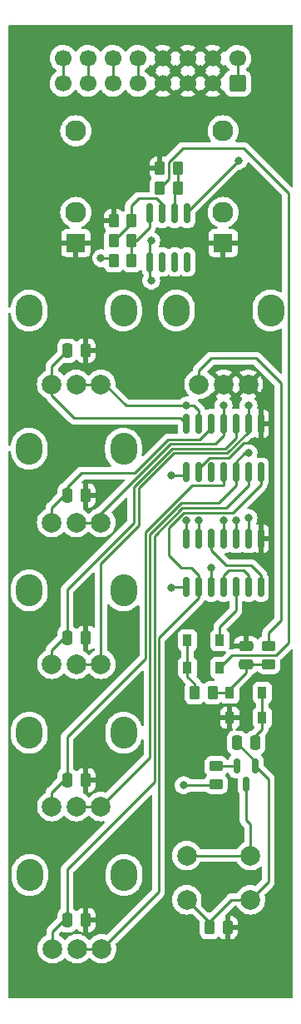
<source format=gbr>
%TF.GenerationSoftware,KiCad,Pcbnew,(6.0.0-0)*%
%TF.CreationDate,2022-12-14T00:02:14-05:00*%
%TF.ProjectId,ht-hat-cymbal-cowbell,68742d68-6174-42d6-9379-6d62616c2d63,rev?*%
%TF.SameCoordinates,Original*%
%TF.FileFunction,Copper,L2,Bot*%
%TF.FilePolarity,Positive*%
%FSLAX46Y46*%
G04 Gerber Fmt 4.6, Leading zero omitted, Abs format (unit mm)*
G04 Created by KiCad (PCBNEW (6.0.0-0)) date 2022-12-14 00:02:14*
%MOMM*%
%LPD*%
G01*
G04 APERTURE LIST*
G04 Aperture macros list*
%AMRoundRect*
0 Rectangle with rounded corners*
0 $1 Rounding radius*
0 $2 $3 $4 $5 $6 $7 $8 $9 X,Y pos of 4 corners*
0 Add a 4 corners polygon primitive as box body*
4,1,4,$2,$3,$4,$5,$6,$7,$8,$9,$2,$3,0*
0 Add four circle primitives for the rounded corners*
1,1,$1+$1,$2,$3*
1,1,$1+$1,$4,$5*
1,1,$1+$1,$6,$7*
1,1,$1+$1,$8,$9*
0 Add four rect primitives between the rounded corners*
20,1,$1+$1,$2,$3,$4,$5,0*
20,1,$1+$1,$4,$5,$6,$7,0*
20,1,$1+$1,$6,$7,$8,$9,0*
20,1,$1+$1,$8,$9,$2,$3,0*%
G04 Aperture macros list end*
%TA.AperFunction,SMDPad,CuDef*%
%ADD10RoundRect,0.250000X-0.262500X-0.450000X0.262500X-0.450000X0.262500X0.450000X-0.262500X0.450000X0*%
%TD*%
%TA.AperFunction,SMDPad,CuDef*%
%ADD11RoundRect,0.250000X-0.450000X0.262500X-0.450000X-0.262500X0.450000X-0.262500X0.450000X0.262500X0*%
%TD*%
%TA.AperFunction,ComponentPad*%
%ADD12O,2.720000X3.240000*%
%TD*%
%TA.AperFunction,ComponentPad*%
%ADD13C,2.000000*%
%TD*%
%TA.AperFunction,SMDPad,CuDef*%
%ADD14RoundRect,0.250000X0.262500X0.450000X-0.262500X0.450000X-0.262500X-0.450000X0.262500X-0.450000X0*%
%TD*%
%TA.AperFunction,SMDPad,CuDef*%
%ADD15R,0.900000X1.200000*%
%TD*%
%TA.AperFunction,ComponentPad*%
%ADD16R,1.930000X1.830000*%
%TD*%
%TA.AperFunction,ComponentPad*%
%ADD17C,2.130000*%
%TD*%
%TA.AperFunction,SMDPad,CuDef*%
%ADD18RoundRect,0.250000X-0.250000X-0.475000X0.250000X-0.475000X0.250000X0.475000X-0.250000X0.475000X0*%
%TD*%
%TA.AperFunction,SMDPad,CuDef*%
%ADD19RoundRect,0.250000X0.250000X0.475000X-0.250000X0.475000X-0.250000X-0.475000X0.250000X-0.475000X0*%
%TD*%
%TA.AperFunction,SMDPad,CuDef*%
%ADD20RoundRect,0.150000X-0.150000X0.587500X-0.150000X-0.587500X0.150000X-0.587500X0.150000X0.587500X0*%
%TD*%
%TA.AperFunction,SMDPad,CuDef*%
%ADD21RoundRect,0.250000X0.475000X-0.250000X0.475000X0.250000X-0.475000X0.250000X-0.475000X-0.250000X0*%
%TD*%
%TA.AperFunction,SMDPad,CuDef*%
%ADD22RoundRect,0.150000X-0.150000X0.825000X-0.150000X-0.825000X0.150000X-0.825000X0.150000X0.825000X0*%
%TD*%
%TA.AperFunction,ComponentPad*%
%ADD23RoundRect,0.250000X0.600000X-0.600000X0.600000X0.600000X-0.600000X0.600000X-0.600000X-0.600000X0*%
%TD*%
%TA.AperFunction,ComponentPad*%
%ADD24C,1.700000*%
%TD*%
%TA.AperFunction,ViaPad*%
%ADD25C,0.800000*%
%TD*%
%TA.AperFunction,Conductor*%
%ADD26C,0.250000*%
%TD*%
G04 APERTURE END LIST*
D10*
%TO.P,R8,1*%
%TO.N,OUT*%
X63246000Y-61468000D03*
%TO.P,R8,2*%
%TO.N,Net-(R7-Pad1)*%
X65071000Y-61468000D03*
%TD*%
D11*
%TO.P,R9,1*%
%TO.N,Net-(Q1-Pad1)*%
X73660000Y-112879500D03*
%TO.P,R9,2*%
%TO.N,TRIGGER*%
X73660000Y-114704500D03*
%TD*%
D12*
%TO.P,RV3,*%
%TO.N,*%
X64226000Y-80589250D03*
X54626000Y-80589250D03*
D13*
%TO.P,RV3,1,1*%
%TO.N,Net-(C2-Pad2)*%
X56926000Y-88089250D03*
%TO.P,RV3,2,2*%
%TO.N,Net-(RV3-Pad2)*%
X59426000Y-88089250D03*
%TO.P,RV3,3,3*%
X61926000Y-88089250D03*
%TD*%
%TO.P,RV6,3,3*%
%TO.N,Net-(RV6-Pad2)*%
X61996000Y-131438000D03*
%TO.P,RV6,2,2*%
X59496000Y-131438000D03*
%TO.P,RV6,1,1*%
%TO.N,Net-(C5-Pad2)*%
X56996000Y-131438000D03*
D12*
%TO.P,RV6,*%
%TO.N,*%
X64296000Y-123938000D03*
X54696000Y-123938000D03*
%TD*%
D14*
%TO.P,R7,1*%
%TO.N,Net-(R7-Pad1)*%
X65071000Y-59436000D03*
%TO.P,R7,2*%
%TO.N,Net-(R4-Pad2)*%
X63246000Y-59436000D03*
%TD*%
D15*
%TO.P,D1,1,K*%
%TO.N,Net-(C7-Pad2)*%
X78358000Y-107950000D03*
%TO.P,D1,2,A*%
%TO.N,GND*%
X75058000Y-107950000D03*
%TD*%
D12*
%TO.P,RV1,*%
%TO.N,*%
X79226000Y-66534000D03*
X69626000Y-66534000D03*
D13*
%TO.P,RV1,1,1*%
%TO.N,Net-(R6-Pad1)*%
X71926000Y-74034000D03*
%TO.P,RV1,2,2*%
%TO.N,GND*%
X74426000Y-74034000D03*
%TO.P,RV1,3,3*%
X76926000Y-74034000D03*
%TD*%
D16*
%TO.P,J1,G*%
%TO.N,GND*%
X59366000Y-59660000D03*
D17*
%TO.P,J1,S*%
%TO.N,TRIGGER*%
X59366000Y-56560000D03*
%TO.P,J1,T*%
X59366000Y-48260000D03*
%TD*%
D12*
%TO.P,RV2,*%
%TO.N,*%
X64226000Y-66534000D03*
X54626000Y-66534000D03*
D13*
%TO.P,RV2,1,1*%
%TO.N,Net-(C1-Pad2)*%
X56926000Y-74034000D03*
%TO.P,RV2,2,2*%
%TO.N,Net-(RV2-Pad2)*%
X59426000Y-74034000D03*
%TO.P,RV2,3,3*%
X61926000Y-74034000D03*
%TD*%
D14*
%TO.P,R2,1*%
%TO.N,Net-(R2-Pad1)*%
X69746500Y-54102000D03*
%TO.P,R2,2*%
%TO.N,Net-(D4-Pad1)*%
X67921500Y-54102000D03*
%TD*%
D18*
%TO.P,C7,2*%
%TO.N,Net-(C7-Pad2)*%
X77658000Y-110490000D03*
%TO.P,C7,1*%
%TO.N,Net-(C7-Pad1)*%
X75758000Y-110490000D03*
%TD*%
D10*
%TO.P,R4,1*%
%TO.N,GND*%
X63246000Y-57404000D03*
%TO.P,R4,2*%
%TO.N,Net-(R4-Pad2)*%
X65071000Y-57404000D03*
%TD*%
D14*
%TO.P,R5,1*%
%TO.N,Net-(C8-Pad1)*%
X73302500Y-105410000D03*
%TO.P,R5,2*%
%TO.N,Net-(D3-Pad2)*%
X71477500Y-105410000D03*
%TD*%
D13*
%TO.P,SW1,1,1*%
%TO.N,+12V*%
X77164000Y-121956000D03*
X70664000Y-121956000D03*
%TO.P,SW1,2,2*%
%TO.N,Net-(C7-Pad1)*%
X70664000Y-126456000D03*
X77164000Y-126456000D03*
%TD*%
D15*
%TO.P,D3,1,K*%
%TO.N,/XOR_SQUARE_WAVE*%
X74040000Y-100076000D03*
%TO.P,D3,2,A*%
%TO.N,Net-(D3-Pad2)*%
X70740000Y-100076000D03*
%TD*%
D11*
%TO.P,R6,1*%
%TO.N,Net-(R6-Pad1)*%
X78994000Y-100687500D03*
%TO.P,R6,2*%
%TO.N,Net-(C8-Pad1)*%
X78994000Y-102512500D03*
%TD*%
D19*
%TO.P,C5,1*%
%TO.N,GND*%
X60386000Y-128524000D03*
%TO.P,C5,2*%
%TO.N,Net-(C5-Pad2)*%
X58486000Y-128524000D03*
%TD*%
%TO.P,C1,1*%
%TO.N,GND*%
X60386000Y-70612000D03*
%TO.P,C1,2*%
%TO.N,Net-(C1-Pad2)*%
X58486000Y-70612000D03*
%TD*%
%TO.P,C2,1*%
%TO.N,GND*%
X60386000Y-85344000D03*
%TO.P,C2,2*%
%TO.N,Net-(C2-Pad2)*%
X58486000Y-85344000D03*
%TD*%
D12*
%TO.P,RV4,*%
%TO.N,*%
X64236000Y-94999000D03*
X54636000Y-94999000D03*
D13*
%TO.P,RV4,1,1*%
%TO.N,Net-(C3-Pad2)*%
X56936000Y-102499000D03*
%TO.P,RV4,2,2*%
%TO.N,Net-(RV4-Pad2)*%
X59436000Y-102499000D03*
%TO.P,RV4,3,3*%
X61936000Y-102499000D03*
%TD*%
D19*
%TO.P,C3,1*%
%TO.N,GND*%
X60386000Y-99822000D03*
%TO.P,C3,2*%
%TO.N,Net-(C3-Pad2)*%
X58486000Y-99822000D03*
%TD*%
D12*
%TO.P,RV5,*%
%TO.N,*%
X54636000Y-109477000D03*
X64236000Y-109477000D03*
D13*
%TO.P,RV5,1,1*%
%TO.N,Net-(C4-Pad2)*%
X56936000Y-116977000D03*
%TO.P,RV5,2,2*%
%TO.N,Net-(RV5-Pad2)*%
X59436000Y-116977000D03*
%TO.P,RV5,3,3*%
X61936000Y-116977000D03*
%TD*%
D16*
%TO.P,J2,G*%
%TO.N,GND*%
X74366000Y-59660000D03*
D17*
%TO.P,J2,S*%
%TO.N,OUT*%
X74366000Y-56560000D03*
%TO.P,J2,T*%
X74366000Y-48260000D03*
%TD*%
D15*
%TO.P,D2,1,K*%
%TO.N,Net-(C8-Pad1)*%
X75058000Y-105410000D03*
%TO.P,D2,2,A*%
%TO.N,Net-(C7-Pad2)*%
X78358000Y-105410000D03*
%TD*%
D19*
%TO.P,C4,1*%
%TO.N,GND*%
X60386000Y-114300000D03*
%TO.P,C4,2*%
%TO.N,Net-(C4-Pad2)*%
X58486000Y-114300000D03*
%TD*%
D15*
%TO.P,D4,1,K*%
%TO.N,Net-(D4-Pad1)*%
X74040000Y-102870000D03*
%TO.P,D4,2,A*%
%TO.N,Net-(D3-Pad2)*%
X70740000Y-102870000D03*
%TD*%
D20*
%TO.P,Q1,1,B*%
%TO.N,Net-(Q1-Pad1)*%
X75758000Y-112854500D03*
%TO.P,Q1,2,E*%
%TO.N,Net-(C7-Pad1)*%
X77658000Y-112854500D03*
%TO.P,Q1,3,C*%
%TO.N,+12V*%
X76708000Y-114729500D03*
%TD*%
D14*
%TO.P,R3,1*%
%TO.N,Net-(R2-Pad1)*%
X69746500Y-52070000D03*
%TO.P,R3,2*%
%TO.N,GND*%
X67921500Y-52070000D03*
%TD*%
D21*
%TO.P,C8,1*%
%TO.N,Net-(C8-Pad1)*%
X76708000Y-102550000D03*
%TO.P,C8,2*%
%TO.N,GND*%
X76708000Y-100650000D03*
%TD*%
D22*
%TO.P,U2,8,V+*%
%TO.N,+12V*%
X66905500Y-61592000D03*
%TO.P,U2,7*%
%TO.N,unconnected-(U2-Pad7)*%
X68175500Y-61592000D03*
%TO.P,U2,6,-*%
%TO.N,unconnected-(U2-Pad6)*%
X69445500Y-61592000D03*
%TO.P,U2,5,+*%
%TO.N,unconnected-(U2-Pad5)*%
X70715500Y-61592000D03*
%TO.P,U2,4,V-*%
%TO.N,-12V*%
X70715500Y-56642000D03*
%TO.P,U2,3,+*%
%TO.N,Net-(R2-Pad1)*%
X69445500Y-56642000D03*
%TO.P,U2,2,-*%
%TO.N,Net-(R4-Pad2)*%
X68175500Y-56642000D03*
%TO.P,U2,1*%
%TO.N,Net-(R7-Pad1)*%
X66905500Y-56642000D03*
%TD*%
%TO.P,U5,1*%
%TO.N,Net-(RV2-Pad2)*%
X70612000Y-89727000D03*
%TO.P,U5,2*%
%TO.N,Net-(RV3-Pad2)*%
X71882000Y-89727000D03*
%TO.P,U5,3*%
%TO.N,Net-(U5-Pad3)*%
X73152000Y-89727000D03*
%TO.P,U5,4*%
%TO.N,Net-(U5-Pad12)*%
X74422000Y-89727000D03*
%TO.P,U5,5*%
%TO.N,Net-(RV4-Pad2)*%
X75692000Y-89727000D03*
%TO.P,U5,6*%
%TO.N,Net-(RV5-Pad2)*%
X76962000Y-89727000D03*
%TO.P,U5,7,VSS*%
%TO.N,GND*%
X78232000Y-89727000D03*
%TO.P,U5,8*%
%TO.N,Net-(U5-Pad3)*%
X78232000Y-94677000D03*
%TO.P,U5,9*%
%TO.N,Net-(U5-Pad11)*%
X76962000Y-94677000D03*
%TO.P,U5,10*%
%TO.N,/XOR_SQUARE_WAVE*%
X75692000Y-94677000D03*
%TO.P,U5,11*%
%TO.N,Net-(U5-Pad11)*%
X74422000Y-94677000D03*
%TO.P,U5,12*%
%TO.N,Net-(U5-Pad12)*%
X73152000Y-94677000D03*
%TO.P,U5,13*%
%TO.N,Net-(RV6-Pad2)*%
X71882000Y-94677000D03*
%TO.P,U5,14,VDD*%
%TO.N,+5V*%
X70612000Y-94677000D03*
%TD*%
D23*
%TO.P,U1,1,-12V*%
%TO.N,-12V*%
X75848000Y-43434000D03*
D24*
X75848000Y-40894000D03*
%TO.P,U1,2,GND*%
%TO.N,GND*%
X73320000Y-40894000D03*
X73308000Y-43434000D03*
%TO.P,U1,3,GND*%
X70780000Y-40894000D03*
X70768000Y-43434000D03*
%TO.P,U1,4,GND*%
X68240000Y-40894000D03*
X68228000Y-43434000D03*
%TO.P,U1,5,12V*%
%TO.N,+12V*%
X65700000Y-40894000D03*
X65688000Y-43434000D03*
%TO.P,U1,6,5V*%
%TO.N,+5V*%
X63148000Y-43434000D03*
X63160000Y-40894000D03*
%TO.P,U1,7,CV*%
%TO.N,unconnected-(U1-Pad7)*%
X60620000Y-40894000D03*
X60608000Y-43434000D03*
%TO.P,U1,8,GATE*%
%TO.N,unconnected-(U1-Pad8)*%
X58080000Y-40894000D03*
X58068000Y-43434000D03*
%TD*%
D22*
%TO.P,U4,1*%
%TO.N,Net-(C1-Pad2)*%
X70612000Y-78043000D03*
%TO.P,U4,2*%
%TO.N,Net-(RV2-Pad2)*%
X71882000Y-78043000D03*
%TO.P,U4,3*%
%TO.N,Net-(C2-Pad2)*%
X73152000Y-78043000D03*
%TO.P,U4,4*%
%TO.N,Net-(RV3-Pad2)*%
X74422000Y-78043000D03*
%TO.P,U4,5*%
%TO.N,Net-(C3-Pad2)*%
X75692000Y-78043000D03*
%TO.P,U4,6*%
%TO.N,Net-(RV4-Pad2)*%
X76962000Y-78043000D03*
%TO.P,U4,7,VSS*%
%TO.N,GND*%
X78232000Y-78043000D03*
%TO.P,U4,8*%
%TO.N,Net-(RV6-Pad2)*%
X78232000Y-82993000D03*
%TO.P,U4,9*%
%TO.N,Net-(C5-Pad2)*%
X76962000Y-82993000D03*
%TO.P,U4,10*%
%TO.N,Net-(RV5-Pad2)*%
X75692000Y-82993000D03*
%TO.P,U4,11*%
%TO.N,Net-(C4-Pad2)*%
X74422000Y-82993000D03*
%TO.P,U4,12*%
%TO.N,unconnected-(U4-Pad12)*%
X73152000Y-82993000D03*
%TO.P,U4,13*%
%TO.N,GND*%
X71882000Y-82993000D03*
%TO.P,U4,14,VDD*%
%TO.N,+5V*%
X70612000Y-82993000D03*
%TD*%
D14*
%TO.P,R1,1*%
%TO.N,GND*%
X74826500Y-129286000D03*
%TO.P,R1,2*%
%TO.N,Net-(C7-Pad1)*%
X73001500Y-129286000D03*
%TD*%
D25*
%TO.N,+12V*%
X67056000Y-63500000D03*
%TO.N,GND*%
X61976000Y-128524000D03*
X61722000Y-114300000D03*
X60452000Y-98298000D03*
X61722000Y-85344000D03*
%TO.N,+5V*%
X69088000Y-94742000D03*
X69088000Y-83312000D03*
%TO.N,TRIGGER*%
X70358000Y-114808000D03*
%TO.N,+12V*%
X67056000Y-59436000D03*
%TO.N,OUT*%
X61938500Y-61214000D03*
%TO.N,-12V*%
X75946000Y-51308000D03*
%TO.N,Net-(RV5-Pad2)*%
X76962000Y-87630000D03*
X76962000Y-81026000D03*
%TO.N,Net-(RV4-Pad2)*%
X75692000Y-87884000D03*
X76962000Y-76200000D03*
%TO.N,Net-(U5-Pad12)*%
X74422000Y-87884000D03*
X73152000Y-92710000D03*
%TO.N,Net-(RV3-Pad2)*%
X71882000Y-87884000D03*
X74422000Y-76200000D03*
%TO.N,Net-(RV2-Pad2)*%
X70612000Y-87884000D03*
X70612000Y-76200000D03*
%TD*%
D26*
%TO.N,Net-(R6-Pad1)*%
X78994000Y-99314000D02*
X80264000Y-98044000D01*
X78994000Y-100687500D02*
X78994000Y-99314000D01*
X80264000Y-98044000D02*
X80264000Y-73914000D01*
X80264000Y-73914000D02*
X77724000Y-71374000D01*
X77724000Y-71374000D02*
X73152000Y-71374000D01*
X73152000Y-71374000D02*
X71926000Y-72600000D01*
X71926000Y-72600000D02*
X71926000Y-74034000D01*
%TO.N,Net-(C1-Pad2)*%
X59182000Y-77470000D02*
X56926000Y-75214000D01*
%TO.N,Net-(RV2-Pad2)*%
X71374000Y-76200000D02*
X64481000Y-76200000D01*
%TO.N,Net-(C1-Pad2)*%
X70612000Y-78043000D02*
X70039000Y-77470000D01*
X56926000Y-74034000D02*
X56926000Y-72172000D01*
%TO.N,Net-(RV2-Pad2)*%
X59426000Y-74034000D02*
X61926000Y-74034000D01*
%TO.N,Net-(C1-Pad2)*%
X56926000Y-75214000D02*
X56926000Y-74034000D01*
X56926000Y-72172000D02*
X58486000Y-70612000D01*
%TO.N,Net-(RV2-Pad2)*%
X71882000Y-78043000D02*
X71882000Y-76708000D01*
%TO.N,Net-(C1-Pad2)*%
X70039000Y-77470000D02*
X59182000Y-77470000D01*
%TO.N,Net-(RV2-Pad2)*%
X62315000Y-74034000D02*
X61926000Y-74034000D01*
X71882000Y-76708000D02*
X71374000Y-76200000D01*
X64481000Y-76200000D02*
X62315000Y-74034000D01*
%TO.N,+12V*%
X66905500Y-61592000D02*
X66905500Y-63349500D01*
X66905500Y-63349500D02*
X67056000Y-63500000D01*
X65700000Y-43422000D02*
X65688000Y-43434000D01*
%TO.N,unconnected-(U1-Pad7)*%
X60620000Y-43422000D02*
X60608000Y-43434000D01*
%TO.N,+5V*%
X63148000Y-40906000D02*
X63160000Y-40894000D01*
%TO.N,unconnected-(U1-Pad7)*%
X60620000Y-40894000D02*
X60620000Y-43422000D01*
%TO.N,unconnected-(U1-Pad8)*%
X58068000Y-40906000D02*
X58080000Y-40894000D01*
%TO.N,+5V*%
X63148000Y-43434000D02*
X63148000Y-40906000D01*
%TO.N,-12V*%
X75848000Y-43434000D02*
X75848000Y-40894000D01*
%TO.N,+12V*%
X65700000Y-40894000D02*
X65700000Y-43422000D01*
%TO.N,unconnected-(U1-Pad8)*%
X58068000Y-43434000D02*
X58068000Y-40906000D01*
%TO.N,Net-(C3-Pad2)*%
X58486000Y-94930000D02*
X58486000Y-99822000D01*
X65278000Y-88138000D02*
X58486000Y-94930000D01*
%TO.N,Net-(RV5-Pad2)*%
X76962000Y-81026000D02*
X76581704Y-81026000D01*
%TO.N,Net-(C3-Pad2)*%
X69155806Y-80576490D02*
X65278000Y-84454296D01*
%TO.N,Net-(RV4-Pad2)*%
X61936000Y-102499000D02*
X61936000Y-92242000D01*
%TO.N,Net-(C3-Pad2)*%
X74616103Y-80576489D02*
X69155806Y-80576490D01*
%TO.N,Net-(RV4-Pad2)*%
X76962000Y-78866296D02*
X76962000Y-78043000D01*
%TO.N,GND*%
X74930000Y-81534000D02*
X76454000Y-80010000D01*
%TO.N,Net-(RV4-Pad2)*%
X65786000Y-88392000D02*
X65786000Y-84582000D01*
X74802296Y-81026000D02*
X76962000Y-78866296D01*
%TO.N,Net-(C3-Pad2)*%
X65278000Y-84454296D02*
X65278000Y-88138000D01*
X75692000Y-78043000D02*
X75692000Y-79500592D01*
X75692000Y-79500592D02*
X74616103Y-80576489D01*
%TO.N,Net-(RV4-Pad2)*%
X65786000Y-84582000D02*
X69342000Y-81026000D01*
%TO.N,Net-(RV5-Pad2)*%
X76581704Y-81026000D02*
X75692000Y-81915704D01*
%TO.N,Net-(RV4-Pad2)*%
X61936000Y-92242000D02*
X65786000Y-88392000D01*
X69342000Y-81026000D02*
X74802296Y-81026000D01*
%TO.N,Net-(RV5-Pad2)*%
X75692000Y-81915704D02*
X75692000Y-82993000D01*
%TO.N,GND*%
X71882000Y-82993000D02*
X71882000Y-82616928D01*
X71882000Y-82616928D02*
X72964928Y-81534000D01*
X72964928Y-81534000D02*
X74930000Y-81534000D01*
X77724000Y-80010000D02*
X78232000Y-79502000D01*
X76454000Y-80010000D02*
X77724000Y-80010000D01*
X78232000Y-79502000D02*
X78232000Y-78043000D01*
X60386000Y-128524000D02*
X61976000Y-128524000D01*
X60386000Y-114300000D02*
X61722000Y-114300000D01*
X60386000Y-99822000D02*
X60386000Y-98364000D01*
X60386000Y-98364000D02*
X60452000Y-98298000D01*
X60386000Y-85344000D02*
X61722000Y-85344000D01*
%TO.N,+5V*%
X70612000Y-94677000D02*
X69153000Y-94677000D01*
X69153000Y-94677000D02*
X69088000Y-94742000D01*
%TO.N,OUT*%
X62992000Y-61214000D02*
X61938500Y-61214000D01*
X63246000Y-61468000D02*
X62992000Y-61214000D01*
%TO.N,+5V*%
X69088000Y-83312000D02*
X70293000Y-83312000D01*
X70293000Y-83312000D02*
X70612000Y-82993000D01*
%TO.N,TRIGGER*%
X70358000Y-114808000D02*
X73556500Y-114808000D01*
X73556500Y-114808000D02*
X73660000Y-114704500D01*
%TO.N,+12V*%
X66905500Y-61592000D02*
X66905500Y-59586500D01*
X66905500Y-59586500D02*
X67056000Y-59436000D01*
%TO.N,-12V*%
X70715500Y-56538500D02*
X75946000Y-51308000D01*
X70715500Y-56642000D02*
X70715500Y-56538500D01*
%TO.N,Net-(C7-Pad1)*%
X77658000Y-112854500D02*
X78994000Y-114190500D01*
X78994000Y-114190500D02*
X78994000Y-124626000D01*
X78994000Y-124626000D02*
X77164000Y-126456000D01*
%TO.N,+12V*%
X77164000Y-121956000D02*
X77164000Y-118820000D01*
X77164000Y-118820000D02*
X76708000Y-118364000D01*
X76708000Y-118364000D02*
X76708000Y-114729500D01*
X70664000Y-121956000D02*
X77164000Y-121956000D01*
%TO.N,Net-(C7-Pad1)*%
X77164000Y-126456000D02*
X75220000Y-126456000D01*
X75220000Y-126456000D02*
X73001500Y-128674500D01*
X73001500Y-128674500D02*
X73001500Y-129286000D01*
X70664000Y-126456000D02*
X73001500Y-128793500D01*
X73001500Y-128793500D02*
X73001500Y-129286000D01*
%TO.N,Net-(D3-Pad2)*%
X70740000Y-102870000D02*
X70740000Y-103760000D01*
X70740000Y-103760000D02*
X71477500Y-104497500D01*
X71477500Y-104497500D02*
X71477500Y-105410000D01*
X70740000Y-100076000D02*
X70740000Y-102870000D01*
%TO.N,Net-(D4-Pad1)*%
X74040000Y-102870000D02*
X75310000Y-101600000D01*
X75310000Y-101600000D02*
X79756000Y-101600000D01*
X79756000Y-101600000D02*
X81026000Y-100330000D01*
X68834000Y-53189500D02*
X67921500Y-54102000D01*
X81026000Y-100330000D02*
X81026000Y-54610000D01*
X81026000Y-54610000D02*
X76454000Y-50038000D01*
X76454000Y-50038000D02*
X70253507Y-50038000D01*
X70253507Y-50038000D02*
X68834000Y-51457507D01*
X68834000Y-51457507D02*
X68834000Y-53189500D01*
%TO.N,Net-(C8-Pad1)*%
X73302500Y-105410000D02*
X75058000Y-105410000D01*
X76708000Y-102550000D02*
X78956500Y-102550000D01*
X78956500Y-102550000D02*
X78994000Y-102512500D01*
X75058000Y-105410000D02*
X75058000Y-105028000D01*
X75058000Y-105028000D02*
X76708000Y-103378000D01*
X76708000Y-103378000D02*
X76708000Y-102550000D01*
%TO.N,Net-(C7-Pad2)*%
X78358000Y-107950000D02*
X78358000Y-105410000D01*
X77658000Y-110490000D02*
X77658000Y-109794000D01*
X77658000Y-109794000D02*
X78358000Y-109094000D01*
X78358000Y-109094000D02*
X78358000Y-107950000D01*
%TO.N,Net-(Q1-Pad1)*%
X75758000Y-112854500D02*
X73685000Y-112854500D01*
X73685000Y-112854500D02*
X73660000Y-112879500D01*
%TO.N,Net-(C7-Pad1)*%
X77658000Y-112854500D02*
X77658000Y-112390000D01*
X77658000Y-112390000D02*
X75758000Y-110490000D01*
%TO.N,/XOR_SQUARE_WAVE*%
X74040000Y-100076000D02*
X74040000Y-98680000D01*
X74040000Y-98680000D02*
X75692000Y-97028000D01*
X75692000Y-97028000D02*
X75692000Y-94677000D01*
%TO.N,Net-(R2-Pad1)*%
X69746500Y-54102000D02*
X69445500Y-54403000D01*
X69445500Y-54403000D02*
X69445500Y-56642000D01*
X69746500Y-54102000D02*
X69746500Y-52070000D01*
%TO.N,Net-(R7-Pad1)*%
X66905500Y-56642000D02*
X66905500Y-58062500D01*
X66905500Y-58062500D02*
X65532000Y-59436000D01*
X65532000Y-59436000D02*
X65071000Y-59436000D01*
%TO.N,Net-(R4-Pad2)*%
X66294000Y-55118000D02*
X65786000Y-55118000D01*
X65786000Y-55118000D02*
X65024000Y-55880000D01*
X68175500Y-56642000D02*
X68175500Y-55729500D01*
X65024000Y-55880000D02*
X65024000Y-57357000D01*
X67572520Y-55126520D02*
X66302520Y-55126520D01*
X68175500Y-55729500D02*
X67572520Y-55126520D01*
X66302520Y-55126520D02*
X66294000Y-55118000D01*
X65024000Y-57357000D02*
X65071000Y-57404000D01*
%TO.N,Net-(R7-Pad1)*%
X65071000Y-59436000D02*
X65071000Y-61468000D01*
%TO.N,Net-(R4-Pad2)*%
X65071000Y-57404000D02*
X65071000Y-57611000D01*
X65071000Y-57611000D02*
X63246000Y-59436000D01*
%TO.N,Net-(RV6-Pad2)*%
X61996000Y-131438000D02*
X67818000Y-125616000D01*
X67818000Y-125616000D02*
X67818000Y-99822000D01*
X71882000Y-95758000D02*
X71882000Y-94677000D01*
X67818000Y-99822000D02*
X71882000Y-95758000D01*
X68829700Y-88641700D02*
X70349400Y-87122000D01*
X68834000Y-91440000D02*
X68834000Y-88646000D01*
X71882000Y-94677000D02*
X71882000Y-93472000D01*
X71882000Y-93472000D02*
X71120000Y-92710000D01*
X71120000Y-92710000D02*
X70104000Y-92710000D01*
X70104000Y-92710000D02*
X68834000Y-91440000D01*
X68834000Y-88646000D02*
X68829700Y-88641700D01*
%TO.N,Net-(U5-Pad11)*%
X76962000Y-94677000D02*
X76962000Y-93472000D01*
X76962000Y-93472000D02*
X76454000Y-92964000D01*
X74422000Y-93472000D02*
X74422000Y-94677000D01*
X76454000Y-92964000D02*
X74930000Y-92964000D01*
X74930000Y-92964000D02*
X74422000Y-93472000D01*
%TO.N,Net-(RV5-Pad2)*%
X76962000Y-89727000D02*
X76962000Y-87630000D01*
%TO.N,Net-(RV4-Pad2)*%
X75692000Y-89727000D02*
X75692000Y-87884000D01*
X76962000Y-76200000D02*
X76962000Y-78043000D01*
%TO.N,Net-(U5-Pad12)*%
X74422000Y-89727000D02*
X74422000Y-87884000D01*
X73152000Y-92710000D02*
X73152000Y-94677000D01*
%TO.N,Net-(U5-Pad3)*%
X73152000Y-89727000D02*
X73152000Y-90932000D01*
X77216000Y-92456000D02*
X78232000Y-93472000D01*
X73152000Y-90932000D02*
X74676000Y-92456000D01*
X74676000Y-92456000D02*
X77216000Y-92456000D01*
X78232000Y-93472000D02*
X78232000Y-94677000D01*
%TO.N,Net-(RV3-Pad2)*%
X71882000Y-89727000D02*
X71882000Y-87884000D01*
X74422000Y-76200000D02*
X74422000Y-78043000D01*
%TO.N,Net-(C4-Pad2)*%
X74422000Y-84328000D02*
X71236288Y-84328000D01*
X66469468Y-89094820D02*
X66469468Y-101932532D01*
%TO.N,Net-(RV6-Pad2)*%
X75339536Y-87122000D02*
X78232000Y-84229536D01*
%TO.N,Net-(RV5-Pad2)*%
X66918979Y-89281013D02*
X70093992Y-86106000D01*
%TO.N,Net-(C5-Pad2)*%
X74676000Y-86614000D02*
X70221696Y-86614000D01*
%TO.N,Net-(C4-Pad2)*%
X71236288Y-84328000D02*
X66469468Y-89094820D01*
%TO.N,Net-(RV6-Pad2)*%
X78232000Y-84229536D02*
X78232000Y-82993000D01*
%TO.N,Net-(C4-Pad2)*%
X74422000Y-82993000D02*
X74422000Y-84328000D01*
%TO.N,Net-(RV5-Pad2)*%
X73914000Y-86106000D02*
X75692000Y-84328000D01*
X66918978Y-111994022D02*
X66918979Y-89281013D01*
%TO.N,Net-(C4-Pad2)*%
X66469468Y-101932532D02*
X58486000Y-109916000D01*
X58486000Y-109916000D02*
X58486000Y-114300000D01*
%TO.N,Net-(RV5-Pad2)*%
X61936000Y-116977000D02*
X66918978Y-111994022D01*
X70093992Y-86106000D02*
X73914000Y-86106000D01*
%TO.N,Net-(C5-Pad2)*%
X58486000Y-123378000D02*
X58486000Y-128524000D01*
X67368489Y-114495511D02*
X58486000Y-123378000D01*
X76962000Y-84328000D02*
X74676000Y-86614000D01*
%TO.N,Net-(RV5-Pad2)*%
X75692000Y-84328000D02*
X75692000Y-82993000D01*
%TO.N,Net-(C5-Pad2)*%
X76962000Y-82993000D02*
X76962000Y-84328000D01*
X67368489Y-89467207D02*
X67368489Y-114495511D01*
X70221696Y-86614000D02*
X67368489Y-89467207D01*
%TO.N,Net-(RV6-Pad2)*%
X70349400Y-87122000D02*
X75339536Y-87122000D01*
%TO.N,Net-(RV2-Pad2)*%
X70612000Y-89727000D02*
X70612000Y-87884000D01*
%TO.N,Net-(RV6-Pad2)*%
X59496000Y-131438000D02*
X61996000Y-131438000D01*
%TO.N,Net-(C5-Pad2)*%
X58486000Y-128524000D02*
X58166000Y-128524000D01*
X56996000Y-129694000D02*
X56996000Y-131438000D01*
X58166000Y-128524000D02*
X56996000Y-129694000D01*
%TO.N,Net-(RV5-Pad2)*%
X59436000Y-116977000D02*
X61936000Y-116977000D01*
%TO.N,Net-(C4-Pad2)*%
X56936000Y-116977000D02*
X56936000Y-115530000D01*
X56936000Y-115530000D02*
X58166000Y-114300000D01*
X58166000Y-114300000D02*
X58486000Y-114300000D01*
%TO.N,Net-(C2-Pad2)*%
X59944000Y-83058000D02*
X58486000Y-84516000D01*
%TO.N,Net-(RV3-Pad2)*%
X61926000Y-87170592D02*
X68969613Y-80126979D01*
%TO.N,Net-(C2-Pad2)*%
X73152000Y-78043000D02*
X73152000Y-78458048D01*
X58486000Y-84516000D02*
X58486000Y-85344000D01*
X65402888Y-83058000D02*
X59944000Y-83058000D01*
%TO.N,Net-(RV3-Pad2)*%
X73543022Y-80126978D02*
X74422000Y-79248000D01*
%TO.N,Net-(C2-Pad2)*%
X73152000Y-78458048D02*
X71932580Y-79677468D01*
X68783419Y-79677469D02*
X65402888Y-83058000D01*
%TO.N,Net-(RV3-Pad2)*%
X74422000Y-79248000D02*
X74422000Y-78043000D01*
%TO.N,Net-(C2-Pad2)*%
X71932580Y-79677468D02*
X68783419Y-79677469D01*
%TO.N,Net-(RV3-Pad2)*%
X61926000Y-88089250D02*
X61926000Y-87170592D01*
X68969613Y-80126979D02*
X73543022Y-80126978D01*
%TO.N,Net-(RV4-Pad2)*%
X59436000Y-102499000D02*
X61936000Y-102499000D01*
%TO.N,Net-(C3-Pad2)*%
X56936000Y-102499000D02*
X56936000Y-101052000D01*
X56936000Y-101052000D02*
X58166000Y-99822000D01*
X58166000Y-99822000D02*
X58486000Y-99822000D01*
%TO.N,Net-(RV3-Pad2)*%
X59426000Y-88089250D02*
X61926000Y-88089250D01*
%TO.N,Net-(C2-Pad2)*%
X56926000Y-88089250D02*
X56926000Y-86584000D01*
X56926000Y-86584000D02*
X58166000Y-85344000D01*
X58166000Y-85344000D02*
X58486000Y-85344000D01*
%TD*%
%TA.AperFunction,Conductor*%
%TO.N,GND*%
G36*
X81434121Y-37528002D02*
G01*
X81480614Y-37581658D01*
X81492000Y-37634000D01*
X81492000Y-53875905D01*
X81471998Y-53944026D01*
X81418342Y-53990519D01*
X81348068Y-54000623D01*
X81283488Y-53971129D01*
X81276905Y-53965000D01*
X76957652Y-49645747D01*
X76950112Y-49637461D01*
X76946000Y-49630982D01*
X76896348Y-49584356D01*
X76893507Y-49581602D01*
X76873770Y-49561865D01*
X76870573Y-49559385D01*
X76861551Y-49551680D01*
X76848122Y-49539069D01*
X76829321Y-49521414D01*
X76822375Y-49517595D01*
X76822372Y-49517593D01*
X76811566Y-49511652D01*
X76795047Y-49500801D01*
X76794583Y-49500441D01*
X76779041Y-49488386D01*
X76771772Y-49485241D01*
X76771768Y-49485238D01*
X76738463Y-49470826D01*
X76727813Y-49465609D01*
X76689060Y-49444305D01*
X76669437Y-49439267D01*
X76650734Y-49432863D01*
X76639420Y-49427967D01*
X76639419Y-49427967D01*
X76632145Y-49424819D01*
X76624322Y-49423580D01*
X76624312Y-49423577D01*
X76588476Y-49417901D01*
X76576856Y-49415495D01*
X76541711Y-49406472D01*
X76541710Y-49406472D01*
X76534030Y-49404500D01*
X76513776Y-49404500D01*
X76494065Y-49402949D01*
X76481886Y-49401020D01*
X76474057Y-49399780D01*
X76444786Y-49402547D01*
X76430039Y-49403941D01*
X76418181Y-49404500D01*
X75731110Y-49404500D01*
X75662989Y-49384498D01*
X75616496Y-49330842D01*
X75606392Y-49260568D01*
X75635298Y-49196670D01*
X75642925Y-49187740D01*
X75772334Y-48976563D01*
X75867115Y-48747742D01*
X75887501Y-48662830D01*
X75923779Y-48511724D01*
X75923780Y-48511718D01*
X75924934Y-48506911D01*
X75944366Y-48260000D01*
X75924934Y-48013089D01*
X75923780Y-48008282D01*
X75923779Y-48008276D01*
X75868270Y-47777070D01*
X75867115Y-47772258D01*
X75772334Y-47543437D01*
X75642925Y-47332260D01*
X75482073Y-47143927D01*
X75293740Y-46983075D01*
X75082563Y-46853666D01*
X75077993Y-46851773D01*
X75077989Y-46851771D01*
X74858315Y-46760779D01*
X74858313Y-46760778D01*
X74853742Y-46758885D01*
X74768830Y-46738499D01*
X74617724Y-46702221D01*
X74617718Y-46702220D01*
X74612911Y-46701066D01*
X74366000Y-46681634D01*
X74119089Y-46701066D01*
X74114282Y-46702220D01*
X74114276Y-46702221D01*
X73963170Y-46738499D01*
X73878258Y-46758885D01*
X73873687Y-46760778D01*
X73873685Y-46760779D01*
X73654011Y-46851771D01*
X73654007Y-46851773D01*
X73649437Y-46853666D01*
X73438260Y-46983075D01*
X73249927Y-47143927D01*
X73089075Y-47332260D01*
X72959666Y-47543437D01*
X72864885Y-47772258D01*
X72863730Y-47777070D01*
X72808221Y-48008276D01*
X72808220Y-48008282D01*
X72807066Y-48013089D01*
X72787634Y-48260000D01*
X72807066Y-48506911D01*
X72808220Y-48511718D01*
X72808221Y-48511724D01*
X72844499Y-48662830D01*
X72864885Y-48747742D01*
X72959666Y-48976563D01*
X73089075Y-49187740D01*
X73096702Y-49196670D01*
X73125732Y-49261460D01*
X73115127Y-49331660D01*
X73068252Y-49384982D01*
X73000890Y-49404500D01*
X70332274Y-49404500D01*
X70321091Y-49403973D01*
X70313598Y-49402298D01*
X70305672Y-49402547D01*
X70305671Y-49402547D01*
X70245521Y-49404438D01*
X70241562Y-49404500D01*
X70213651Y-49404500D01*
X70209717Y-49404997D01*
X70209716Y-49404997D01*
X70209651Y-49405005D01*
X70197814Y-49405938D01*
X70165556Y-49406952D01*
X70161537Y-49407078D01*
X70153618Y-49407327D01*
X70134164Y-49412979D01*
X70114807Y-49416987D01*
X70102577Y-49418532D01*
X70102576Y-49418532D01*
X70094710Y-49419526D01*
X70087339Y-49422445D01*
X70087337Y-49422445D01*
X70053595Y-49435804D01*
X70042365Y-49439649D01*
X70007524Y-49449771D01*
X70007523Y-49449771D01*
X69999914Y-49451982D01*
X69993095Y-49456015D01*
X69993090Y-49456017D01*
X69982479Y-49462293D01*
X69964731Y-49470988D01*
X69945890Y-49478448D01*
X69939474Y-49483110D01*
X69939473Y-49483110D01*
X69910120Y-49504436D01*
X69900200Y-49510952D01*
X69868972Y-49529420D01*
X69868969Y-49529422D01*
X69862145Y-49533458D01*
X69847824Y-49547779D01*
X69832791Y-49560619D01*
X69816400Y-49572528D01*
X69807724Y-49583016D01*
X69788209Y-49606605D01*
X69780219Y-49615384D01*
X68532013Y-50863589D01*
X68469701Y-50897615D01*
X68403251Y-50894087D01*
X68345285Y-50874861D01*
X68331920Y-50871995D01*
X68237562Y-50862328D01*
X68231145Y-50862000D01*
X68193615Y-50862000D01*
X68178376Y-50866475D01*
X68177171Y-50867865D01*
X68175500Y-50875548D01*
X68175500Y-52198000D01*
X68155498Y-52266121D01*
X68101842Y-52312614D01*
X68049500Y-52324000D01*
X66919116Y-52324000D01*
X66903877Y-52328475D01*
X66902672Y-52329865D01*
X66901001Y-52337548D01*
X66901001Y-52567095D01*
X66901338Y-52573614D01*
X66911257Y-52669206D01*
X66914149Y-52682600D01*
X66965588Y-52836784D01*
X66971761Y-52849962D01*
X67057063Y-52987807D01*
X67070646Y-53004945D01*
X67068831Y-53006384D01*
X67097544Y-53058870D01*
X67092535Y-53129690D01*
X67068541Y-53167094D01*
X67069402Y-53167774D01*
X67064868Y-53173515D01*
X67059695Y-53178697D01*
X66966885Y-53329262D01*
X66911203Y-53497139D01*
X66900500Y-53601600D01*
X66900500Y-54367020D01*
X66880498Y-54435141D01*
X66826842Y-54481634D01*
X66774500Y-54493020D01*
X66423129Y-54493020D01*
X66391801Y-54489063D01*
X66374030Y-54484500D01*
X66353776Y-54484500D01*
X66334065Y-54482949D01*
X66321886Y-54481020D01*
X66314057Y-54479780D01*
X66284786Y-54482547D01*
X66270039Y-54483941D01*
X66258181Y-54484500D01*
X65864768Y-54484500D01*
X65853585Y-54483973D01*
X65846092Y-54482298D01*
X65838166Y-54482547D01*
X65838165Y-54482547D01*
X65778002Y-54484438D01*
X65774044Y-54484500D01*
X65746144Y-54484500D01*
X65742154Y-54485004D01*
X65730320Y-54485936D01*
X65686111Y-54487326D01*
X65678497Y-54489538D01*
X65678492Y-54489539D01*
X65666659Y-54492977D01*
X65647296Y-54496988D01*
X65627203Y-54499526D01*
X65619836Y-54502443D01*
X65619831Y-54502444D01*
X65586092Y-54515802D01*
X65574865Y-54519646D01*
X65532407Y-54531982D01*
X65525581Y-54536019D01*
X65514972Y-54542293D01*
X65497224Y-54550988D01*
X65478383Y-54558448D01*
X65471967Y-54563110D01*
X65471966Y-54563110D01*
X65442613Y-54584436D01*
X65432693Y-54590952D01*
X65401465Y-54609420D01*
X65401462Y-54609422D01*
X65394638Y-54613458D01*
X65380317Y-54627779D01*
X65365284Y-54640619D01*
X65348893Y-54652528D01*
X65322516Y-54684413D01*
X65320712Y-54686593D01*
X65312722Y-54695374D01*
X64631742Y-55376353D01*
X64623463Y-55383887D01*
X64616982Y-55388000D01*
X64570357Y-55437651D01*
X64567602Y-55440493D01*
X64547865Y-55460230D01*
X64545385Y-55463427D01*
X64537682Y-55472447D01*
X64507414Y-55504679D01*
X64503595Y-55511625D01*
X64503593Y-55511628D01*
X64497652Y-55522434D01*
X64486801Y-55538953D01*
X64474386Y-55554959D01*
X64471241Y-55562228D01*
X64471238Y-55562232D01*
X64456826Y-55595537D01*
X64451609Y-55606187D01*
X64430305Y-55644940D01*
X64428334Y-55652615D01*
X64428334Y-55652616D01*
X64425267Y-55664562D01*
X64418863Y-55683266D01*
X64410819Y-55701855D01*
X64409580Y-55709678D01*
X64409577Y-55709688D01*
X64403901Y-55745524D01*
X64401495Y-55757144D01*
X64390500Y-55799970D01*
X64390500Y-55820224D01*
X64388949Y-55839934D01*
X64385780Y-55859943D01*
X64388531Y-55889040D01*
X64389941Y-55903961D01*
X64390500Y-55915819D01*
X64390500Y-56251031D01*
X64370498Y-56319152D01*
X64342767Y-56349774D01*
X64340368Y-56351675D01*
X64334152Y-56355522D01*
X64328985Y-56360698D01*
X64247362Y-56442463D01*
X64185079Y-56476542D01*
X64114259Y-56471539D01*
X64069171Y-56442618D01*
X63986671Y-56360261D01*
X63975260Y-56351249D01*
X63837257Y-56266184D01*
X63824076Y-56260037D01*
X63669790Y-56208862D01*
X63656414Y-56205995D01*
X63562062Y-56196328D01*
X63555645Y-56196000D01*
X63518115Y-56196000D01*
X63502876Y-56200475D01*
X63501671Y-56201865D01*
X63500000Y-56209548D01*
X63500000Y-57532000D01*
X63479998Y-57600121D01*
X63426342Y-57646614D01*
X63374000Y-57658000D01*
X62243616Y-57658000D01*
X62228377Y-57662475D01*
X62227172Y-57663865D01*
X62225501Y-57671548D01*
X62225501Y-57901095D01*
X62225838Y-57907614D01*
X62235757Y-58003206D01*
X62238649Y-58016600D01*
X62290088Y-58170784D01*
X62296261Y-58183962D01*
X62381563Y-58321807D01*
X62395146Y-58338945D01*
X62393331Y-58340384D01*
X62422044Y-58392870D01*
X62417035Y-58463690D01*
X62393041Y-58501094D01*
X62393902Y-58501774D01*
X62389368Y-58507515D01*
X62384195Y-58512697D01*
X62380355Y-58518927D01*
X62302715Y-58644882D01*
X62291385Y-58663262D01*
X62235703Y-58831139D01*
X62225000Y-58935600D01*
X62225000Y-59936400D01*
X62225337Y-59939646D01*
X62225337Y-59939650D01*
X62229107Y-59975980D01*
X62235974Y-60042166D01*
X62238155Y-60048702D01*
X62238157Y-60048713D01*
X62276253Y-60162899D01*
X62278838Y-60233848D01*
X62242655Y-60294932D01*
X62179191Y-60326757D01*
X62130532Y-60326021D01*
X62040451Y-60306873D01*
X62040442Y-60306872D01*
X62033987Y-60305500D01*
X61843013Y-60305500D01*
X61836561Y-60306872D01*
X61836556Y-60306872D01*
X61749613Y-60325353D01*
X61656212Y-60345206D01*
X61650182Y-60347891D01*
X61650181Y-60347891D01*
X61487778Y-60420197D01*
X61487776Y-60420198D01*
X61481748Y-60422882D01*
X61327247Y-60535134D01*
X61322826Y-60540044D01*
X61322825Y-60540045D01*
X61278858Y-60588876D01*
X61199460Y-60677056D01*
X61190482Y-60692606D01*
X61111938Y-60828649D01*
X61103973Y-60842444D01*
X61044958Y-61024072D01*
X61044268Y-61030633D01*
X61044268Y-61030635D01*
X61038764Y-61083000D01*
X61024996Y-61214000D01*
X61044958Y-61403928D01*
X61103973Y-61585556D01*
X61199460Y-61750944D01*
X61327247Y-61892866D01*
X61481748Y-62005118D01*
X61487776Y-62007802D01*
X61487778Y-62007803D01*
X61633902Y-62072861D01*
X61656212Y-62082794D01*
X61749443Y-62102611D01*
X61836556Y-62121128D01*
X61836561Y-62121128D01*
X61843013Y-62122500D01*
X62033987Y-62122500D01*
X62040439Y-62121128D01*
X62040444Y-62121128D01*
X62127558Y-62102611D01*
X62198349Y-62108013D01*
X62254982Y-62150830D01*
X62273279Y-62185981D01*
X62291950Y-62241946D01*
X62385022Y-62392348D01*
X62510197Y-62517305D01*
X62516427Y-62521145D01*
X62516428Y-62521146D01*
X62653590Y-62605694D01*
X62660762Y-62610115D01*
X62740505Y-62636564D01*
X62822111Y-62663632D01*
X62822113Y-62663632D01*
X62828639Y-62665797D01*
X62835475Y-62666497D01*
X62835478Y-62666498D01*
X62878531Y-62670909D01*
X62933100Y-62676500D01*
X63558900Y-62676500D01*
X63562146Y-62676163D01*
X63562150Y-62676163D01*
X63657808Y-62666238D01*
X63657812Y-62666237D01*
X63664666Y-62665526D01*
X63671202Y-62663345D01*
X63671204Y-62663345D01*
X63803306Y-62619272D01*
X63832446Y-62609550D01*
X63982848Y-62516478D01*
X64069284Y-62429891D01*
X64131566Y-62395812D01*
X64202386Y-62400815D01*
X64247476Y-62429736D01*
X64335197Y-62517305D01*
X64341427Y-62521145D01*
X64341428Y-62521146D01*
X64478590Y-62605694D01*
X64485762Y-62610115D01*
X64565505Y-62636564D01*
X64647111Y-62663632D01*
X64647113Y-62663632D01*
X64653639Y-62665797D01*
X64660475Y-62666497D01*
X64660478Y-62666498D01*
X64703531Y-62670909D01*
X64758100Y-62676500D01*
X65383900Y-62676500D01*
X65387146Y-62676163D01*
X65387150Y-62676163D01*
X65482808Y-62666238D01*
X65482812Y-62666237D01*
X65489666Y-62665526D01*
X65496202Y-62663345D01*
X65496204Y-62663345D01*
X65628306Y-62619272D01*
X65657446Y-62609550D01*
X65807848Y-62516478D01*
X65840767Y-62483502D01*
X65884959Y-62439233D01*
X65947242Y-62405154D01*
X66018062Y-62410157D01*
X66074935Y-62452654D01*
X66096015Y-62508491D01*
X66098275Y-62508078D01*
X66099433Y-62514419D01*
X66099938Y-62520831D01*
X66146355Y-62680601D01*
X66150392Y-62687427D01*
X66227009Y-62816980D01*
X66227011Y-62816983D01*
X66231047Y-62823807D01*
X66236655Y-62829415D01*
X66241511Y-62835675D01*
X66240004Y-62836844D01*
X66269121Y-62890167D01*
X66272000Y-62916950D01*
X66272000Y-63007168D01*
X66255119Y-63070167D01*
X66250975Y-63077345D01*
X66232890Y-63108670D01*
X66221473Y-63128444D01*
X66162458Y-63310072D01*
X66142496Y-63500000D01*
X66162458Y-63689928D01*
X66221473Y-63871556D01*
X66316960Y-64036944D01*
X66444747Y-64178866D01*
X66599248Y-64291118D01*
X66605276Y-64293802D01*
X66605278Y-64293803D01*
X66767681Y-64366109D01*
X66773712Y-64368794D01*
X66867113Y-64388647D01*
X66954056Y-64407128D01*
X66954061Y-64407128D01*
X66960513Y-64408500D01*
X67151487Y-64408500D01*
X67157939Y-64407128D01*
X67157944Y-64407128D01*
X67244887Y-64388647D01*
X67338288Y-64368794D01*
X67344319Y-64366109D01*
X67506722Y-64293803D01*
X67506724Y-64293802D01*
X67512752Y-64291118D01*
X67667253Y-64178866D01*
X67795040Y-64036944D01*
X67890527Y-63871556D01*
X67949542Y-63689928D01*
X67969504Y-63500000D01*
X67949542Y-63310072D01*
X67926916Y-63240436D01*
X67924889Y-63169468D01*
X67961551Y-63108670D01*
X68025263Y-63077345D01*
X68046749Y-63075500D01*
X68392002Y-63075500D01*
X68394450Y-63075307D01*
X68394458Y-63075307D01*
X68422921Y-63073067D01*
X68422926Y-63073066D01*
X68429331Y-63072562D01*
X68538214Y-63040929D01*
X68581488Y-63028357D01*
X68581490Y-63028356D01*
X68589101Y-63026145D01*
X68732307Y-62941453D01*
X68734989Y-62938771D01*
X68799361Y-62913498D01*
X68868984Y-62927400D01*
X68884812Y-62937572D01*
X68888693Y-62941453D01*
X69031899Y-63026145D01*
X69039510Y-63028356D01*
X69039512Y-63028357D01*
X69082786Y-63040929D01*
X69191669Y-63072562D01*
X69198074Y-63073066D01*
X69198079Y-63073067D01*
X69226542Y-63075307D01*
X69226550Y-63075307D01*
X69228998Y-63075500D01*
X69662002Y-63075500D01*
X69664450Y-63075307D01*
X69664458Y-63075307D01*
X69692921Y-63073067D01*
X69692926Y-63073066D01*
X69699331Y-63072562D01*
X69808214Y-63040929D01*
X69851488Y-63028357D01*
X69851490Y-63028356D01*
X69859101Y-63026145D01*
X70002307Y-62941453D01*
X70004989Y-62938771D01*
X70069361Y-62913498D01*
X70138984Y-62927400D01*
X70154812Y-62937572D01*
X70158693Y-62941453D01*
X70301899Y-63026145D01*
X70309510Y-63028356D01*
X70309512Y-63028357D01*
X70352786Y-63040929D01*
X70461669Y-63072562D01*
X70468074Y-63073066D01*
X70468079Y-63073067D01*
X70496542Y-63075307D01*
X70496550Y-63075307D01*
X70498998Y-63075500D01*
X70932002Y-63075500D01*
X70934450Y-63075307D01*
X70934458Y-63075307D01*
X70962921Y-63073067D01*
X70962926Y-63073066D01*
X70969331Y-63072562D01*
X71078214Y-63040929D01*
X71121488Y-63028357D01*
X71121490Y-63028356D01*
X71129101Y-63026145D01*
X71161189Y-63007168D01*
X71265480Y-62945491D01*
X71265483Y-62945489D01*
X71272307Y-62941453D01*
X71389953Y-62823807D01*
X71393989Y-62816983D01*
X71393991Y-62816980D01*
X71470608Y-62687427D01*
X71474645Y-62680601D01*
X71521062Y-62520831D01*
X71521813Y-62511296D01*
X71523807Y-62485958D01*
X71523807Y-62485950D01*
X71524000Y-62483502D01*
X71524000Y-60700498D01*
X71522605Y-60682774D01*
X71521567Y-60669579D01*
X71521566Y-60669574D01*
X71521062Y-60663169D01*
X71508424Y-60619669D01*
X72893001Y-60619669D01*
X72893371Y-60626490D01*
X72898895Y-60677352D01*
X72902521Y-60692604D01*
X72947676Y-60813054D01*
X72956214Y-60828649D01*
X73032715Y-60930724D01*
X73045276Y-60943285D01*
X73147351Y-61019786D01*
X73162946Y-61028324D01*
X73283394Y-61073478D01*
X73298649Y-61077105D01*
X73349514Y-61082631D01*
X73356328Y-61083000D01*
X74093885Y-61083000D01*
X74109124Y-61078525D01*
X74110329Y-61077135D01*
X74112000Y-61069452D01*
X74112000Y-61064884D01*
X74620000Y-61064884D01*
X74624475Y-61080123D01*
X74625865Y-61081328D01*
X74633548Y-61082999D01*
X75375669Y-61082999D01*
X75382490Y-61082629D01*
X75433352Y-61077105D01*
X75448604Y-61073479D01*
X75569054Y-61028324D01*
X75584649Y-61019786D01*
X75686724Y-60943285D01*
X75699285Y-60930724D01*
X75775786Y-60828649D01*
X75784324Y-60813054D01*
X75829478Y-60692606D01*
X75833105Y-60677351D01*
X75838631Y-60626486D01*
X75839000Y-60619672D01*
X75839000Y-59932115D01*
X75834525Y-59916876D01*
X75833135Y-59915671D01*
X75825452Y-59914000D01*
X74638115Y-59914000D01*
X74622876Y-59918475D01*
X74621671Y-59919865D01*
X74620000Y-59927548D01*
X74620000Y-61064884D01*
X74112000Y-61064884D01*
X74112000Y-59932115D01*
X74107525Y-59916876D01*
X74106135Y-59915671D01*
X74098452Y-59914000D01*
X72911116Y-59914000D01*
X72895877Y-59918475D01*
X72894672Y-59919865D01*
X72893001Y-59927548D01*
X72893001Y-60619669D01*
X71508424Y-60619669D01*
X71486643Y-60544697D01*
X71476857Y-60511012D01*
X71476856Y-60511010D01*
X71474645Y-60503399D01*
X71454559Y-60469435D01*
X71393991Y-60367020D01*
X71393989Y-60367017D01*
X71389953Y-60360193D01*
X71272307Y-60242547D01*
X71265483Y-60238511D01*
X71265480Y-60238509D01*
X71135927Y-60161892D01*
X71135928Y-60161892D01*
X71129101Y-60157855D01*
X71121490Y-60155644D01*
X71121488Y-60155643D01*
X71069269Y-60140472D01*
X70969331Y-60111438D01*
X70962926Y-60110934D01*
X70962921Y-60110933D01*
X70934458Y-60108693D01*
X70934450Y-60108693D01*
X70932002Y-60108500D01*
X70498998Y-60108500D01*
X70496550Y-60108693D01*
X70496542Y-60108693D01*
X70468079Y-60110933D01*
X70468074Y-60110934D01*
X70461669Y-60111438D01*
X70361731Y-60140472D01*
X70309512Y-60155643D01*
X70309510Y-60155644D01*
X70301899Y-60157855D01*
X70158693Y-60242547D01*
X70156011Y-60245229D01*
X70091639Y-60270502D01*
X70022016Y-60256600D01*
X70006188Y-60246428D01*
X70002307Y-60242547D01*
X69859101Y-60157855D01*
X69851490Y-60155644D01*
X69851488Y-60155643D01*
X69799269Y-60140472D01*
X69699331Y-60111438D01*
X69692926Y-60110934D01*
X69692921Y-60110933D01*
X69664458Y-60108693D01*
X69664450Y-60108693D01*
X69662002Y-60108500D01*
X69228998Y-60108500D01*
X69226550Y-60108693D01*
X69226542Y-60108693D01*
X69198079Y-60110933D01*
X69198074Y-60110934D01*
X69191669Y-60111438D01*
X69091731Y-60140472D01*
X69039512Y-60155643D01*
X69039510Y-60155644D01*
X69031899Y-60157855D01*
X68888693Y-60242547D01*
X68886011Y-60245229D01*
X68821639Y-60270502D01*
X68752016Y-60256600D01*
X68736188Y-60246428D01*
X68732307Y-60242547D01*
X68589101Y-60157855D01*
X68581490Y-60155644D01*
X68581488Y-60155643D01*
X68529269Y-60140472D01*
X68429331Y-60111438D01*
X68422926Y-60110934D01*
X68422921Y-60110933D01*
X68394458Y-60108693D01*
X68394450Y-60108693D01*
X68392002Y-60108500D01*
X67958998Y-60108500D01*
X67956545Y-60108693D01*
X67956521Y-60108694D01*
X67943997Y-60109680D01*
X67874517Y-60095086D01*
X67823956Y-60045244D01*
X67808369Y-59975980D01*
X67824990Y-59921069D01*
X67887223Y-59813279D01*
X67887224Y-59813278D01*
X67890527Y-59807556D01*
X67949542Y-59625928D01*
X67969504Y-59436000D01*
X67965881Y-59401525D01*
X67950232Y-59252635D01*
X67950232Y-59252633D01*
X67949542Y-59246072D01*
X67890527Y-59064444D01*
X67795040Y-58899056D01*
X67728010Y-58824611D01*
X67671675Y-58762045D01*
X67671674Y-58762044D01*
X67667253Y-58757134D01*
X67568157Y-58685136D01*
X67518094Y-58648763D01*
X67518093Y-58648762D01*
X67512752Y-58644882D01*
X67506717Y-58642195D01*
X67471793Y-58626645D01*
X67417698Y-58580665D01*
X67397049Y-58512738D01*
X67416402Y-58444430D01*
X67417749Y-58442439D01*
X67422086Y-58437821D01*
X67431846Y-58420068D01*
X67442699Y-58403545D01*
X67450253Y-58393806D01*
X67455113Y-58387541D01*
X67472676Y-58346957D01*
X67477883Y-58336327D01*
X67499195Y-58297560D01*
X67501166Y-58289883D01*
X67501168Y-58289878D01*
X67504232Y-58277942D01*
X67510638Y-58259230D01*
X67515534Y-58247917D01*
X67518681Y-58240645D01*
X67522427Y-58216998D01*
X67525597Y-58196981D01*
X67528004Y-58185360D01*
X67537030Y-58150205D01*
X67537031Y-58150201D01*
X67539000Y-58142531D01*
X67539583Y-58142681D01*
X67565710Y-58082776D01*
X67624770Y-58043375D01*
X67695756Y-58042160D01*
X67726467Y-58055190D01*
X67761899Y-58076145D01*
X67769510Y-58078356D01*
X67769512Y-58078357D01*
X67783969Y-58082557D01*
X67921669Y-58122562D01*
X67928074Y-58123066D01*
X67928079Y-58123067D01*
X67956542Y-58125307D01*
X67956550Y-58125307D01*
X67958998Y-58125500D01*
X68392002Y-58125500D01*
X68394450Y-58125307D01*
X68394458Y-58125307D01*
X68422921Y-58123067D01*
X68422926Y-58123066D01*
X68429331Y-58122562D01*
X68567031Y-58082557D01*
X68581488Y-58078357D01*
X68581490Y-58078356D01*
X68589101Y-58076145D01*
X68732307Y-57991453D01*
X68734989Y-57988771D01*
X68799361Y-57963498D01*
X68868984Y-57977400D01*
X68884812Y-57987572D01*
X68888693Y-57991453D01*
X69031899Y-58076145D01*
X69039510Y-58078356D01*
X69039512Y-58078357D01*
X69053969Y-58082557D01*
X69191669Y-58122562D01*
X69198074Y-58123066D01*
X69198079Y-58123067D01*
X69226542Y-58125307D01*
X69226550Y-58125307D01*
X69228998Y-58125500D01*
X69662002Y-58125500D01*
X69664450Y-58125307D01*
X69664458Y-58125307D01*
X69692921Y-58123067D01*
X69692926Y-58123066D01*
X69699331Y-58122562D01*
X69837031Y-58082557D01*
X69851488Y-58078357D01*
X69851490Y-58078356D01*
X69859101Y-58076145D01*
X70002307Y-57991453D01*
X70004989Y-57988771D01*
X70069361Y-57963498D01*
X70138984Y-57977400D01*
X70154812Y-57987572D01*
X70158693Y-57991453D01*
X70301899Y-58076145D01*
X70309510Y-58078356D01*
X70309512Y-58078357D01*
X70323969Y-58082557D01*
X70461669Y-58122562D01*
X70468074Y-58123066D01*
X70468079Y-58123067D01*
X70496542Y-58125307D01*
X70496550Y-58125307D01*
X70498998Y-58125500D01*
X70932002Y-58125500D01*
X70934450Y-58125307D01*
X70934458Y-58125307D01*
X70962921Y-58123067D01*
X70962926Y-58123066D01*
X70969331Y-58122562D01*
X71107031Y-58082557D01*
X71121488Y-58078357D01*
X71121490Y-58078356D01*
X71129101Y-58076145D01*
X71184512Y-58043375D01*
X71265480Y-57995491D01*
X71265483Y-57995489D01*
X71272307Y-57991453D01*
X71389953Y-57873807D01*
X71393989Y-57866983D01*
X71393991Y-57866980D01*
X71470608Y-57737427D01*
X71474645Y-57730601D01*
X71521062Y-57570831D01*
X71524000Y-57533502D01*
X71524000Y-56678094D01*
X71544002Y-56609973D01*
X71560905Y-56588999D01*
X71589904Y-56560000D01*
X72787634Y-56560000D01*
X72807066Y-56806911D01*
X72808220Y-56811718D01*
X72808221Y-56811724D01*
X72844499Y-56962830D01*
X72864885Y-57047742D01*
X72866778Y-57052313D01*
X72866779Y-57052315D01*
X72907242Y-57150000D01*
X72959666Y-57276563D01*
X73089075Y-57487740D01*
X73249927Y-57676073D01*
X73438260Y-57836925D01*
X73649437Y-57966334D01*
X73717656Y-57994591D01*
X73717658Y-57994592D01*
X73772938Y-58039141D01*
X73795359Y-58106504D01*
X73777801Y-58175295D01*
X73725838Y-58223674D01*
X73669439Y-58237001D01*
X73356331Y-58237001D01*
X73349510Y-58237371D01*
X73298648Y-58242895D01*
X73283396Y-58246521D01*
X73162946Y-58291676D01*
X73147351Y-58300214D01*
X73045276Y-58376715D01*
X73032715Y-58389276D01*
X72956214Y-58491351D01*
X72947676Y-58506946D01*
X72902522Y-58627394D01*
X72898895Y-58642649D01*
X72893369Y-58693514D01*
X72893000Y-58700328D01*
X72893000Y-59387885D01*
X72897475Y-59403124D01*
X72898865Y-59404329D01*
X72906548Y-59406000D01*
X75820884Y-59406000D01*
X75836123Y-59401525D01*
X75837328Y-59400135D01*
X75838999Y-59392452D01*
X75838999Y-58700331D01*
X75838629Y-58693510D01*
X75833105Y-58642648D01*
X75829479Y-58627396D01*
X75784324Y-58506946D01*
X75775786Y-58491351D01*
X75699285Y-58389276D01*
X75686724Y-58376715D01*
X75584649Y-58300214D01*
X75569054Y-58291676D01*
X75448606Y-58246522D01*
X75433351Y-58242895D01*
X75382486Y-58237369D01*
X75375672Y-58237000D01*
X75062562Y-58237000D01*
X74994441Y-58216998D01*
X74947948Y-58163342D01*
X74937844Y-58093068D01*
X74967338Y-58028488D01*
X75014343Y-57994592D01*
X75042640Y-57982871D01*
X75077989Y-57968229D01*
X75077993Y-57968227D01*
X75082563Y-57966334D01*
X75293740Y-57836925D01*
X75482073Y-57676073D01*
X75642925Y-57487740D01*
X75772334Y-57276563D01*
X75824759Y-57150000D01*
X75865221Y-57052315D01*
X75865222Y-57052313D01*
X75867115Y-57047742D01*
X75887501Y-56962830D01*
X75923779Y-56811724D01*
X75923780Y-56811718D01*
X75924934Y-56806911D01*
X75944366Y-56560000D01*
X75924934Y-56313089D01*
X75923780Y-56308282D01*
X75923779Y-56308276D01*
X75868270Y-56077070D01*
X75867115Y-56072258D01*
X75797404Y-55903961D01*
X75774229Y-55848011D01*
X75774227Y-55848007D01*
X75772334Y-55843437D01*
X75642925Y-55632260D01*
X75482073Y-55443927D01*
X75293740Y-55283075D01*
X75082563Y-55153666D01*
X75077993Y-55151773D01*
X75077989Y-55151771D01*
X74858315Y-55060779D01*
X74858313Y-55060778D01*
X74853742Y-55058885D01*
X74768830Y-55038499D01*
X74617724Y-55002221D01*
X74617718Y-55002220D01*
X74612911Y-55001066D01*
X74366000Y-54981634D01*
X74119089Y-55001066D01*
X74114282Y-55002220D01*
X74114276Y-55002221D01*
X73963170Y-55038499D01*
X73878258Y-55058885D01*
X73873687Y-55060778D01*
X73873685Y-55060779D01*
X73654011Y-55151771D01*
X73654007Y-55151773D01*
X73649437Y-55153666D01*
X73438260Y-55283075D01*
X73249927Y-55443927D01*
X73089075Y-55632260D01*
X72959666Y-55843437D01*
X72957773Y-55848007D01*
X72957771Y-55848011D01*
X72934596Y-55903961D01*
X72864885Y-56072258D01*
X72863730Y-56077070D01*
X72808221Y-56308276D01*
X72808220Y-56308282D01*
X72807066Y-56313089D01*
X72787634Y-56560000D01*
X71589904Y-56560000D01*
X75896500Y-52253405D01*
X75958812Y-52219379D01*
X75985595Y-52216500D01*
X76041487Y-52216500D01*
X76047939Y-52215128D01*
X76047944Y-52215128D01*
X76134888Y-52196647D01*
X76228288Y-52176794D01*
X76234319Y-52174109D01*
X76396722Y-52101803D01*
X76396724Y-52101802D01*
X76402752Y-52099118D01*
X76557253Y-51986866D01*
X76685040Y-51844944D01*
X76780527Y-51679556D01*
X76819775Y-51558765D01*
X76859849Y-51500160D01*
X76925246Y-51472523D01*
X76995203Y-51484630D01*
X77028703Y-51508607D01*
X80355595Y-54835499D01*
X80389621Y-54897811D01*
X80392500Y-54924594D01*
X80392500Y-64567633D01*
X80372498Y-64635754D01*
X80318842Y-64682247D01*
X80248568Y-64692351D01*
X80207836Y-64679143D01*
X79976053Y-64557196D01*
X79971752Y-64555677D01*
X79971747Y-64555675D01*
X79793998Y-64492906D01*
X79720366Y-64466904D01*
X79622347Y-64447585D01*
X79458794Y-64415348D01*
X79458788Y-64415347D01*
X79454322Y-64414467D01*
X79449768Y-64414240D01*
X79449766Y-64414240D01*
X79188064Y-64401211D01*
X79188058Y-64401211D01*
X79183495Y-64400984D01*
X78913559Y-64426738D01*
X78909130Y-64427822D01*
X78909123Y-64427823D01*
X78779069Y-64459648D01*
X78650168Y-64491190D01*
X78645933Y-64492905D01*
X78645931Y-64492906D01*
X78403069Y-64591275D01*
X78398840Y-64592988D01*
X78164839Y-64730001D01*
X77953068Y-64899359D01*
X77949947Y-64902700D01*
X77825224Y-65036215D01*
X77767963Y-65097512D01*
X77613402Y-65320312D01*
X77611374Y-65324388D01*
X77611373Y-65324390D01*
X77529252Y-65489460D01*
X77492621Y-65563090D01*
X77408153Y-65820760D01*
X77361765Y-66087925D01*
X77357500Y-66173600D01*
X77357500Y-66862884D01*
X77357665Y-66865152D01*
X77357665Y-66865164D01*
X77365725Y-66976238D01*
X77372125Y-67064451D01*
X77373109Y-67068906D01*
X77373109Y-67068909D01*
X77412482Y-67247240D01*
X77430585Y-67329237D01*
X77526655Y-67582810D01*
X77658324Y-67819859D01*
X77822833Y-68035417D01*
X78016736Y-68224970D01*
X78020428Y-68227657D01*
X78020430Y-68227659D01*
X78232279Y-68381859D01*
X78235972Y-68384547D01*
X78475947Y-68510804D01*
X78480248Y-68512323D01*
X78480253Y-68512325D01*
X78613087Y-68559233D01*
X78731634Y-68601096D01*
X78829653Y-68620415D01*
X78993206Y-68652652D01*
X78993212Y-68652653D01*
X78997678Y-68653533D01*
X79002232Y-68653760D01*
X79002234Y-68653760D01*
X79263936Y-68666789D01*
X79263942Y-68666789D01*
X79268505Y-68667016D01*
X79538441Y-68641262D01*
X79542870Y-68640178D01*
X79542877Y-68640177D01*
X79702584Y-68601096D01*
X79801832Y-68576810D01*
X79961039Y-68512325D01*
X80048931Y-68476725D01*
X80048932Y-68476725D01*
X80053160Y-68475012D01*
X80202834Y-68387374D01*
X80271727Y-68370214D01*
X80338959Y-68393025D01*
X80383186Y-68448563D01*
X80392500Y-68496106D01*
X80392500Y-72842405D01*
X80372498Y-72910526D01*
X80318842Y-72957019D01*
X80248568Y-72967123D01*
X80183988Y-72937629D01*
X80177405Y-72931500D01*
X78227652Y-70981747D01*
X78220112Y-70973461D01*
X78216000Y-70966982D01*
X78166348Y-70920356D01*
X78163507Y-70917602D01*
X78143770Y-70897865D01*
X78140573Y-70895385D01*
X78131551Y-70887680D01*
X78114710Y-70871865D01*
X78099321Y-70857414D01*
X78092375Y-70853595D01*
X78092372Y-70853593D01*
X78081566Y-70847652D01*
X78065047Y-70836801D01*
X78064583Y-70836441D01*
X78049041Y-70824386D01*
X78041772Y-70821241D01*
X78041768Y-70821238D01*
X78008463Y-70806826D01*
X77997813Y-70801609D01*
X77959060Y-70780305D01*
X77939437Y-70775267D01*
X77920734Y-70768863D01*
X77909420Y-70763967D01*
X77909419Y-70763967D01*
X77902145Y-70760819D01*
X77894322Y-70759580D01*
X77894312Y-70759577D01*
X77858476Y-70753901D01*
X77846856Y-70751495D01*
X77811711Y-70742472D01*
X77811710Y-70742472D01*
X77804030Y-70740500D01*
X77783776Y-70740500D01*
X77764065Y-70738949D01*
X77751886Y-70737020D01*
X77744057Y-70735780D01*
X77714786Y-70738547D01*
X77700039Y-70739941D01*
X77688181Y-70740500D01*
X73230767Y-70740500D01*
X73219584Y-70739973D01*
X73212091Y-70738298D01*
X73204165Y-70738547D01*
X73204164Y-70738547D01*
X73144001Y-70740438D01*
X73140043Y-70740500D01*
X73112144Y-70740500D01*
X73108154Y-70741004D01*
X73096320Y-70741936D01*
X73052111Y-70743326D01*
X73044497Y-70745538D01*
X73044492Y-70745539D01*
X73032659Y-70748977D01*
X73013296Y-70752988D01*
X72993203Y-70755526D01*
X72985836Y-70758443D01*
X72985831Y-70758444D01*
X72952092Y-70771802D01*
X72940865Y-70775646D01*
X72898407Y-70787982D01*
X72891581Y-70792019D01*
X72880972Y-70798293D01*
X72863224Y-70806988D01*
X72844383Y-70814448D01*
X72837967Y-70819110D01*
X72837966Y-70819110D01*
X72808613Y-70840436D01*
X72798693Y-70846952D01*
X72767465Y-70865420D01*
X72767462Y-70865422D01*
X72760638Y-70869458D01*
X72746317Y-70883779D01*
X72731284Y-70896619D01*
X72714893Y-70908528D01*
X72706217Y-70919016D01*
X72686702Y-70942605D01*
X72678712Y-70951384D01*
X71533747Y-72096348D01*
X71525461Y-72103888D01*
X71518982Y-72108000D01*
X71513557Y-72113777D01*
X71472357Y-72157651D01*
X71469602Y-72160493D01*
X71449865Y-72180230D01*
X71447385Y-72183427D01*
X71439682Y-72192447D01*
X71409414Y-72224679D01*
X71405595Y-72231625D01*
X71405593Y-72231628D01*
X71399652Y-72242434D01*
X71388801Y-72258953D01*
X71376386Y-72274959D01*
X71373241Y-72282228D01*
X71373238Y-72282232D01*
X71358826Y-72315537D01*
X71353609Y-72326187D01*
X71332305Y-72364940D01*
X71330334Y-72372615D01*
X71330334Y-72372616D01*
X71327267Y-72384562D01*
X71320863Y-72403266D01*
X71312819Y-72421855D01*
X71311580Y-72429678D01*
X71311577Y-72429688D01*
X71305901Y-72465524D01*
X71303495Y-72477144D01*
X71292500Y-72519970D01*
X71292500Y-72540224D01*
X71290949Y-72559934D01*
X71287780Y-72579943D01*
X71288526Y-72587832D01*
X71288495Y-72588810D01*
X71266362Y-72656268D01*
X71228392Y-72692282D01*
X71040807Y-72807235D01*
X71040799Y-72807241D01*
X71036584Y-72809824D01*
X70856031Y-72964031D01*
X70701824Y-73144584D01*
X70699245Y-73148792D01*
X70699241Y-73148798D01*
X70580346Y-73342817D01*
X70577760Y-73347037D01*
X70575867Y-73351607D01*
X70575865Y-73351611D01*
X70488789Y-73561833D01*
X70486895Y-73566406D01*
X70431465Y-73797289D01*
X70412835Y-74034000D01*
X70431465Y-74270711D01*
X70432619Y-74275518D01*
X70432620Y-74275524D01*
X70462122Y-74398408D01*
X70486895Y-74501594D01*
X70488788Y-74506165D01*
X70488789Y-74506167D01*
X70575772Y-74716163D01*
X70577760Y-74720963D01*
X70580346Y-74725183D01*
X70699241Y-74919202D01*
X70699245Y-74919208D01*
X70701824Y-74923416D01*
X70717247Y-74941474D01*
X70843606Y-75089421D01*
X70872637Y-75154211D01*
X70862032Y-75224411D01*
X70815157Y-75277734D01*
X70746896Y-75297249D01*
X70721601Y-75294499D01*
X70713951Y-75292873D01*
X70713942Y-75292872D01*
X70707487Y-75291500D01*
X70516513Y-75291500D01*
X70510061Y-75292872D01*
X70510056Y-75292872D01*
X70423113Y-75311353D01*
X70329712Y-75331206D01*
X70323682Y-75333891D01*
X70323681Y-75333891D01*
X70161278Y-75406197D01*
X70161276Y-75406198D01*
X70155248Y-75408882D01*
X70149907Y-75412762D01*
X70149906Y-75412763D01*
X70025999Y-75502787D01*
X70000747Y-75521134D01*
X69996332Y-75526037D01*
X69991420Y-75530460D01*
X69990295Y-75529211D01*
X69936986Y-75562051D01*
X69903800Y-75566500D01*
X64795594Y-75566500D01*
X64727473Y-75546498D01*
X64706499Y-75529595D01*
X63463585Y-74286680D01*
X63429559Y-74224368D01*
X63427068Y-74187699D01*
X63438777Y-74038930D01*
X63439165Y-74034000D01*
X63420535Y-73797289D01*
X63365105Y-73566406D01*
X63363211Y-73561833D01*
X63276135Y-73351611D01*
X63276133Y-73351607D01*
X63274240Y-73347037D01*
X63271654Y-73342817D01*
X63152759Y-73148798D01*
X63152755Y-73148792D01*
X63150176Y-73144584D01*
X62995969Y-72964031D01*
X62815416Y-72809824D01*
X62811208Y-72807245D01*
X62811202Y-72807241D01*
X62617183Y-72688346D01*
X62612963Y-72685760D01*
X62608393Y-72683867D01*
X62608389Y-72683865D01*
X62398167Y-72596789D01*
X62398165Y-72596788D01*
X62393594Y-72594895D01*
X62313391Y-72575640D01*
X62167524Y-72540620D01*
X62167518Y-72540619D01*
X62162711Y-72539465D01*
X61926000Y-72520835D01*
X61689289Y-72539465D01*
X61684482Y-72540619D01*
X61684476Y-72540620D01*
X61538609Y-72575640D01*
X61458406Y-72594895D01*
X61453835Y-72596788D01*
X61453833Y-72596789D01*
X61243611Y-72683865D01*
X61243607Y-72683867D01*
X61239037Y-72685760D01*
X61234817Y-72688346D01*
X61040798Y-72807241D01*
X61040792Y-72807245D01*
X61036584Y-72809824D01*
X60856031Y-72964031D01*
X60852823Y-72967787D01*
X60852818Y-72967792D01*
X60771811Y-73062639D01*
X60712361Y-73101449D01*
X60641366Y-73101955D01*
X60580189Y-73062639D01*
X60499182Y-72967792D01*
X60499177Y-72967787D01*
X60495969Y-72964031D01*
X60315416Y-72809824D01*
X60311208Y-72807245D01*
X60311202Y-72807241D01*
X60117183Y-72688346D01*
X60112963Y-72685760D01*
X60108393Y-72683867D01*
X60108389Y-72683865D01*
X59898167Y-72596789D01*
X59898165Y-72596788D01*
X59893594Y-72594895D01*
X59813391Y-72575640D01*
X59667524Y-72540620D01*
X59667518Y-72540619D01*
X59662711Y-72539465D01*
X59426000Y-72520835D01*
X59189289Y-72539465D01*
X59184482Y-72540619D01*
X59184476Y-72540620D01*
X59038609Y-72575640D01*
X58958406Y-72594895D01*
X58953835Y-72596788D01*
X58953833Y-72596789D01*
X58743611Y-72683865D01*
X58743607Y-72683867D01*
X58739037Y-72685760D01*
X58734817Y-72688346D01*
X58540798Y-72807241D01*
X58540792Y-72807245D01*
X58536584Y-72809824D01*
X58356031Y-72964031D01*
X58352823Y-72967787D01*
X58352818Y-72967792D01*
X58271811Y-73062639D01*
X58212361Y-73101449D01*
X58141366Y-73101955D01*
X58080189Y-73062639D01*
X57999182Y-72967792D01*
X57999177Y-72967787D01*
X57995969Y-72964031D01*
X57815416Y-72809824D01*
X57811208Y-72807245D01*
X57811202Y-72807241D01*
X57619665Y-72689867D01*
X57572034Y-72637219D01*
X57559500Y-72582434D01*
X57559500Y-72486594D01*
X57579502Y-72418473D01*
X57596405Y-72397499D01*
X58111499Y-71882405D01*
X58173811Y-71848379D01*
X58200594Y-71845500D01*
X58786400Y-71845500D01*
X58789646Y-71845163D01*
X58789650Y-71845163D01*
X58885308Y-71835238D01*
X58885312Y-71835237D01*
X58892166Y-71834526D01*
X58898702Y-71832345D01*
X58898704Y-71832345D01*
X59052998Y-71780868D01*
X59059946Y-71778550D01*
X59210348Y-71685478D01*
X59335305Y-71560303D01*
X59338102Y-71555765D01*
X59395353Y-71515176D01*
X59466276Y-71511946D01*
X59527687Y-71547572D01*
X59535062Y-71556068D01*
X59543098Y-71566207D01*
X59657829Y-71680739D01*
X59669240Y-71689751D01*
X59807243Y-71774816D01*
X59820424Y-71780963D01*
X59974710Y-71832138D01*
X59988086Y-71835005D01*
X60082438Y-71844672D01*
X60088854Y-71845000D01*
X60113885Y-71845000D01*
X60129124Y-71840525D01*
X60130329Y-71839135D01*
X60132000Y-71831452D01*
X60132000Y-71826884D01*
X60640000Y-71826884D01*
X60644475Y-71842123D01*
X60645865Y-71843328D01*
X60653548Y-71844999D01*
X60683095Y-71844999D01*
X60689614Y-71844662D01*
X60785206Y-71834743D01*
X60798600Y-71831851D01*
X60952784Y-71780412D01*
X60965962Y-71774239D01*
X61103807Y-71688937D01*
X61115208Y-71679901D01*
X61229739Y-71565171D01*
X61238751Y-71553760D01*
X61323816Y-71415757D01*
X61329963Y-71402576D01*
X61381138Y-71248290D01*
X61384005Y-71234914D01*
X61393672Y-71140562D01*
X61394000Y-71134146D01*
X61394000Y-70884115D01*
X61389525Y-70868876D01*
X61388135Y-70867671D01*
X61380452Y-70866000D01*
X60658115Y-70866000D01*
X60642876Y-70870475D01*
X60641671Y-70871865D01*
X60640000Y-70879548D01*
X60640000Y-71826884D01*
X60132000Y-71826884D01*
X60132000Y-70339885D01*
X60640000Y-70339885D01*
X60644475Y-70355124D01*
X60645865Y-70356329D01*
X60653548Y-70358000D01*
X61375884Y-70358000D01*
X61391123Y-70353525D01*
X61392328Y-70352135D01*
X61393999Y-70344452D01*
X61393999Y-70089905D01*
X61393662Y-70083386D01*
X61383743Y-69987794D01*
X61380851Y-69974400D01*
X61329412Y-69820216D01*
X61323239Y-69807038D01*
X61237937Y-69669193D01*
X61228901Y-69657792D01*
X61114171Y-69543261D01*
X61102760Y-69534249D01*
X60964757Y-69449184D01*
X60951576Y-69443037D01*
X60797290Y-69391862D01*
X60783914Y-69388995D01*
X60689562Y-69379328D01*
X60683145Y-69379000D01*
X60658115Y-69379000D01*
X60642876Y-69383475D01*
X60641671Y-69384865D01*
X60640000Y-69392548D01*
X60640000Y-70339885D01*
X60132000Y-70339885D01*
X60132000Y-69397116D01*
X60127525Y-69381877D01*
X60126135Y-69380672D01*
X60118452Y-69379001D01*
X60088905Y-69379001D01*
X60082386Y-69379338D01*
X59986794Y-69389257D01*
X59973400Y-69392149D01*
X59819216Y-69443588D01*
X59806038Y-69449761D01*
X59668193Y-69535063D01*
X59656792Y-69544099D01*
X59542262Y-69658828D01*
X59535206Y-69667762D01*
X59477288Y-69708823D01*
X59406365Y-69712053D01*
X59344954Y-69676426D01*
X59338154Y-69668593D01*
X59334478Y-69662652D01*
X59209303Y-69537695D01*
X59203072Y-69533854D01*
X59064968Y-69448725D01*
X59064966Y-69448724D01*
X59058738Y-69444885D01*
X58978995Y-69418436D01*
X58897389Y-69391368D01*
X58897387Y-69391368D01*
X58890861Y-69389203D01*
X58884025Y-69388503D01*
X58884022Y-69388502D01*
X58840969Y-69384091D01*
X58786400Y-69378500D01*
X58185600Y-69378500D01*
X58182354Y-69378837D01*
X58182350Y-69378837D01*
X58086692Y-69388762D01*
X58086688Y-69388763D01*
X58079834Y-69389474D01*
X58073298Y-69391655D01*
X58073296Y-69391655D01*
X58056928Y-69397116D01*
X57912054Y-69445450D01*
X57761652Y-69538522D01*
X57636695Y-69663697D01*
X57543885Y-69814262D01*
X57488203Y-69982139D01*
X57477500Y-70086600D01*
X57477500Y-70672405D01*
X57457498Y-70740526D01*
X57440595Y-70761500D01*
X56533747Y-71668348D01*
X56525461Y-71675888D01*
X56518982Y-71680000D01*
X56513557Y-71685777D01*
X56472357Y-71729651D01*
X56469602Y-71732493D01*
X56449865Y-71752230D01*
X56447385Y-71755427D01*
X56439682Y-71764447D01*
X56409414Y-71796679D01*
X56405595Y-71803625D01*
X56405593Y-71803628D01*
X56399652Y-71814434D01*
X56388801Y-71830953D01*
X56376386Y-71846959D01*
X56373241Y-71854228D01*
X56373238Y-71854232D01*
X56358826Y-71887537D01*
X56353609Y-71898187D01*
X56332305Y-71936940D01*
X56330334Y-71944615D01*
X56330334Y-71944616D01*
X56327267Y-71956562D01*
X56320863Y-71975266D01*
X56312819Y-71993855D01*
X56311580Y-72001678D01*
X56311577Y-72001688D01*
X56305901Y-72037524D01*
X56303495Y-72049144D01*
X56292500Y-72091970D01*
X56292500Y-72112224D01*
X56290949Y-72131934D01*
X56287780Y-72151943D01*
X56288526Y-72159835D01*
X56291941Y-72195961D01*
X56292500Y-72207819D01*
X56292500Y-72582434D01*
X56272498Y-72650555D01*
X56232335Y-72689867D01*
X56040798Y-72807241D01*
X56040792Y-72807245D01*
X56036584Y-72809824D01*
X55856031Y-72964031D01*
X55701824Y-73144584D01*
X55699245Y-73148792D01*
X55699241Y-73148798D01*
X55580346Y-73342817D01*
X55577760Y-73347037D01*
X55575867Y-73351607D01*
X55575865Y-73351611D01*
X55488789Y-73561833D01*
X55486895Y-73566406D01*
X55431465Y-73797289D01*
X55412835Y-74034000D01*
X55431465Y-74270711D01*
X55432619Y-74275518D01*
X55432620Y-74275524D01*
X55462122Y-74398408D01*
X55486895Y-74501594D01*
X55488788Y-74506165D01*
X55488789Y-74506167D01*
X55575772Y-74716163D01*
X55577760Y-74720963D01*
X55580346Y-74725183D01*
X55699241Y-74919202D01*
X55699245Y-74919208D01*
X55701824Y-74923416D01*
X55856031Y-75103969D01*
X56036584Y-75258176D01*
X56040792Y-75260755D01*
X56040798Y-75260759D01*
X56155780Y-75331220D01*
X56239037Y-75382240D01*
X56243610Y-75384134D01*
X56243614Y-75384136D01*
X56271193Y-75395559D01*
X56326474Y-75440106D01*
X56338034Y-75460886D01*
X56339982Y-75467593D01*
X56344015Y-75474412D01*
X56344017Y-75474417D01*
X56350293Y-75485028D01*
X56358988Y-75502776D01*
X56366448Y-75521617D01*
X56371110Y-75528033D01*
X56371110Y-75528034D01*
X56392436Y-75557387D01*
X56398952Y-75567307D01*
X56410492Y-75586819D01*
X56421458Y-75605362D01*
X56435779Y-75619683D01*
X56448619Y-75634716D01*
X56460528Y-75651107D01*
X56474972Y-75663056D01*
X56494605Y-75679298D01*
X56503384Y-75687288D01*
X58678348Y-77862253D01*
X58685888Y-77870539D01*
X58690000Y-77877018D01*
X58695777Y-77882443D01*
X58739651Y-77923643D01*
X58742493Y-77926398D01*
X58762230Y-77946135D01*
X58765427Y-77948615D01*
X58774447Y-77956318D01*
X58806679Y-77986586D01*
X58813625Y-77990405D01*
X58813628Y-77990407D01*
X58824434Y-77996348D01*
X58840953Y-78007199D01*
X58856959Y-78019614D01*
X58864228Y-78022759D01*
X58864232Y-78022762D01*
X58897537Y-78037174D01*
X58908187Y-78042391D01*
X58946940Y-78063695D01*
X58954615Y-78065666D01*
X58954616Y-78065666D01*
X58966562Y-78068733D01*
X58985267Y-78075137D01*
X59003855Y-78083181D01*
X59011678Y-78084420D01*
X59011688Y-78084423D01*
X59047524Y-78090099D01*
X59059144Y-78092505D01*
X59094289Y-78101528D01*
X59101970Y-78103500D01*
X59122224Y-78103500D01*
X59141934Y-78105051D01*
X59161943Y-78108220D01*
X59169835Y-78107474D01*
X59205961Y-78104059D01*
X59217819Y-78103500D01*
X69677500Y-78103500D01*
X69745621Y-78123502D01*
X69792114Y-78177158D01*
X69803500Y-78229500D01*
X69803500Y-78917969D01*
X69783498Y-78986090D01*
X69729842Y-79032583D01*
X69677500Y-79043969D01*
X68862186Y-79043969D01*
X68851003Y-79043442D01*
X68843510Y-79041767D01*
X68835584Y-79042016D01*
X68835583Y-79042016D01*
X68775420Y-79043907D01*
X68771462Y-79043969D01*
X68743563Y-79043969D01*
X68739573Y-79044473D01*
X68727739Y-79045405D01*
X68683530Y-79046795D01*
X68675916Y-79049007D01*
X68675911Y-79049008D01*
X68664078Y-79052446D01*
X68644715Y-79056457D01*
X68624622Y-79058995D01*
X68617255Y-79061912D01*
X68617250Y-79061913D01*
X68583511Y-79075271D01*
X68572284Y-79079115D01*
X68529826Y-79091451D01*
X68523000Y-79095488D01*
X68512391Y-79101762D01*
X68494643Y-79110457D01*
X68475802Y-79117917D01*
X68469386Y-79122579D01*
X68469385Y-79122579D01*
X68440032Y-79143905D01*
X68430112Y-79150421D01*
X68398884Y-79168889D01*
X68398881Y-79168891D01*
X68392057Y-79172927D01*
X68377736Y-79187248D01*
X68362703Y-79200088D01*
X68346312Y-79211997D01*
X68341261Y-79218103D01*
X68318121Y-79246074D01*
X68310131Y-79254853D01*
X66279197Y-81285787D01*
X66216885Y-81319813D01*
X66146070Y-81314748D01*
X66089234Y-81272201D01*
X66064423Y-81205681D01*
X66065959Y-81175137D01*
X66089579Y-81039105D01*
X66089580Y-81039100D01*
X66090235Y-81035325D01*
X66094500Y-80949650D01*
X66094500Y-80260366D01*
X66093662Y-80248806D01*
X66080205Y-80063350D01*
X66079875Y-80058799D01*
X66061058Y-79973568D01*
X66022400Y-79798473D01*
X66022399Y-79798469D01*
X66021415Y-79794013D01*
X65925345Y-79540440D01*
X65793676Y-79303391D01*
X65655684Y-79122579D01*
X65631939Y-79091465D01*
X65631938Y-79091464D01*
X65629167Y-79087833D01*
X65598652Y-79058002D01*
X65489968Y-78951757D01*
X65435264Y-78898280D01*
X65216028Y-78738703D01*
X64976053Y-78612446D01*
X64971752Y-78610927D01*
X64971747Y-78610925D01*
X64793998Y-78548156D01*
X64720366Y-78522154D01*
X64622347Y-78502835D01*
X64458794Y-78470598D01*
X64458788Y-78470597D01*
X64454322Y-78469717D01*
X64449768Y-78469490D01*
X64449766Y-78469490D01*
X64188064Y-78456461D01*
X64188058Y-78456461D01*
X64183495Y-78456234D01*
X63913559Y-78481988D01*
X63909130Y-78483072D01*
X63909123Y-78483073D01*
X63779069Y-78514898D01*
X63650168Y-78546440D01*
X63645933Y-78548155D01*
X63645931Y-78548156D01*
X63403069Y-78646525D01*
X63398840Y-78648238D01*
X63164839Y-78785251D01*
X63161272Y-78788104D01*
X62981357Y-78931986D01*
X62953068Y-78954609D01*
X62949947Y-78957950D01*
X62772976Y-79147396D01*
X62767963Y-79152762D01*
X62613402Y-79375562D01*
X62611374Y-79379638D01*
X62611373Y-79379640D01*
X62525297Y-79552660D01*
X62492621Y-79618340D01*
X62408153Y-79876010D01*
X62407373Y-79880501D01*
X62407373Y-79880502D01*
X62365985Y-80118872D01*
X62361765Y-80143175D01*
X62357500Y-80228850D01*
X62357500Y-80918134D01*
X62357665Y-80920402D01*
X62357665Y-80920414D01*
X62364850Y-81019435D01*
X62372125Y-81119701D01*
X62373109Y-81124156D01*
X62373109Y-81124159D01*
X62412482Y-81302490D01*
X62430585Y-81384487D01*
X62441337Y-81412866D01*
X62522090Y-81626010D01*
X62526655Y-81638060D01*
X62658324Y-81875109D01*
X62822833Y-82090667D01*
X62826099Y-82093860D01*
X62826101Y-82093862D01*
X62943268Y-82208400D01*
X62977998Y-82270322D01*
X62973737Y-82341190D01*
X62931837Y-82398505D01*
X62865603Y-82424069D01*
X62855189Y-82424500D01*
X60022763Y-82424500D01*
X60011579Y-82423973D01*
X60004091Y-82422299D01*
X59947774Y-82424069D01*
X59936033Y-82424438D01*
X59932075Y-82424500D01*
X59904144Y-82424500D01*
X59900229Y-82424995D01*
X59900225Y-82424995D01*
X59900167Y-82425003D01*
X59900138Y-82425006D01*
X59888296Y-82425939D01*
X59844110Y-82427327D01*
X59826744Y-82432372D01*
X59824658Y-82432978D01*
X59805306Y-82436986D01*
X59793068Y-82438532D01*
X59793066Y-82438533D01*
X59785203Y-82439526D01*
X59744086Y-82455806D01*
X59732885Y-82459641D01*
X59690406Y-82471982D01*
X59683587Y-82476015D01*
X59683582Y-82476017D01*
X59672971Y-82482293D01*
X59655221Y-82490990D01*
X59636383Y-82498448D01*
X59605506Y-82520882D01*
X59600625Y-82524428D01*
X59590701Y-82530947D01*
X59559460Y-82549422D01*
X59559455Y-82549426D01*
X59552637Y-82553458D01*
X59538313Y-82567782D01*
X59523281Y-82580621D01*
X59506893Y-82592528D01*
X59478712Y-82626593D01*
X59470722Y-82635373D01*
X58093747Y-84012348D01*
X58085461Y-84019888D01*
X58078982Y-84024000D01*
X58073557Y-84029777D01*
X58032357Y-84073651D01*
X58029602Y-84076493D01*
X58009865Y-84096230D01*
X58007385Y-84099427D01*
X57999682Y-84108447D01*
X57969414Y-84140679D01*
X57967168Y-84138570D01*
X57924574Y-84169774D01*
X57925630Y-84172027D01*
X57919004Y-84175131D01*
X57912054Y-84177450D01*
X57761652Y-84270522D01*
X57636695Y-84395697D01*
X57632855Y-84401927D01*
X57632854Y-84401928D01*
X57624824Y-84414956D01*
X57543885Y-84546262D01*
X57541581Y-84553209D01*
X57502692Y-84670457D01*
X57488203Y-84714139D01*
X57477500Y-84818600D01*
X57477500Y-85084405D01*
X57457498Y-85152526D01*
X57440595Y-85173501D01*
X56970898Y-85643197D01*
X56533742Y-86080353D01*
X56525463Y-86087887D01*
X56518982Y-86092000D01*
X56479001Y-86134576D01*
X56472357Y-86141651D01*
X56469602Y-86144493D01*
X56449865Y-86164230D01*
X56447385Y-86167427D01*
X56439682Y-86176447D01*
X56409414Y-86208679D01*
X56405595Y-86215625D01*
X56405593Y-86215628D01*
X56399652Y-86226434D01*
X56388801Y-86242953D01*
X56376386Y-86258959D01*
X56373241Y-86266228D01*
X56373238Y-86266232D01*
X56358826Y-86299537D01*
X56353609Y-86310187D01*
X56332305Y-86348940D01*
X56330334Y-86356615D01*
X56330334Y-86356616D01*
X56327267Y-86368562D01*
X56320863Y-86387266D01*
X56312819Y-86405855D01*
X56311580Y-86413678D01*
X56311577Y-86413688D01*
X56305901Y-86449524D01*
X56303495Y-86461144D01*
X56292500Y-86503970D01*
X56292500Y-86524224D01*
X56290949Y-86543934D01*
X56287780Y-86563943D01*
X56288526Y-86571835D01*
X56291941Y-86607961D01*
X56292500Y-86619819D01*
X56292500Y-86637684D01*
X56272498Y-86705805D01*
X56232335Y-86745117D01*
X56040798Y-86862491D01*
X56040797Y-86862492D01*
X56036584Y-86865074D01*
X55856031Y-87019281D01*
X55701824Y-87199834D01*
X55699245Y-87204042D01*
X55699241Y-87204048D01*
X55662056Y-87264729D01*
X55577760Y-87402287D01*
X55575867Y-87406857D01*
X55575865Y-87406861D01*
X55488789Y-87617083D01*
X55486895Y-87621656D01*
X55485740Y-87626468D01*
X55440870Y-87813365D01*
X55431465Y-87852539D01*
X55412835Y-88089250D01*
X55431465Y-88325961D01*
X55432619Y-88330768D01*
X55432620Y-88330774D01*
X55445291Y-88383551D01*
X55486895Y-88556844D01*
X55488788Y-88561415D01*
X55488789Y-88561417D01*
X55566877Y-88749938D01*
X55577760Y-88776213D01*
X55580346Y-88780433D01*
X55699241Y-88974452D01*
X55699245Y-88974458D01*
X55701824Y-88978666D01*
X55856031Y-89159219D01*
X56036584Y-89313426D01*
X56040792Y-89316005D01*
X56040798Y-89316009D01*
X56208872Y-89419005D01*
X56239037Y-89437490D01*
X56243607Y-89439383D01*
X56243611Y-89439385D01*
X56324766Y-89473000D01*
X56458406Y-89528355D01*
X56538609Y-89547610D01*
X56684476Y-89582630D01*
X56684482Y-89582631D01*
X56689289Y-89583785D01*
X56926000Y-89602415D01*
X57162711Y-89583785D01*
X57167518Y-89582631D01*
X57167524Y-89582630D01*
X57313391Y-89547610D01*
X57393594Y-89528355D01*
X57527234Y-89473000D01*
X57608389Y-89439385D01*
X57608393Y-89439383D01*
X57612963Y-89437490D01*
X57643128Y-89419005D01*
X57811202Y-89316009D01*
X57811208Y-89316005D01*
X57815416Y-89313426D01*
X57995969Y-89159219D01*
X57999177Y-89155463D01*
X57999182Y-89155458D01*
X58080189Y-89060611D01*
X58139639Y-89021801D01*
X58210634Y-89021295D01*
X58271811Y-89060611D01*
X58352818Y-89155458D01*
X58352823Y-89155463D01*
X58356031Y-89159219D01*
X58536584Y-89313426D01*
X58540792Y-89316005D01*
X58540798Y-89316009D01*
X58708872Y-89419005D01*
X58739037Y-89437490D01*
X58743607Y-89439383D01*
X58743611Y-89439385D01*
X58824766Y-89473000D01*
X58958406Y-89528355D01*
X59038609Y-89547610D01*
X59184476Y-89582630D01*
X59184482Y-89582631D01*
X59189289Y-89583785D01*
X59426000Y-89602415D01*
X59662711Y-89583785D01*
X59667518Y-89582631D01*
X59667524Y-89582630D01*
X59813391Y-89547610D01*
X59893594Y-89528355D01*
X60027234Y-89473000D01*
X60108389Y-89439385D01*
X60108393Y-89439383D01*
X60112963Y-89437490D01*
X60143128Y-89419005D01*
X60311202Y-89316009D01*
X60311208Y-89316005D01*
X60315416Y-89313426D01*
X60495969Y-89159219D01*
X60499177Y-89155463D01*
X60499182Y-89155458D01*
X60580189Y-89060611D01*
X60639639Y-89021801D01*
X60710634Y-89021295D01*
X60771811Y-89060611D01*
X60852818Y-89155458D01*
X60852823Y-89155463D01*
X60856031Y-89159219D01*
X61036584Y-89313426D01*
X61040792Y-89316005D01*
X61040798Y-89316009D01*
X61208872Y-89419005D01*
X61239037Y-89437490D01*
X61243607Y-89439383D01*
X61243611Y-89439385D01*
X61324766Y-89473000D01*
X61458406Y-89528355D01*
X61538609Y-89547610D01*
X61684476Y-89582630D01*
X61684482Y-89582631D01*
X61689289Y-89583785D01*
X61926000Y-89602415D01*
X62162711Y-89583785D01*
X62167518Y-89582631D01*
X62167524Y-89582630D01*
X62313391Y-89547610D01*
X62393594Y-89528355D01*
X62527234Y-89473000D01*
X62608389Y-89439385D01*
X62608393Y-89439383D01*
X62612963Y-89437490D01*
X62643128Y-89419005D01*
X62811202Y-89316009D01*
X62811208Y-89316005D01*
X62815416Y-89313426D01*
X62995969Y-89159219D01*
X63150176Y-88978666D01*
X63152755Y-88974458D01*
X63152759Y-88974452D01*
X63271654Y-88780433D01*
X63274240Y-88776213D01*
X63285124Y-88749938D01*
X63363211Y-88561417D01*
X63363212Y-88561415D01*
X63365105Y-88556844D01*
X63406709Y-88383551D01*
X63419380Y-88330774D01*
X63419381Y-88330768D01*
X63420535Y-88325961D01*
X63439165Y-88089250D01*
X63420535Y-87852539D01*
X63411131Y-87813365D01*
X63366260Y-87626468D01*
X63365105Y-87621656D01*
X63363211Y-87617083D01*
X63276135Y-87406861D01*
X63276133Y-87406857D01*
X63274240Y-87402287D01*
X63189944Y-87264729D01*
X63152759Y-87204048D01*
X63152755Y-87204042D01*
X63150176Y-87199834D01*
X63146960Y-87196068D01*
X63061131Y-87095574D01*
X63032100Y-87030784D01*
X63042705Y-86960584D01*
X63067847Y-86924649D01*
X64429405Y-85563091D01*
X64491717Y-85529065D01*
X64562532Y-85534130D01*
X64619368Y-85576677D01*
X64644179Y-85643197D01*
X64644500Y-85652186D01*
X64644500Y-87823406D01*
X64624498Y-87891527D01*
X64607595Y-87912501D01*
X61349390Y-91170705D01*
X58093747Y-94426348D01*
X58085461Y-94433888D01*
X58078982Y-94438000D01*
X58073557Y-94443777D01*
X58032357Y-94487651D01*
X58029602Y-94490493D01*
X58009865Y-94510230D01*
X58007385Y-94513427D01*
X57999682Y-94522447D01*
X57969414Y-94554679D01*
X57965595Y-94561625D01*
X57965593Y-94561628D01*
X57959652Y-94572434D01*
X57948801Y-94588953D01*
X57936386Y-94604959D01*
X57933241Y-94612228D01*
X57933238Y-94612232D01*
X57918826Y-94645537D01*
X57913609Y-94656187D01*
X57892305Y-94694940D01*
X57890334Y-94702615D01*
X57890334Y-94702616D01*
X57887267Y-94714562D01*
X57880863Y-94733266D01*
X57877084Y-94742000D01*
X57872819Y-94751855D01*
X57871580Y-94759678D01*
X57871577Y-94759688D01*
X57865901Y-94795524D01*
X57863495Y-94807144D01*
X57852500Y-94849970D01*
X57852500Y-94870224D01*
X57850949Y-94889934D01*
X57847780Y-94909943D01*
X57848526Y-94917835D01*
X57851941Y-94953961D01*
X57852500Y-94965819D01*
X57852500Y-98622101D01*
X57832498Y-98690222D01*
X57792803Y-98729245D01*
X57761652Y-98748522D01*
X57636695Y-98873697D01*
X57632855Y-98879927D01*
X57632854Y-98879928D01*
X57557799Y-99001690D01*
X57543885Y-99024262D01*
X57488203Y-99192139D01*
X57477500Y-99296600D01*
X57477500Y-99562405D01*
X57457498Y-99630526D01*
X57440595Y-99651501D01*
X56543742Y-100548353D01*
X56535463Y-100555887D01*
X56528982Y-100560000D01*
X56482357Y-100609651D01*
X56479602Y-100612493D01*
X56459865Y-100632230D01*
X56457385Y-100635427D01*
X56449682Y-100644447D01*
X56419414Y-100676679D01*
X56415595Y-100683625D01*
X56415593Y-100683628D01*
X56409652Y-100694434D01*
X56398801Y-100710953D01*
X56386386Y-100726959D01*
X56383241Y-100734228D01*
X56383238Y-100734232D01*
X56368826Y-100767537D01*
X56363609Y-100778187D01*
X56342305Y-100816940D01*
X56340334Y-100824615D01*
X56340334Y-100824616D01*
X56337267Y-100836562D01*
X56330863Y-100855266D01*
X56322819Y-100873855D01*
X56321580Y-100881678D01*
X56321577Y-100881688D01*
X56315901Y-100917524D01*
X56313495Y-100929144D01*
X56310458Y-100940973D01*
X56302500Y-100971970D01*
X56302500Y-100992224D01*
X56300949Y-101011934D01*
X56297780Y-101031943D01*
X56298526Y-101039835D01*
X56298277Y-101047758D01*
X56296414Y-101047699D01*
X56284825Y-101107496D01*
X56238726Y-101157077D01*
X56050807Y-101272235D01*
X56050799Y-101272241D01*
X56046584Y-101274824D01*
X55866031Y-101429031D01*
X55711824Y-101609584D01*
X55709245Y-101613792D01*
X55709241Y-101613798D01*
X55590346Y-101807817D01*
X55587760Y-101812037D01*
X55585867Y-101816607D01*
X55585865Y-101816611D01*
X55498789Y-102026833D01*
X55496895Y-102031406D01*
X55487166Y-102071930D01*
X55451170Y-102221866D01*
X55441465Y-102262289D01*
X55422835Y-102499000D01*
X55441465Y-102735711D01*
X55442619Y-102740518D01*
X55442620Y-102740524D01*
X55471207Y-102859594D01*
X55496895Y-102966594D01*
X55498788Y-102971165D01*
X55498789Y-102971167D01*
X55553797Y-103103968D01*
X55587760Y-103185963D01*
X55590346Y-103190183D01*
X55709241Y-103384202D01*
X55709245Y-103384208D01*
X55711824Y-103388416D01*
X55866031Y-103568969D01*
X56046584Y-103723176D01*
X56050792Y-103725755D01*
X56050798Y-103725759D01*
X56205129Y-103820333D01*
X56249037Y-103847240D01*
X56253607Y-103849133D01*
X56253611Y-103849135D01*
X56433793Y-103923768D01*
X56468406Y-103938105D01*
X56540324Y-103955371D01*
X56694476Y-103992380D01*
X56694482Y-103992381D01*
X56699289Y-103993535D01*
X56936000Y-104012165D01*
X57172711Y-103993535D01*
X57177518Y-103992381D01*
X57177524Y-103992380D01*
X57331676Y-103955371D01*
X57403594Y-103938105D01*
X57438207Y-103923768D01*
X57618389Y-103849135D01*
X57618393Y-103849133D01*
X57622963Y-103847240D01*
X57666871Y-103820333D01*
X57821202Y-103725759D01*
X57821208Y-103725755D01*
X57825416Y-103723176D01*
X58005969Y-103568969D01*
X58009177Y-103565213D01*
X58009182Y-103565208D01*
X58090189Y-103470361D01*
X58149639Y-103431551D01*
X58220634Y-103431045D01*
X58281811Y-103470361D01*
X58362818Y-103565208D01*
X58362823Y-103565213D01*
X58366031Y-103568969D01*
X58546584Y-103723176D01*
X58550792Y-103725755D01*
X58550798Y-103725759D01*
X58705129Y-103820333D01*
X58749037Y-103847240D01*
X58753607Y-103849133D01*
X58753611Y-103849135D01*
X58933793Y-103923768D01*
X58968406Y-103938105D01*
X59040324Y-103955371D01*
X59194476Y-103992380D01*
X59194482Y-103992381D01*
X59199289Y-103993535D01*
X59436000Y-104012165D01*
X59672711Y-103993535D01*
X59677518Y-103992381D01*
X59677524Y-103992380D01*
X59831676Y-103955371D01*
X59903594Y-103938105D01*
X59938207Y-103923768D01*
X60118389Y-103849135D01*
X60118393Y-103849133D01*
X60122963Y-103847240D01*
X60166871Y-103820333D01*
X60321202Y-103725759D01*
X60321208Y-103725755D01*
X60325416Y-103723176D01*
X60505969Y-103568969D01*
X60509177Y-103565213D01*
X60509182Y-103565208D01*
X60590189Y-103470361D01*
X60649639Y-103431551D01*
X60720634Y-103431045D01*
X60781811Y-103470361D01*
X60862818Y-103565208D01*
X60862823Y-103565213D01*
X60866031Y-103568969D01*
X61046584Y-103723176D01*
X61050792Y-103725755D01*
X61050798Y-103725759D01*
X61205129Y-103820333D01*
X61249037Y-103847240D01*
X61253607Y-103849133D01*
X61253611Y-103849135D01*
X61433793Y-103923768D01*
X61468406Y-103938105D01*
X61540324Y-103955371D01*
X61694476Y-103992380D01*
X61694482Y-103992381D01*
X61699289Y-103993535D01*
X61936000Y-104012165D01*
X62172711Y-103993535D01*
X62177518Y-103992381D01*
X62177524Y-103992380D01*
X62331676Y-103955371D01*
X62403594Y-103938105D01*
X62438207Y-103923768D01*
X62618389Y-103849135D01*
X62618393Y-103849133D01*
X62622963Y-103847240D01*
X62666871Y-103820333D01*
X62821202Y-103725759D01*
X62821208Y-103725755D01*
X62825416Y-103723176D01*
X63005969Y-103568969D01*
X63160176Y-103388416D01*
X63162755Y-103384208D01*
X63162759Y-103384202D01*
X63281654Y-103190183D01*
X63284240Y-103185963D01*
X63318204Y-103103968D01*
X63373211Y-102971167D01*
X63373212Y-102971165D01*
X63375105Y-102966594D01*
X63400793Y-102859594D01*
X63429380Y-102740524D01*
X63429381Y-102740518D01*
X63430535Y-102735711D01*
X63449165Y-102499000D01*
X63430535Y-102262289D01*
X63420831Y-102221866D01*
X63384834Y-102071930D01*
X63375105Y-102031406D01*
X63373211Y-102026833D01*
X63286135Y-101816611D01*
X63286133Y-101816607D01*
X63284240Y-101812037D01*
X63281654Y-101807817D01*
X63162759Y-101613798D01*
X63162755Y-101613792D01*
X63160176Y-101609584D01*
X63005969Y-101429031D01*
X62825416Y-101274824D01*
X62821208Y-101272245D01*
X62821202Y-101272241D01*
X62629665Y-101154867D01*
X62582034Y-101102219D01*
X62569500Y-101047434D01*
X62569500Y-96528155D01*
X62589502Y-96460034D01*
X62643158Y-96413541D01*
X62713432Y-96403437D01*
X62778012Y-96432931D01*
X62795663Y-96451713D01*
X62817917Y-96480873D01*
X62832833Y-96500417D01*
X62836099Y-96503610D01*
X62836101Y-96503612D01*
X62924217Y-96589751D01*
X63026736Y-96689970D01*
X63030428Y-96692657D01*
X63030430Y-96692659D01*
X63182022Y-96802999D01*
X63245972Y-96849547D01*
X63485947Y-96975804D01*
X63490248Y-96977323D01*
X63490253Y-96977325D01*
X63549155Y-96998125D01*
X63741634Y-97066096D01*
X63801310Y-97077858D01*
X64003206Y-97117652D01*
X64003212Y-97117653D01*
X64007678Y-97118533D01*
X64012232Y-97118760D01*
X64012234Y-97118760D01*
X64273936Y-97131789D01*
X64273942Y-97131789D01*
X64278505Y-97132016D01*
X64548441Y-97106262D01*
X64552870Y-97105178D01*
X64552877Y-97105177D01*
X64682931Y-97073352D01*
X64811832Y-97041810D01*
X64905085Y-97004039D01*
X65058931Y-96941725D01*
X65058932Y-96941725D01*
X65063160Y-96940012D01*
X65297161Y-96802999D01*
X65508932Y-96633641D01*
X65617894Y-96516999D01*
X65679011Y-96480873D01*
X65749958Y-96483525D01*
X65808208Y-96524114D01*
X65835268Y-96589751D01*
X65835968Y-96603011D01*
X65835968Y-101617938D01*
X65815966Y-101686059D01*
X65799063Y-101707033D01*
X58093747Y-109412348D01*
X58085461Y-109419888D01*
X58078982Y-109424000D01*
X58073557Y-109429777D01*
X58032357Y-109473651D01*
X58029602Y-109476493D01*
X58009865Y-109496230D01*
X58007385Y-109499427D01*
X57999682Y-109508447D01*
X57969414Y-109540679D01*
X57965595Y-109547625D01*
X57965593Y-109547628D01*
X57959652Y-109558434D01*
X57948801Y-109574953D01*
X57936386Y-109590959D01*
X57933241Y-109598228D01*
X57933238Y-109598232D01*
X57918826Y-109631537D01*
X57913609Y-109642187D01*
X57892305Y-109680940D01*
X57890334Y-109688615D01*
X57890334Y-109688616D01*
X57887267Y-109700562D01*
X57880863Y-109719266D01*
X57872819Y-109737855D01*
X57871580Y-109745678D01*
X57871577Y-109745688D01*
X57865901Y-109781524D01*
X57863495Y-109793144D01*
X57860224Y-109805884D01*
X57852500Y-109835970D01*
X57852500Y-109856224D01*
X57850949Y-109875934D01*
X57847780Y-109895943D01*
X57848526Y-109903835D01*
X57851941Y-109939961D01*
X57852500Y-109951819D01*
X57852500Y-113100101D01*
X57832498Y-113168222D01*
X57792803Y-113207245D01*
X57761652Y-113226522D01*
X57636695Y-113351697D01*
X57632855Y-113357927D01*
X57632854Y-113357928D01*
X57562469Y-113472114D01*
X57543885Y-113502262D01*
X57529434Y-113545831D01*
X57506045Y-113616348D01*
X57488203Y-113670139D01*
X57487503Y-113676975D01*
X57487502Y-113676978D01*
X57483870Y-113712427D01*
X57477500Y-113774600D01*
X57477500Y-114040405D01*
X57457498Y-114108526D01*
X57440595Y-114129501D01*
X56958301Y-114611794D01*
X56543742Y-115026353D01*
X56535463Y-115033887D01*
X56528982Y-115038000D01*
X56482357Y-115087651D01*
X56479602Y-115090493D01*
X56459865Y-115110230D01*
X56457385Y-115113427D01*
X56449682Y-115122447D01*
X56419414Y-115154679D01*
X56415595Y-115161625D01*
X56415593Y-115161628D01*
X56409652Y-115172434D01*
X56398801Y-115188953D01*
X56386386Y-115204959D01*
X56383241Y-115212228D01*
X56383238Y-115212232D01*
X56368826Y-115245537D01*
X56363609Y-115256187D01*
X56342305Y-115294940D01*
X56340334Y-115302615D01*
X56340334Y-115302616D01*
X56337267Y-115314562D01*
X56330863Y-115333266D01*
X56322819Y-115351855D01*
X56321580Y-115359678D01*
X56321577Y-115359688D01*
X56315901Y-115395524D01*
X56313495Y-115407144D01*
X56302500Y-115449970D01*
X56302500Y-115470224D01*
X56300949Y-115489934D01*
X56297780Y-115509943D01*
X56298526Y-115517835D01*
X56298277Y-115525758D01*
X56296414Y-115525699D01*
X56284825Y-115585496D01*
X56238726Y-115635077D01*
X56050807Y-115750235D01*
X56050799Y-115750241D01*
X56046584Y-115752824D01*
X55866031Y-115907031D01*
X55711824Y-116087584D01*
X55709245Y-116091792D01*
X55709241Y-116091798D01*
X55590346Y-116285817D01*
X55587760Y-116290037D01*
X55585867Y-116294607D01*
X55585865Y-116294611D01*
X55498789Y-116504833D01*
X55496895Y-116509406D01*
X55441465Y-116740289D01*
X55422835Y-116977000D01*
X55441465Y-117213711D01*
X55496895Y-117444594D01*
X55587760Y-117663963D01*
X55590346Y-117668183D01*
X55709241Y-117862202D01*
X55709245Y-117862208D01*
X55711824Y-117866416D01*
X55866031Y-118046969D01*
X56046584Y-118201176D01*
X56050792Y-118203755D01*
X56050798Y-118203759D01*
X56214228Y-118303909D01*
X56249037Y-118325240D01*
X56253607Y-118327133D01*
X56253611Y-118327135D01*
X56463833Y-118414211D01*
X56468406Y-118416105D01*
X56520606Y-118428637D01*
X56694476Y-118470380D01*
X56694482Y-118470381D01*
X56699289Y-118471535D01*
X56936000Y-118490165D01*
X57172711Y-118471535D01*
X57177518Y-118470381D01*
X57177524Y-118470380D01*
X57351394Y-118428637D01*
X57403594Y-118416105D01*
X57408167Y-118414211D01*
X57618389Y-118327135D01*
X57618393Y-118327133D01*
X57622963Y-118325240D01*
X57657772Y-118303909D01*
X57821202Y-118203759D01*
X57821208Y-118203755D01*
X57825416Y-118201176D01*
X58005969Y-118046969D01*
X58009177Y-118043213D01*
X58009182Y-118043208D01*
X58090189Y-117948361D01*
X58149639Y-117909551D01*
X58220634Y-117909045D01*
X58281811Y-117948361D01*
X58362818Y-118043208D01*
X58362823Y-118043213D01*
X58366031Y-118046969D01*
X58546584Y-118201176D01*
X58550792Y-118203755D01*
X58550798Y-118203759D01*
X58714228Y-118303909D01*
X58749037Y-118325240D01*
X58753607Y-118327133D01*
X58753611Y-118327135D01*
X58963833Y-118414211D01*
X58968406Y-118416105D01*
X59020606Y-118428637D01*
X59194476Y-118470380D01*
X59194482Y-118470381D01*
X59199289Y-118471535D01*
X59436000Y-118490165D01*
X59672711Y-118471535D01*
X59677518Y-118470381D01*
X59677524Y-118470380D01*
X59851394Y-118428637D01*
X59903594Y-118416105D01*
X59908167Y-118414211D01*
X60118389Y-118327135D01*
X60118393Y-118327133D01*
X60122963Y-118325240D01*
X60157772Y-118303909D01*
X60321202Y-118203759D01*
X60321208Y-118203755D01*
X60325416Y-118201176D01*
X60505969Y-118046969D01*
X60509177Y-118043213D01*
X60509182Y-118043208D01*
X60590189Y-117948361D01*
X60649639Y-117909551D01*
X60720634Y-117909045D01*
X60781811Y-117948361D01*
X60862818Y-118043208D01*
X60862823Y-118043213D01*
X60866031Y-118046969D01*
X61046584Y-118201176D01*
X61050792Y-118203755D01*
X61050798Y-118203759D01*
X61214228Y-118303909D01*
X61249037Y-118325240D01*
X61253607Y-118327133D01*
X61253611Y-118327135D01*
X61463833Y-118414211D01*
X61468406Y-118416105D01*
X61520606Y-118428637D01*
X61694476Y-118470380D01*
X61694482Y-118470381D01*
X61699289Y-118471535D01*
X61936000Y-118490165D01*
X61940930Y-118489777D01*
X62167782Y-118471923D01*
X62167783Y-118471923D01*
X62172711Y-118471535D01*
X62175526Y-118470859D01*
X62245372Y-118479886D01*
X62299685Y-118525609D01*
X62320657Y-118593438D01*
X62301629Y-118661837D01*
X62283765Y-118684330D01*
X58093747Y-122874348D01*
X58085461Y-122881888D01*
X58078982Y-122886000D01*
X58073557Y-122891777D01*
X58032357Y-122935651D01*
X58029602Y-122938493D01*
X58009865Y-122958230D01*
X58007385Y-122961427D01*
X57999682Y-122970447D01*
X57969414Y-123002679D01*
X57965595Y-123009625D01*
X57965593Y-123009628D01*
X57959652Y-123020434D01*
X57948801Y-123036953D01*
X57936386Y-123052959D01*
X57933241Y-123060228D01*
X57933238Y-123060232D01*
X57918826Y-123093537D01*
X57913609Y-123104187D01*
X57892305Y-123142940D01*
X57890334Y-123150615D01*
X57890334Y-123150616D01*
X57887267Y-123162562D01*
X57880863Y-123181266D01*
X57872819Y-123199855D01*
X57871580Y-123207678D01*
X57871577Y-123207688D01*
X57865901Y-123243524D01*
X57863495Y-123255144D01*
X57852500Y-123297970D01*
X57852500Y-123318224D01*
X57850949Y-123337934D01*
X57847780Y-123357943D01*
X57848526Y-123365835D01*
X57851941Y-123401961D01*
X57852500Y-123413819D01*
X57852500Y-127324101D01*
X57832498Y-127392222D01*
X57792803Y-127431245D01*
X57761652Y-127450522D01*
X57636695Y-127575697D01*
X57543885Y-127726262D01*
X57488203Y-127894139D01*
X57477500Y-127998600D01*
X57477500Y-128264405D01*
X57457498Y-128332526D01*
X57440595Y-128353501D01*
X56603742Y-129190353D01*
X56595463Y-129197887D01*
X56588982Y-129202000D01*
X56542357Y-129251651D01*
X56539602Y-129254493D01*
X56519865Y-129274230D01*
X56517385Y-129277427D01*
X56509682Y-129286447D01*
X56479414Y-129318679D01*
X56475595Y-129325625D01*
X56475593Y-129325628D01*
X56469652Y-129336434D01*
X56458801Y-129352953D01*
X56446386Y-129368959D01*
X56443241Y-129376228D01*
X56443238Y-129376232D01*
X56428826Y-129409537D01*
X56423609Y-129420187D01*
X56402305Y-129458940D01*
X56400334Y-129466615D01*
X56400334Y-129466616D01*
X56397267Y-129478562D01*
X56390863Y-129497266D01*
X56382819Y-129515855D01*
X56381580Y-129523678D01*
X56381577Y-129523688D01*
X56375901Y-129559524D01*
X56373495Y-129571144D01*
X56365637Y-129601751D01*
X56362500Y-129613970D01*
X56362500Y-129634224D01*
X56360949Y-129653934D01*
X56357780Y-129673943D01*
X56358526Y-129681835D01*
X56361941Y-129717961D01*
X56362500Y-129729819D01*
X56362500Y-129986434D01*
X56342498Y-130054555D01*
X56302335Y-130093867D01*
X56110798Y-130211241D01*
X56110792Y-130211245D01*
X56106584Y-130213824D01*
X55926031Y-130368031D01*
X55771824Y-130548584D01*
X55769245Y-130552792D01*
X55769241Y-130552798D01*
X55650346Y-130746817D01*
X55647760Y-130751037D01*
X55645867Y-130755607D01*
X55645865Y-130755611D01*
X55558789Y-130965833D01*
X55556895Y-130970406D01*
X55501465Y-131201289D01*
X55482835Y-131438000D01*
X55501465Y-131674711D01*
X55556895Y-131905594D01*
X55647760Y-132124963D01*
X55650346Y-132129183D01*
X55769241Y-132323202D01*
X55769245Y-132323208D01*
X55771824Y-132327416D01*
X55926031Y-132507969D01*
X56106584Y-132662176D01*
X56110792Y-132664755D01*
X56110798Y-132664759D01*
X56304817Y-132783654D01*
X56309037Y-132786240D01*
X56313607Y-132788133D01*
X56313611Y-132788135D01*
X56523833Y-132875211D01*
X56528406Y-132877105D01*
X56608609Y-132896360D01*
X56754476Y-132931380D01*
X56754482Y-132931381D01*
X56759289Y-132932535D01*
X56996000Y-132951165D01*
X57232711Y-132932535D01*
X57237518Y-132931381D01*
X57237524Y-132931380D01*
X57383391Y-132896360D01*
X57463594Y-132877105D01*
X57468167Y-132875211D01*
X57678389Y-132788135D01*
X57678393Y-132788133D01*
X57682963Y-132786240D01*
X57687183Y-132783654D01*
X57881202Y-132664759D01*
X57881208Y-132664755D01*
X57885416Y-132662176D01*
X58065969Y-132507969D01*
X58069177Y-132504213D01*
X58069182Y-132504208D01*
X58150189Y-132409361D01*
X58209639Y-132370551D01*
X58280634Y-132370045D01*
X58341811Y-132409361D01*
X58422818Y-132504208D01*
X58422823Y-132504213D01*
X58426031Y-132507969D01*
X58606584Y-132662176D01*
X58610792Y-132664755D01*
X58610798Y-132664759D01*
X58804817Y-132783654D01*
X58809037Y-132786240D01*
X58813607Y-132788133D01*
X58813611Y-132788135D01*
X59023833Y-132875211D01*
X59028406Y-132877105D01*
X59108609Y-132896360D01*
X59254476Y-132931380D01*
X59254482Y-132931381D01*
X59259289Y-132932535D01*
X59496000Y-132951165D01*
X59732711Y-132932535D01*
X59737518Y-132931381D01*
X59737524Y-132931380D01*
X59883391Y-132896360D01*
X59963594Y-132877105D01*
X59968167Y-132875211D01*
X60178389Y-132788135D01*
X60178393Y-132788133D01*
X60182963Y-132786240D01*
X60187183Y-132783654D01*
X60381202Y-132664759D01*
X60381208Y-132664755D01*
X60385416Y-132662176D01*
X60565969Y-132507969D01*
X60569177Y-132504213D01*
X60569182Y-132504208D01*
X60650189Y-132409361D01*
X60709639Y-132370551D01*
X60780634Y-132370045D01*
X60841811Y-132409361D01*
X60922818Y-132504208D01*
X60922823Y-132504213D01*
X60926031Y-132507969D01*
X61106584Y-132662176D01*
X61110792Y-132664755D01*
X61110798Y-132664759D01*
X61304817Y-132783654D01*
X61309037Y-132786240D01*
X61313607Y-132788133D01*
X61313611Y-132788135D01*
X61523833Y-132875211D01*
X61528406Y-132877105D01*
X61608609Y-132896360D01*
X61754476Y-132931380D01*
X61754482Y-132931381D01*
X61759289Y-132932535D01*
X61996000Y-132951165D01*
X62232711Y-132932535D01*
X62237518Y-132931381D01*
X62237524Y-132931380D01*
X62383391Y-132896360D01*
X62463594Y-132877105D01*
X62468167Y-132875211D01*
X62678389Y-132788135D01*
X62678393Y-132788133D01*
X62682963Y-132786240D01*
X62687183Y-132783654D01*
X62881202Y-132664759D01*
X62881208Y-132664755D01*
X62885416Y-132662176D01*
X63065969Y-132507969D01*
X63220176Y-132327416D01*
X63222755Y-132323208D01*
X63222759Y-132323202D01*
X63341654Y-132129183D01*
X63344240Y-132124963D01*
X63435105Y-131905594D01*
X63490535Y-131674711D01*
X63509165Y-131438000D01*
X63490535Y-131201289D01*
X63436940Y-130978049D01*
X63440487Y-130907141D01*
X63470364Y-130859540D01*
X67873904Y-126456000D01*
X69150835Y-126456000D01*
X69169465Y-126692711D01*
X69224895Y-126923594D01*
X69226788Y-126928165D01*
X69226789Y-126928167D01*
X69294808Y-127092379D01*
X69315760Y-127142963D01*
X69318346Y-127147183D01*
X69437241Y-127341202D01*
X69437245Y-127341208D01*
X69439824Y-127345416D01*
X69594031Y-127525969D01*
X69774584Y-127680176D01*
X69778792Y-127682755D01*
X69778798Y-127682759D01*
X69934154Y-127777961D01*
X69977037Y-127804240D01*
X69981607Y-127806133D01*
X69981611Y-127806135D01*
X70190923Y-127892834D01*
X70196406Y-127895105D01*
X70276609Y-127914360D01*
X70422476Y-127949380D01*
X70422482Y-127949381D01*
X70427289Y-127950535D01*
X70664000Y-127969165D01*
X70900711Y-127950535D01*
X70905518Y-127949381D01*
X70905524Y-127949380D01*
X71123951Y-127896940D01*
X71194859Y-127900487D01*
X71242460Y-127930364D01*
X71949038Y-128636942D01*
X71983064Y-128699254D01*
X71985287Y-128738879D01*
X71980500Y-128785600D01*
X71980500Y-129786400D01*
X71980837Y-129789646D01*
X71980837Y-129789650D01*
X71990618Y-129883914D01*
X71991474Y-129892166D01*
X71993655Y-129898702D01*
X71993655Y-129898704D01*
X72026670Y-129997662D01*
X72047450Y-130059946D01*
X72140522Y-130210348D01*
X72265697Y-130335305D01*
X72271927Y-130339145D01*
X72271928Y-130339146D01*
X72409288Y-130423816D01*
X72416262Y-130428115D01*
X72496005Y-130454564D01*
X72577611Y-130481632D01*
X72577613Y-130481632D01*
X72584139Y-130483797D01*
X72590975Y-130484497D01*
X72590978Y-130484498D01*
X72634031Y-130488909D01*
X72688600Y-130494500D01*
X73314400Y-130494500D01*
X73317646Y-130494163D01*
X73317650Y-130494163D01*
X73413308Y-130484238D01*
X73413312Y-130484237D01*
X73420166Y-130483526D01*
X73426702Y-130481345D01*
X73426704Y-130481345D01*
X73558806Y-130437272D01*
X73587946Y-130427550D01*
X73738348Y-130334478D01*
X73825137Y-130247537D01*
X73887421Y-130213458D01*
X73958241Y-130218461D01*
X74003329Y-130247382D01*
X74085829Y-130329739D01*
X74097240Y-130338751D01*
X74235243Y-130423816D01*
X74248424Y-130429963D01*
X74402710Y-130481138D01*
X74416086Y-130484005D01*
X74510438Y-130493672D01*
X74516854Y-130494000D01*
X74554385Y-130494000D01*
X74569624Y-130489525D01*
X74570829Y-130488135D01*
X74572500Y-130480452D01*
X74572500Y-130475884D01*
X75080500Y-130475884D01*
X75084975Y-130491123D01*
X75086365Y-130492328D01*
X75094048Y-130493999D01*
X75136095Y-130493999D01*
X75142614Y-130493662D01*
X75238206Y-130483743D01*
X75251600Y-130480851D01*
X75405784Y-130429412D01*
X75418962Y-130423239D01*
X75556807Y-130337937D01*
X75568208Y-130328901D01*
X75682739Y-130214171D01*
X75691751Y-130202760D01*
X75776816Y-130064757D01*
X75782963Y-130051576D01*
X75834138Y-129897290D01*
X75837005Y-129883914D01*
X75846672Y-129789562D01*
X75847000Y-129783146D01*
X75847000Y-129558115D01*
X75842525Y-129542876D01*
X75841135Y-129541671D01*
X75833452Y-129540000D01*
X75098615Y-129540000D01*
X75083376Y-129544475D01*
X75082171Y-129545865D01*
X75080500Y-129553548D01*
X75080500Y-130475884D01*
X74572500Y-130475884D01*
X74572500Y-129013885D01*
X75080500Y-129013885D01*
X75084975Y-129029124D01*
X75086365Y-129030329D01*
X75094048Y-129032000D01*
X75828884Y-129032000D01*
X75844123Y-129027525D01*
X75845328Y-129026135D01*
X75846999Y-129018452D01*
X75846999Y-128788905D01*
X75846662Y-128782386D01*
X75836743Y-128686794D01*
X75833851Y-128673400D01*
X75782412Y-128519216D01*
X75776239Y-128506038D01*
X75690937Y-128368193D01*
X75681901Y-128356792D01*
X75567171Y-128242261D01*
X75555760Y-128233249D01*
X75417757Y-128148184D01*
X75404576Y-128142037D01*
X75250290Y-128090862D01*
X75236914Y-128087995D01*
X75142562Y-128078328D01*
X75136145Y-128078000D01*
X75098615Y-128078000D01*
X75083376Y-128082475D01*
X75082171Y-128083865D01*
X75080500Y-128091548D01*
X75080500Y-129013885D01*
X74572500Y-129013885D01*
X74572500Y-128096117D01*
X74571611Y-128093090D01*
X74571609Y-128022093D01*
X74603411Y-127968494D01*
X75445500Y-127126405D01*
X75507812Y-127092379D01*
X75534595Y-127089500D01*
X75712434Y-127089500D01*
X75780555Y-127109502D01*
X75819867Y-127149665D01*
X75937241Y-127341202D01*
X75937245Y-127341208D01*
X75939824Y-127345416D01*
X76094031Y-127525969D01*
X76274584Y-127680176D01*
X76278792Y-127682755D01*
X76278798Y-127682759D01*
X76434154Y-127777961D01*
X76477037Y-127804240D01*
X76481607Y-127806133D01*
X76481611Y-127806135D01*
X76690923Y-127892834D01*
X76696406Y-127895105D01*
X76776609Y-127914360D01*
X76922476Y-127949380D01*
X76922482Y-127949381D01*
X76927289Y-127950535D01*
X77164000Y-127969165D01*
X77400711Y-127950535D01*
X77405518Y-127949381D01*
X77405524Y-127949380D01*
X77551391Y-127914360D01*
X77631594Y-127895105D01*
X77637077Y-127892834D01*
X77846389Y-127806135D01*
X77846393Y-127806133D01*
X77850963Y-127804240D01*
X77893846Y-127777961D01*
X78049202Y-127682759D01*
X78049208Y-127682755D01*
X78053416Y-127680176D01*
X78233969Y-127525969D01*
X78388176Y-127345416D01*
X78390755Y-127341208D01*
X78390759Y-127341202D01*
X78509654Y-127147183D01*
X78512240Y-127142963D01*
X78533193Y-127092379D01*
X78601211Y-126928167D01*
X78601212Y-126928165D01*
X78603105Y-126923594D01*
X78658535Y-126692711D01*
X78677165Y-126456000D01*
X78658535Y-126219289D01*
X78622834Y-126070581D01*
X78604940Y-125996050D01*
X78608487Y-125925142D01*
X78638364Y-125877540D01*
X79386258Y-125129647D01*
X79394537Y-125122113D01*
X79401018Y-125118000D01*
X79447644Y-125068348D01*
X79450398Y-125065507D01*
X79470135Y-125045770D01*
X79472615Y-125042573D01*
X79480320Y-125033551D01*
X79510586Y-125001321D01*
X79514405Y-124994375D01*
X79514407Y-124994372D01*
X79520348Y-124983566D01*
X79531199Y-124967047D01*
X79534633Y-124962620D01*
X79543614Y-124951041D01*
X79546759Y-124943772D01*
X79546762Y-124943768D01*
X79561174Y-124910463D01*
X79566391Y-124899813D01*
X79587695Y-124861060D01*
X79592733Y-124841437D01*
X79599137Y-124822734D01*
X79604033Y-124811420D01*
X79604033Y-124811419D01*
X79607181Y-124804145D01*
X79608420Y-124796322D01*
X79608423Y-124796312D01*
X79614099Y-124760476D01*
X79616505Y-124748856D01*
X79625528Y-124713711D01*
X79625528Y-124713710D01*
X79627500Y-124706030D01*
X79627500Y-124685776D01*
X79629051Y-124666065D01*
X79630980Y-124653886D01*
X79632220Y-124646057D01*
X79628059Y-124602038D01*
X79627500Y-124590181D01*
X79627500Y-114269263D01*
X79628027Y-114258079D01*
X79629701Y-114250591D01*
X79627562Y-114182532D01*
X79627500Y-114178575D01*
X79627500Y-114150644D01*
X79626994Y-114146638D01*
X79626061Y-114134792D01*
X79625762Y-114125255D01*
X79624673Y-114090610D01*
X79619022Y-114071158D01*
X79615014Y-114051806D01*
X79613467Y-114039563D01*
X79612474Y-114031703D01*
X79605543Y-114014197D01*
X79596200Y-113990597D01*
X79592355Y-113979370D01*
X79587749Y-113963517D01*
X79580018Y-113936907D01*
X79575984Y-113930085D01*
X79575981Y-113930079D01*
X79569706Y-113919468D01*
X79561010Y-113901718D01*
X79556472Y-113890256D01*
X79556469Y-113890251D01*
X79553552Y-113882883D01*
X79527573Y-113847125D01*
X79521057Y-113837207D01*
X79502575Y-113805957D01*
X79498542Y-113799137D01*
X79484218Y-113784813D01*
X79471376Y-113769778D01*
X79459472Y-113753393D01*
X79425406Y-113725211D01*
X79416627Y-113717222D01*
X78503405Y-112804000D01*
X78469379Y-112741688D01*
X78466500Y-112714905D01*
X78466500Y-112200498D01*
X78466307Y-112198042D01*
X78464067Y-112169579D01*
X78464066Y-112169574D01*
X78463562Y-112163169D01*
X78421539Y-112018522D01*
X78419357Y-112011012D01*
X78419356Y-112011010D01*
X78417145Y-112003399D01*
X78400107Y-111974589D01*
X78336491Y-111867020D01*
X78336489Y-111867017D01*
X78332453Y-111860193D01*
X78280746Y-111808486D01*
X78246720Y-111746174D01*
X78251785Y-111675359D01*
X78294332Y-111618523D01*
X78303533Y-111612251D01*
X78382348Y-111563478D01*
X78507305Y-111438303D01*
X78600115Y-111287738D01*
X78639840Y-111167970D01*
X78653632Y-111126389D01*
X78653632Y-111126387D01*
X78655797Y-111119861D01*
X78666500Y-111015400D01*
X78666500Y-109964600D01*
X78655526Y-109858834D01*
X78638536Y-109807910D01*
X78635952Y-109736960D01*
X78668965Y-109678939D01*
X78750247Y-109597657D01*
X78758537Y-109590113D01*
X78765018Y-109586000D01*
X78811659Y-109536332D01*
X78814413Y-109533491D01*
X78834134Y-109513770D01*
X78836612Y-109510575D01*
X78844318Y-109501553D01*
X78869158Y-109475101D01*
X78874586Y-109469321D01*
X78884346Y-109451568D01*
X78895199Y-109435045D01*
X78902753Y-109425306D01*
X78907613Y-109419041D01*
X78925176Y-109378457D01*
X78930383Y-109367827D01*
X78951695Y-109329060D01*
X78953666Y-109321383D01*
X78953668Y-109321378D01*
X78956732Y-109309442D01*
X78963138Y-109290730D01*
X78964784Y-109286928D01*
X78971181Y-109272145D01*
X78972596Y-109263215D01*
X78978097Y-109228481D01*
X78980504Y-109216860D01*
X78989528Y-109181711D01*
X78989528Y-109181710D01*
X78991500Y-109174030D01*
X78991500Y-109153769D01*
X78993051Y-109134058D01*
X78994979Y-109121884D01*
X78996219Y-109114057D01*
X78995473Y-109106167D01*
X78995596Y-109102264D01*
X79017729Y-109034806D01*
X79055061Y-109001090D01*
X79054705Y-109000615D01*
X79059891Y-108996729D01*
X79059896Y-108996725D01*
X79171261Y-108913261D01*
X79258615Y-108796705D01*
X79309745Y-108660316D01*
X79316500Y-108598134D01*
X79316500Y-107301866D01*
X79309745Y-107239684D01*
X79258615Y-107103295D01*
X79171261Y-106986739D01*
X79054705Y-106899385D01*
X79054049Y-106899139D01*
X79006843Y-106851825D01*
X78991500Y-106791567D01*
X78991500Y-106568433D01*
X79011502Y-106500312D01*
X79053678Y-106461000D01*
X79054705Y-106460615D01*
X79171261Y-106373261D01*
X79258615Y-106256705D01*
X79309745Y-106120316D01*
X79316500Y-106058134D01*
X79316500Y-104761866D01*
X79309745Y-104699684D01*
X79258615Y-104563295D01*
X79171261Y-104446739D01*
X79054705Y-104359385D01*
X78918316Y-104308255D01*
X78856134Y-104301500D01*
X77859866Y-104301500D01*
X77797684Y-104308255D01*
X77661295Y-104359385D01*
X77544739Y-104446739D01*
X77457385Y-104563295D01*
X77406255Y-104699684D01*
X77399500Y-104761866D01*
X77399500Y-106058134D01*
X77406255Y-106120316D01*
X77457385Y-106256705D01*
X77544739Y-106373261D01*
X77661295Y-106460615D01*
X77661951Y-106460861D01*
X77709157Y-106508175D01*
X77724500Y-106568433D01*
X77724500Y-106791567D01*
X77704498Y-106859688D01*
X77662322Y-106899000D01*
X77661295Y-106899385D01*
X77544739Y-106986739D01*
X77457385Y-107103295D01*
X77406255Y-107239684D01*
X77399500Y-107301866D01*
X77399500Y-108598134D01*
X77406255Y-108660316D01*
X77457385Y-108796705D01*
X77462768Y-108803887D01*
X77521249Y-108881918D01*
X77546096Y-108948425D01*
X77531043Y-109017807D01*
X77509517Y-109046578D01*
X77324007Y-109232088D01*
X77261509Y-109266154D01*
X77258691Y-109266763D01*
X77251834Y-109267474D01*
X77245298Y-109269655D01*
X77245296Y-109269655D01*
X77126041Y-109309442D01*
X77084054Y-109323450D01*
X76933652Y-109416522D01*
X76808695Y-109541697D01*
X76806094Y-109545916D01*
X76748970Y-109586417D01*
X76678047Y-109589649D01*
X76616635Y-109554024D01*
X76610078Y-109546470D01*
X76606478Y-109540652D01*
X76481303Y-109415695D01*
X76475072Y-109411854D01*
X76336968Y-109326725D01*
X76336966Y-109326724D01*
X76330738Y-109322885D01*
X76233793Y-109290730D01*
X76169389Y-109269368D01*
X76169387Y-109269368D01*
X76162861Y-109267203D01*
X76156025Y-109266503D01*
X76156022Y-109266502D01*
X76112969Y-109262091D01*
X76058400Y-109256500D01*
X75765759Y-109256500D01*
X75697638Y-109236498D01*
X75651145Y-109182842D01*
X75641041Y-109112568D01*
X75670535Y-109047988D01*
X75721530Y-109012518D01*
X75746052Y-109003325D01*
X75761649Y-108994786D01*
X75863724Y-108918285D01*
X75876285Y-108905724D01*
X75952786Y-108803649D01*
X75961324Y-108788054D01*
X76006478Y-108667606D01*
X76010105Y-108652351D01*
X76015631Y-108601486D01*
X76016000Y-108594672D01*
X76016000Y-108222115D01*
X76011525Y-108206876D01*
X76010135Y-108205671D01*
X76002452Y-108204000D01*
X75330115Y-108204000D01*
X75314876Y-108208475D01*
X75313671Y-108209865D01*
X75312000Y-108217548D01*
X75312000Y-109039884D01*
X75316474Y-109055123D01*
X75336159Y-109072179D01*
X75374543Y-109131905D01*
X75374543Y-109202901D01*
X75336160Y-109262628D01*
X75293523Y-109286928D01*
X75226041Y-109309442D01*
X75184054Y-109323450D01*
X75033652Y-109416522D01*
X74908695Y-109541697D01*
X74904855Y-109547927D01*
X74904854Y-109547928D01*
X74827143Y-109673999D01*
X74815885Y-109692262D01*
X74789436Y-109772005D01*
X74765590Y-109843899D01*
X74760203Y-109860139D01*
X74759503Y-109866975D01*
X74759502Y-109866978D01*
X74755726Y-109903835D01*
X74749500Y-109964600D01*
X74749500Y-111015400D01*
X74749837Y-111018646D01*
X74749837Y-111018650D01*
X74759486Y-111111641D01*
X74760474Y-111121166D01*
X74816450Y-111288946D01*
X74909522Y-111439348D01*
X74914704Y-111444521D01*
X74924003Y-111453804D01*
X75034697Y-111564305D01*
X75112280Y-111612128D01*
X75159772Y-111664899D01*
X75171196Y-111734971D01*
X75142922Y-111800094D01*
X75135258Y-111808482D01*
X75083547Y-111860193D01*
X75079511Y-111867017D01*
X75079509Y-111867020D01*
X75015893Y-111974589D01*
X74998855Y-112003399D01*
X74996644Y-112011009D01*
X74996642Y-112011014D01*
X74962030Y-112130152D01*
X74923817Y-112189988D01*
X74859321Y-112219666D01*
X74841033Y-112221000D01*
X74827165Y-112221000D01*
X74759044Y-112200998D01*
X74720022Y-112161305D01*
X74712331Y-112148877D01*
X74712327Y-112148872D01*
X74708478Y-112142652D01*
X74583303Y-112017695D01*
X74577072Y-112013854D01*
X74438968Y-111928725D01*
X74438966Y-111928724D01*
X74432738Y-111924885D01*
X74272254Y-111871655D01*
X74271389Y-111871368D01*
X74271387Y-111871368D01*
X74264861Y-111869203D01*
X74258025Y-111868503D01*
X74258022Y-111868502D01*
X74214969Y-111864091D01*
X74160400Y-111858500D01*
X73159600Y-111858500D01*
X73156354Y-111858837D01*
X73156350Y-111858837D01*
X73060692Y-111868762D01*
X73060688Y-111868763D01*
X73053834Y-111869474D01*
X73047298Y-111871655D01*
X73047296Y-111871655D01*
X72915194Y-111915728D01*
X72886054Y-111925450D01*
X72735652Y-112018522D01*
X72610695Y-112143697D01*
X72606855Y-112149927D01*
X72606854Y-112149928D01*
X72563045Y-112221000D01*
X72517885Y-112294262D01*
X72462203Y-112462139D01*
X72451500Y-112566600D01*
X72451500Y-113192400D01*
X72451837Y-113195646D01*
X72451837Y-113195650D01*
X72457994Y-113254985D01*
X72462474Y-113298166D01*
X72464655Y-113304702D01*
X72464655Y-113304704D01*
X72482167Y-113357193D01*
X72518450Y-113465946D01*
X72611522Y-113616348D01*
X72693305Y-113697988D01*
X72698109Y-113702784D01*
X72732188Y-113765066D01*
X72727185Y-113835886D01*
X72698264Y-113880975D01*
X72688999Y-113890256D01*
X72610695Y-113968697D01*
X72606855Y-113974927D01*
X72606854Y-113974928D01*
X72582648Y-114014197D01*
X72535547Y-114090610D01*
X72520749Y-114114616D01*
X72467977Y-114162109D01*
X72413489Y-114174500D01*
X71066200Y-114174500D01*
X70998079Y-114154498D01*
X70978853Y-114138157D01*
X70978580Y-114138460D01*
X70973668Y-114134037D01*
X70969253Y-114129134D01*
X70925550Y-114097382D01*
X70820094Y-114020763D01*
X70820093Y-114020762D01*
X70814752Y-114016882D01*
X70808724Y-114014198D01*
X70808722Y-114014197D01*
X70646319Y-113941891D01*
X70646318Y-113941891D01*
X70640288Y-113939206D01*
X70546888Y-113919353D01*
X70459944Y-113900872D01*
X70459939Y-113900872D01*
X70453487Y-113899500D01*
X70262513Y-113899500D01*
X70256061Y-113900872D01*
X70256056Y-113900872D01*
X70169112Y-113919353D01*
X70075712Y-113939206D01*
X70069682Y-113941891D01*
X70069681Y-113941891D01*
X69907278Y-114014197D01*
X69907276Y-114014198D01*
X69901248Y-114016882D01*
X69895907Y-114020762D01*
X69895906Y-114020763D01*
X69861171Y-114046000D01*
X69746747Y-114129134D01*
X69742326Y-114134044D01*
X69742325Y-114134045D01*
X69631251Y-114257406D01*
X69618960Y-114271056D01*
X69523473Y-114436444D01*
X69464458Y-114618072D01*
X69444496Y-114808000D01*
X69464458Y-114997928D01*
X69523473Y-115179556D01*
X69526776Y-115185278D01*
X69526777Y-115185279D01*
X69555814Y-115235572D01*
X69618960Y-115344944D01*
X69623378Y-115349851D01*
X69623379Y-115349852D01*
X69709905Y-115445949D01*
X69746747Y-115486866D01*
X69816982Y-115537895D01*
X69875762Y-115580601D01*
X69901248Y-115599118D01*
X69907276Y-115601802D01*
X69907278Y-115601803D01*
X70061856Y-115670625D01*
X70075712Y-115676794D01*
X70149885Y-115692560D01*
X70256056Y-115715128D01*
X70256061Y-115715128D01*
X70262513Y-115716500D01*
X70453487Y-115716500D01*
X70459939Y-115715128D01*
X70459944Y-115715128D01*
X70566115Y-115692560D01*
X70640288Y-115676794D01*
X70654144Y-115670625D01*
X70808722Y-115601803D01*
X70808724Y-115601802D01*
X70814752Y-115599118D01*
X70840239Y-115580601D01*
X70948266Y-115502114D01*
X70969253Y-115486866D01*
X70973668Y-115481963D01*
X70978580Y-115477540D01*
X70979705Y-115478789D01*
X71033014Y-115445949D01*
X71066200Y-115441500D01*
X72559547Y-115441500D01*
X72627668Y-115461502D01*
X72648565Y-115478327D01*
X72731516Y-115561134D01*
X72731521Y-115561138D01*
X72736697Y-115566305D01*
X72742927Y-115570145D01*
X72742928Y-115570146D01*
X72880090Y-115654694D01*
X72887262Y-115659115D01*
X72967005Y-115685564D01*
X73048611Y-115712632D01*
X73048613Y-115712632D01*
X73055139Y-115714797D01*
X73061975Y-115715497D01*
X73061978Y-115715498D01*
X73105031Y-115719909D01*
X73159600Y-115725500D01*
X74160400Y-115725500D01*
X74163646Y-115725163D01*
X74163650Y-115725163D01*
X74259308Y-115715238D01*
X74259312Y-115715237D01*
X74266166Y-115714526D01*
X74272702Y-115712345D01*
X74272704Y-115712345D01*
X74406967Y-115667551D01*
X74433946Y-115658550D01*
X74584348Y-115565478D01*
X74709305Y-115440303D01*
X74750497Y-115373478D01*
X74798275Y-115295968D01*
X74798276Y-115295966D01*
X74802115Y-115289738D01*
X74857797Y-115121861D01*
X74858669Y-115113356D01*
X74866943Y-115032593D01*
X74868500Y-115017400D01*
X74868500Y-114391600D01*
X74857526Y-114285834D01*
X74854504Y-114276774D01*
X74803868Y-114125002D01*
X74801550Y-114118054D01*
X74708478Y-113967652D01*
X74621891Y-113881216D01*
X74587812Y-113818934D01*
X74592815Y-113748114D01*
X74621736Y-113703025D01*
X74704134Y-113620483D01*
X74709305Y-113615303D01*
X74739247Y-113566728D01*
X74792019Y-113519235D01*
X74862091Y-113507811D01*
X74927215Y-113536085D01*
X74967504Y-113597691D01*
X74986304Y-113662400D01*
X74998855Y-113705601D01*
X75002892Y-113712427D01*
X75079509Y-113841980D01*
X75079511Y-113841983D01*
X75083547Y-113848807D01*
X75201193Y-113966453D01*
X75208017Y-113970489D01*
X75208020Y-113970491D01*
X75311524Y-114031703D01*
X75344399Y-114051145D01*
X75352010Y-114053356D01*
X75352012Y-114053357D01*
X75380513Y-114061637D01*
X75504169Y-114097562D01*
X75510574Y-114098066D01*
X75510579Y-114098067D01*
X75539042Y-114100307D01*
X75539050Y-114100307D01*
X75541498Y-114100500D01*
X75773500Y-114100500D01*
X75841621Y-114120502D01*
X75888114Y-114174158D01*
X75899500Y-114226500D01*
X75899500Y-115383502D01*
X75899693Y-115385950D01*
X75899693Y-115385958D01*
X75901361Y-115407144D01*
X75902438Y-115420831D01*
X75922750Y-115490745D01*
X75945818Y-115570146D01*
X75948855Y-115580601D01*
X75952892Y-115587427D01*
X76029509Y-115716980D01*
X76029511Y-115716983D01*
X76033547Y-115723807D01*
X76039155Y-115729415D01*
X76044011Y-115735675D01*
X76042504Y-115736844D01*
X76071621Y-115790167D01*
X76074500Y-115816950D01*
X76074500Y-118285233D01*
X76073973Y-118296416D01*
X76072298Y-118303909D01*
X76072547Y-118311835D01*
X76072547Y-118311836D01*
X76074438Y-118371986D01*
X76074500Y-118375945D01*
X76074500Y-118403856D01*
X76074997Y-118407790D01*
X76074997Y-118407791D01*
X76075005Y-118407856D01*
X76075938Y-118419693D01*
X76077327Y-118463889D01*
X76082978Y-118483339D01*
X76086987Y-118502700D01*
X76089526Y-118522797D01*
X76092445Y-118530168D01*
X76092445Y-118530170D01*
X76105804Y-118563912D01*
X76109649Y-118575142D01*
X76119446Y-118608865D01*
X76121982Y-118617593D01*
X76126015Y-118624412D01*
X76126017Y-118624417D01*
X76132293Y-118635028D01*
X76140988Y-118652776D01*
X76148448Y-118671617D01*
X76153110Y-118678033D01*
X76153110Y-118678034D01*
X76174436Y-118707387D01*
X76180952Y-118717307D01*
X76203458Y-118755362D01*
X76217779Y-118769683D01*
X76230619Y-118784716D01*
X76242528Y-118801107D01*
X76276605Y-118829298D01*
X76285384Y-118837288D01*
X76493595Y-119045499D01*
X76527621Y-119107811D01*
X76530500Y-119134594D01*
X76530500Y-120504434D01*
X76510498Y-120572555D01*
X76470335Y-120611867D01*
X76278798Y-120729241D01*
X76278792Y-120729245D01*
X76274584Y-120731824D01*
X76094031Y-120886031D01*
X75939824Y-121066584D01*
X75937245Y-121070792D01*
X75937241Y-121070798D01*
X75819867Y-121262335D01*
X75767219Y-121309966D01*
X75712434Y-121322500D01*
X72115566Y-121322500D01*
X72047445Y-121302498D01*
X72008133Y-121262335D01*
X71890759Y-121070798D01*
X71890755Y-121070792D01*
X71888176Y-121066584D01*
X71733969Y-120886031D01*
X71553416Y-120731824D01*
X71549208Y-120729245D01*
X71549202Y-120729241D01*
X71355183Y-120610346D01*
X71350963Y-120607760D01*
X71346393Y-120605867D01*
X71346389Y-120605865D01*
X71136167Y-120518789D01*
X71136165Y-120518788D01*
X71131594Y-120516895D01*
X71051391Y-120497640D01*
X70905524Y-120462620D01*
X70905518Y-120462619D01*
X70900711Y-120461465D01*
X70664000Y-120442835D01*
X70427289Y-120461465D01*
X70422482Y-120462619D01*
X70422476Y-120462620D01*
X70276609Y-120497640D01*
X70196406Y-120516895D01*
X70191835Y-120518788D01*
X70191833Y-120518789D01*
X69981611Y-120605865D01*
X69981607Y-120605867D01*
X69977037Y-120607760D01*
X69972817Y-120610346D01*
X69778798Y-120729241D01*
X69778792Y-120729245D01*
X69774584Y-120731824D01*
X69594031Y-120886031D01*
X69439824Y-121066584D01*
X69437245Y-121070792D01*
X69437241Y-121070798D01*
X69319867Y-121262335D01*
X69315760Y-121269037D01*
X69313867Y-121273607D01*
X69313865Y-121273611D01*
X69293615Y-121322500D01*
X69224895Y-121488406D01*
X69169465Y-121719289D01*
X69150835Y-121956000D01*
X69169465Y-122192711D01*
X69170619Y-122197518D01*
X69170620Y-122197524D01*
X69195344Y-122300507D01*
X69224895Y-122423594D01*
X69226788Y-122428165D01*
X69226789Y-122428167D01*
X69298807Y-122602034D01*
X69315760Y-122642963D01*
X69318346Y-122647183D01*
X69437241Y-122841202D01*
X69437245Y-122841208D01*
X69439824Y-122845416D01*
X69594031Y-123025969D01*
X69774584Y-123180176D01*
X69778792Y-123182755D01*
X69778798Y-123182759D01*
X69896920Y-123255144D01*
X69977037Y-123304240D01*
X69981607Y-123306133D01*
X69981611Y-123306135D01*
X70058384Y-123337935D01*
X70196406Y-123395105D01*
X70274356Y-123413819D01*
X70422476Y-123449380D01*
X70422482Y-123449381D01*
X70427289Y-123450535D01*
X70664000Y-123469165D01*
X70900711Y-123450535D01*
X70905518Y-123449381D01*
X70905524Y-123449380D01*
X71053644Y-123413819D01*
X71131594Y-123395105D01*
X71269616Y-123337935D01*
X71346389Y-123306135D01*
X71346393Y-123306133D01*
X71350963Y-123304240D01*
X71431080Y-123255144D01*
X71549202Y-123182759D01*
X71549208Y-123182755D01*
X71553416Y-123180176D01*
X71733969Y-123025969D01*
X71888176Y-122845416D01*
X71890755Y-122841208D01*
X71890759Y-122841202D01*
X72008133Y-122649665D01*
X72060781Y-122602034D01*
X72115566Y-122589500D01*
X75712434Y-122589500D01*
X75780555Y-122609502D01*
X75819867Y-122649665D01*
X75937241Y-122841202D01*
X75937245Y-122841208D01*
X75939824Y-122845416D01*
X76094031Y-123025969D01*
X76274584Y-123180176D01*
X76278792Y-123182755D01*
X76278798Y-123182759D01*
X76396920Y-123255144D01*
X76477037Y-123304240D01*
X76481607Y-123306133D01*
X76481611Y-123306135D01*
X76558384Y-123337935D01*
X76696406Y-123395105D01*
X76774356Y-123413819D01*
X76922476Y-123449380D01*
X76922482Y-123449381D01*
X76927289Y-123450535D01*
X77164000Y-123469165D01*
X77400711Y-123450535D01*
X77405518Y-123449381D01*
X77405524Y-123449380D01*
X77553644Y-123413819D01*
X77631594Y-123395105D01*
X77769616Y-123337935D01*
X77846389Y-123306135D01*
X77846393Y-123306133D01*
X77850963Y-123304240D01*
X77931080Y-123255144D01*
X78049202Y-123182759D01*
X78049208Y-123182755D01*
X78053416Y-123180176D01*
X78057176Y-123176965D01*
X78057182Y-123176961D01*
X78152670Y-123095406D01*
X78217459Y-123066375D01*
X78287659Y-123076980D01*
X78340982Y-123123855D01*
X78360500Y-123191217D01*
X78360500Y-124311406D01*
X78340498Y-124379527D01*
X78323595Y-124400501D01*
X77742460Y-124981636D01*
X77680148Y-125015662D01*
X77623951Y-125015060D01*
X77405524Y-124962620D01*
X77405518Y-124962619D01*
X77400711Y-124961465D01*
X77164000Y-124942835D01*
X76927289Y-124961465D01*
X76922482Y-124962619D01*
X76922476Y-124962620D01*
X76790221Y-124994372D01*
X76696406Y-125016895D01*
X76691835Y-125018788D01*
X76691833Y-125018789D01*
X76481611Y-125105865D01*
X76481607Y-125105867D01*
X76477037Y-125107760D01*
X76472817Y-125110346D01*
X76278798Y-125229241D01*
X76278792Y-125229245D01*
X76274584Y-125231824D01*
X76094031Y-125386031D01*
X75939824Y-125566584D01*
X75937245Y-125570792D01*
X75937241Y-125570798D01*
X75819867Y-125762335D01*
X75767219Y-125809966D01*
X75712434Y-125822500D01*
X75298767Y-125822500D01*
X75287584Y-125821973D01*
X75280091Y-125820298D01*
X75272165Y-125820547D01*
X75272164Y-125820547D01*
X75212001Y-125822438D01*
X75208043Y-125822500D01*
X75180144Y-125822500D01*
X75176154Y-125823004D01*
X75164320Y-125823936D01*
X75120111Y-125825326D01*
X75112497Y-125827538D01*
X75112492Y-125827539D01*
X75100659Y-125830977D01*
X75081296Y-125834988D01*
X75061203Y-125837526D01*
X75053836Y-125840443D01*
X75053831Y-125840444D01*
X75020092Y-125853802D01*
X75008865Y-125857646D01*
X75001561Y-125859768D01*
X74966407Y-125869982D01*
X74959581Y-125874019D01*
X74948972Y-125880293D01*
X74931224Y-125888988D01*
X74912383Y-125896448D01*
X74905967Y-125901110D01*
X74905966Y-125901110D01*
X74876613Y-125922436D01*
X74866693Y-125928952D01*
X74835465Y-125947420D01*
X74835462Y-125947422D01*
X74828638Y-125951458D01*
X74814317Y-125965779D01*
X74799284Y-125978619D01*
X74782893Y-125990528D01*
X74770113Y-126005976D01*
X74754702Y-126024605D01*
X74746712Y-126033384D01*
X73031095Y-127749000D01*
X72968783Y-127783026D01*
X72897967Y-127777961D01*
X72852905Y-127749000D01*
X72138364Y-127034459D01*
X72104338Y-126972147D01*
X72104940Y-126915950D01*
X72157380Y-126697524D01*
X72157381Y-126697518D01*
X72158535Y-126692711D01*
X72177165Y-126456000D01*
X72158535Y-126219289D01*
X72103105Y-125988406D01*
X72101211Y-125983833D01*
X72014135Y-125773611D01*
X72014133Y-125773607D01*
X72012240Y-125769037D01*
X72000869Y-125750481D01*
X71890759Y-125570798D01*
X71890755Y-125570792D01*
X71888176Y-125566584D01*
X71733969Y-125386031D01*
X71553416Y-125231824D01*
X71549208Y-125229245D01*
X71549202Y-125229241D01*
X71355183Y-125110346D01*
X71350963Y-125107760D01*
X71346393Y-125105867D01*
X71346389Y-125105865D01*
X71136167Y-125018789D01*
X71136165Y-125018788D01*
X71131594Y-125016895D01*
X71037779Y-124994372D01*
X70905524Y-124962620D01*
X70905518Y-124962619D01*
X70900711Y-124961465D01*
X70664000Y-124942835D01*
X70427289Y-124961465D01*
X70422482Y-124962619D01*
X70422476Y-124962620D01*
X70290221Y-124994372D01*
X70196406Y-125016895D01*
X70191835Y-125018788D01*
X70191833Y-125018789D01*
X69981611Y-125105865D01*
X69981607Y-125105867D01*
X69977037Y-125107760D01*
X69972817Y-125110346D01*
X69778798Y-125229241D01*
X69778792Y-125229245D01*
X69774584Y-125231824D01*
X69594031Y-125386031D01*
X69439824Y-125566584D01*
X69437245Y-125570792D01*
X69437241Y-125570798D01*
X69327131Y-125750481D01*
X69315760Y-125769037D01*
X69313867Y-125773607D01*
X69313865Y-125773611D01*
X69226789Y-125983833D01*
X69224895Y-125988406D01*
X69169465Y-126219289D01*
X69150835Y-126456000D01*
X67873904Y-126456000D01*
X68210247Y-126119657D01*
X68218537Y-126112113D01*
X68225018Y-126108000D01*
X68271659Y-126058332D01*
X68274413Y-126055491D01*
X68294134Y-126035770D01*
X68296612Y-126032575D01*
X68304318Y-126023553D01*
X68329158Y-125997101D01*
X68334586Y-125991321D01*
X68344346Y-125973568D01*
X68355199Y-125957045D01*
X68362753Y-125947306D01*
X68367613Y-125941041D01*
X68385176Y-125900457D01*
X68390383Y-125889827D01*
X68411695Y-125851060D01*
X68413666Y-125843383D01*
X68413668Y-125843378D01*
X68416732Y-125831442D01*
X68423138Y-125812730D01*
X68428034Y-125801417D01*
X68431181Y-125794145D01*
X68432494Y-125785859D01*
X68438097Y-125750481D01*
X68440504Y-125738860D01*
X68449528Y-125703711D01*
X68449528Y-125703710D01*
X68451500Y-125696030D01*
X68451500Y-125675769D01*
X68453051Y-125656058D01*
X68454979Y-125643885D01*
X68456219Y-125636057D01*
X68452059Y-125592046D01*
X68451500Y-125580189D01*
X68451500Y-108594669D01*
X74100001Y-108594669D01*
X74100371Y-108601490D01*
X74105895Y-108652352D01*
X74109521Y-108667604D01*
X74154676Y-108788054D01*
X74163214Y-108803649D01*
X74239715Y-108905724D01*
X74252276Y-108918285D01*
X74354351Y-108994786D01*
X74369946Y-109003324D01*
X74490394Y-109048478D01*
X74505649Y-109052105D01*
X74556514Y-109057631D01*
X74563328Y-109058000D01*
X74785885Y-109058000D01*
X74801124Y-109053525D01*
X74802329Y-109052135D01*
X74804000Y-109044452D01*
X74804000Y-108222115D01*
X74799525Y-108206876D01*
X74798135Y-108205671D01*
X74790452Y-108204000D01*
X74118116Y-108204000D01*
X74102877Y-108208475D01*
X74101672Y-108209865D01*
X74100001Y-108217548D01*
X74100001Y-108594669D01*
X68451500Y-108594669D01*
X68451500Y-107677885D01*
X74100000Y-107677885D01*
X74104475Y-107693124D01*
X74105865Y-107694329D01*
X74113548Y-107696000D01*
X74785885Y-107696000D01*
X74801124Y-107691525D01*
X74802329Y-107690135D01*
X74804000Y-107682452D01*
X74804000Y-107677885D01*
X75312000Y-107677885D01*
X75316475Y-107693124D01*
X75317865Y-107694329D01*
X75325548Y-107696000D01*
X75997884Y-107696000D01*
X76013123Y-107691525D01*
X76014328Y-107690135D01*
X76015999Y-107682452D01*
X76015999Y-107305331D01*
X76015629Y-107298510D01*
X76010105Y-107247648D01*
X76006479Y-107232396D01*
X75961324Y-107111946D01*
X75952786Y-107096351D01*
X75876285Y-106994276D01*
X75863724Y-106981715D01*
X75761649Y-106905214D01*
X75746054Y-106896676D01*
X75625606Y-106851522D01*
X75610351Y-106847895D01*
X75559486Y-106842369D01*
X75552672Y-106842000D01*
X75330115Y-106842000D01*
X75314876Y-106846475D01*
X75313671Y-106847865D01*
X75312000Y-106855548D01*
X75312000Y-107677885D01*
X74804000Y-107677885D01*
X74804000Y-106860116D01*
X74799525Y-106844877D01*
X74798135Y-106843672D01*
X74790452Y-106842001D01*
X74563331Y-106842001D01*
X74556510Y-106842371D01*
X74505648Y-106847895D01*
X74490396Y-106851521D01*
X74369946Y-106896676D01*
X74354351Y-106905214D01*
X74252276Y-106981715D01*
X74239715Y-106994276D01*
X74163214Y-107096351D01*
X74154676Y-107111946D01*
X74109522Y-107232394D01*
X74105895Y-107247649D01*
X74100369Y-107298514D01*
X74100000Y-107305328D01*
X74100000Y-107677885D01*
X68451500Y-107677885D01*
X68451500Y-100136594D01*
X68471502Y-100068473D01*
X68488405Y-100047499D01*
X72274253Y-96261652D01*
X72282539Y-96254112D01*
X72289018Y-96250000D01*
X72335644Y-96200348D01*
X72338398Y-96197507D01*
X72358135Y-96177770D01*
X72360615Y-96174573D01*
X72368320Y-96165551D01*
X72373063Y-96160500D01*
X72398586Y-96133321D01*
X72402405Y-96126375D01*
X72402407Y-96126372D01*
X72408348Y-96115566D01*
X72419199Y-96099047D01*
X72426756Y-96089304D01*
X72431614Y-96083041D01*
X72434234Y-96076987D01*
X72485695Y-96028938D01*
X72555546Y-96016233D01*
X72606393Y-96033077D01*
X72738399Y-96111145D01*
X72746010Y-96113356D01*
X72746012Y-96113357D01*
X72753616Y-96115566D01*
X72898169Y-96157562D01*
X72904574Y-96158066D01*
X72904579Y-96158067D01*
X72933042Y-96160307D01*
X72933050Y-96160307D01*
X72935498Y-96160500D01*
X73368502Y-96160500D01*
X73370950Y-96160307D01*
X73370958Y-96160307D01*
X73399421Y-96158067D01*
X73399426Y-96158066D01*
X73405831Y-96157562D01*
X73550384Y-96115566D01*
X73557988Y-96113357D01*
X73557990Y-96113356D01*
X73565601Y-96111145D01*
X73708807Y-96026453D01*
X73711489Y-96023771D01*
X73775861Y-95998498D01*
X73845484Y-96012400D01*
X73861312Y-96022572D01*
X73865193Y-96026453D01*
X74008399Y-96111145D01*
X74016010Y-96113356D01*
X74016012Y-96113357D01*
X74023616Y-96115566D01*
X74168169Y-96157562D01*
X74174574Y-96158066D01*
X74174579Y-96158067D01*
X74203042Y-96160307D01*
X74203050Y-96160307D01*
X74205498Y-96160500D01*
X74638502Y-96160500D01*
X74640950Y-96160307D01*
X74640958Y-96160307D01*
X74669421Y-96158067D01*
X74669426Y-96158066D01*
X74675831Y-96157562D01*
X74820384Y-96115566D01*
X74827988Y-96113357D01*
X74827990Y-96113356D01*
X74835601Y-96111145D01*
X74868363Y-96091769D01*
X74937178Y-96074311D01*
X75004509Y-96096828D01*
X75048978Y-96152173D01*
X75058500Y-96200224D01*
X75058500Y-96713406D01*
X75038498Y-96781527D01*
X75021595Y-96802501D01*
X73647747Y-98176348D01*
X73639461Y-98183888D01*
X73632982Y-98188000D01*
X73627557Y-98193777D01*
X73586357Y-98237651D01*
X73583602Y-98240493D01*
X73563865Y-98260230D01*
X73561385Y-98263427D01*
X73553682Y-98272447D01*
X73523414Y-98304679D01*
X73519595Y-98311625D01*
X73519593Y-98311628D01*
X73513652Y-98322434D01*
X73502801Y-98338953D01*
X73490386Y-98354959D01*
X73487241Y-98362228D01*
X73487238Y-98362232D01*
X73472826Y-98395537D01*
X73467609Y-98406187D01*
X73446305Y-98444940D01*
X73444334Y-98452615D01*
X73444334Y-98452616D01*
X73441267Y-98464562D01*
X73434863Y-98483266D01*
X73426819Y-98501855D01*
X73425580Y-98509678D01*
X73425577Y-98509688D01*
X73419901Y-98545524D01*
X73417495Y-98557144D01*
X73409316Y-98589001D01*
X73406500Y-98599970D01*
X73406500Y-98620224D01*
X73404949Y-98639934D01*
X73401780Y-98659943D01*
X73402526Y-98667835D01*
X73405941Y-98703961D01*
X73406500Y-98715819D01*
X73406500Y-98917567D01*
X73386498Y-98985688D01*
X73344322Y-99025000D01*
X73343295Y-99025385D01*
X73226739Y-99112739D01*
X73139385Y-99229295D01*
X73088255Y-99365684D01*
X73081500Y-99427866D01*
X73081500Y-100724134D01*
X73088255Y-100786316D01*
X73139385Y-100922705D01*
X73226739Y-101039261D01*
X73343295Y-101126615D01*
X73479684Y-101177745D01*
X73541866Y-101184500D01*
X74525405Y-101184500D01*
X74593526Y-101204502D01*
X74640019Y-101258158D01*
X74650123Y-101328432D01*
X74620629Y-101393012D01*
X74614500Y-101399595D01*
X74289500Y-101724595D01*
X74227188Y-101758621D01*
X74200405Y-101761500D01*
X73541866Y-101761500D01*
X73479684Y-101768255D01*
X73343295Y-101819385D01*
X73226739Y-101906739D01*
X73139385Y-102023295D01*
X73088255Y-102159684D01*
X73081500Y-102221866D01*
X73081500Y-103518134D01*
X73088255Y-103580316D01*
X73139385Y-103716705D01*
X73226739Y-103833261D01*
X73343295Y-103920615D01*
X73351704Y-103923767D01*
X73351705Y-103923768D01*
X73441733Y-103957518D01*
X73498498Y-104000159D01*
X73523198Y-104066721D01*
X73507991Y-104136070D01*
X73457705Y-104186188D01*
X73397504Y-104201500D01*
X72989600Y-104201500D01*
X72986354Y-104201837D01*
X72986350Y-104201837D01*
X72890692Y-104211762D01*
X72890688Y-104211763D01*
X72883834Y-104212474D01*
X72877298Y-104214655D01*
X72877296Y-104214655D01*
X72796533Y-104241600D01*
X72716054Y-104268450D01*
X72565652Y-104361522D01*
X72480584Y-104446739D01*
X72479216Y-104448109D01*
X72416934Y-104482188D01*
X72346114Y-104477185D01*
X72301025Y-104448264D01*
X72218483Y-104365866D01*
X72213303Y-104360695D01*
X72206065Y-104356233D01*
X72110245Y-104297169D01*
X72063938Y-104243661D01*
X72063520Y-104243908D01*
X72062155Y-104241600D01*
X72062154Y-104241599D01*
X72053205Y-104226466D01*
X72044508Y-104208713D01*
X72039972Y-104197258D01*
X72037052Y-104189883D01*
X72019246Y-104165375D01*
X72011063Y-104154112D01*
X72004547Y-104144192D01*
X71989115Y-104118098D01*
X71982042Y-104106138D01*
X71967721Y-104091817D01*
X71954880Y-104076783D01*
X71947632Y-104066807D01*
X71942972Y-104060393D01*
X71908907Y-104032212D01*
X71900126Y-104024222D01*
X71684889Y-103808984D01*
X71650864Y-103746672D01*
X71656003Y-103675660D01*
X71688971Y-103587718D01*
X71688973Y-103587712D01*
X71691745Y-103580316D01*
X71698500Y-103518134D01*
X71698500Y-102221866D01*
X71691745Y-102159684D01*
X71640615Y-102023295D01*
X71553261Y-101906739D01*
X71436705Y-101819385D01*
X71436049Y-101819139D01*
X71388843Y-101771825D01*
X71373500Y-101711567D01*
X71373500Y-101234433D01*
X71393502Y-101166312D01*
X71435678Y-101127000D01*
X71436705Y-101126615D01*
X71553261Y-101039261D01*
X71640615Y-100922705D01*
X71691745Y-100786316D01*
X71698500Y-100724134D01*
X71698500Y-99427866D01*
X71691745Y-99365684D01*
X71640615Y-99229295D01*
X71553261Y-99112739D01*
X71436705Y-99025385D01*
X71300316Y-98974255D01*
X71238134Y-98967500D01*
X70241866Y-98967500D01*
X70179684Y-98974255D01*
X70043295Y-99025385D01*
X69926739Y-99112739D01*
X69839385Y-99229295D01*
X69788255Y-99365684D01*
X69781500Y-99427866D01*
X69781500Y-100724134D01*
X69788255Y-100786316D01*
X69839385Y-100922705D01*
X69926739Y-101039261D01*
X70043295Y-101126615D01*
X70043951Y-101126861D01*
X70091157Y-101174175D01*
X70106500Y-101234433D01*
X70106500Y-101711567D01*
X70086498Y-101779688D01*
X70044322Y-101819000D01*
X70043295Y-101819385D01*
X69926739Y-101906739D01*
X69839385Y-102023295D01*
X69788255Y-102159684D01*
X69781500Y-102221866D01*
X69781500Y-103518134D01*
X69788255Y-103580316D01*
X69839385Y-103716705D01*
X69926739Y-103833261D01*
X69933919Y-103838642D01*
X70036113Y-103915233D01*
X70036116Y-103915235D01*
X70043295Y-103920615D01*
X70078541Y-103933828D01*
X70135306Y-103976470D01*
X70149948Y-104001769D01*
X70151770Y-104005979D01*
X70153982Y-104013593D01*
X70158019Y-104020419D01*
X70164293Y-104031028D01*
X70172988Y-104048776D01*
X70180448Y-104067617D01*
X70185110Y-104074033D01*
X70185110Y-104074034D01*
X70206436Y-104103387D01*
X70212952Y-104113307D01*
X70231218Y-104144192D01*
X70235458Y-104151362D01*
X70249779Y-104165683D01*
X70262619Y-104180716D01*
X70274528Y-104197107D01*
X70295740Y-104214655D01*
X70308605Y-104225298D01*
X70317384Y-104233288D01*
X70528145Y-104444049D01*
X70562171Y-104506361D01*
X70557106Y-104577176D01*
X70546310Y-104599260D01*
X70522885Y-104637262D01*
X70520581Y-104644209D01*
X70480423Y-104765283D01*
X70467203Y-104805139D01*
X70456500Y-104909600D01*
X70456500Y-105910400D01*
X70467474Y-106016166D01*
X70469655Y-106022702D01*
X70469655Y-106022704D01*
X70482609Y-106061531D01*
X70523450Y-106183946D01*
X70616522Y-106334348D01*
X70741697Y-106459305D01*
X70747927Y-106463145D01*
X70747928Y-106463146D01*
X70885090Y-106547694D01*
X70892262Y-106552115D01*
X70941460Y-106568433D01*
X71053611Y-106605632D01*
X71053613Y-106605632D01*
X71060139Y-106607797D01*
X71066975Y-106608497D01*
X71066978Y-106608498D01*
X71110031Y-106612909D01*
X71164600Y-106618500D01*
X71790400Y-106618500D01*
X71793646Y-106618163D01*
X71793650Y-106618163D01*
X71889308Y-106608238D01*
X71889312Y-106608237D01*
X71896166Y-106607526D01*
X71902702Y-106605345D01*
X71902704Y-106605345D01*
X72034806Y-106561272D01*
X72063946Y-106551550D01*
X72214348Y-106458478D01*
X72300784Y-106371891D01*
X72363066Y-106337812D01*
X72433886Y-106342815D01*
X72478976Y-106371736D01*
X72566697Y-106459305D01*
X72572927Y-106463145D01*
X72572928Y-106463146D01*
X72710090Y-106547694D01*
X72717262Y-106552115D01*
X72766460Y-106568433D01*
X72878611Y-106605632D01*
X72878613Y-106605632D01*
X72885139Y-106607797D01*
X72891975Y-106608497D01*
X72891978Y-106608498D01*
X72935031Y-106612909D01*
X72989600Y-106618500D01*
X73615400Y-106618500D01*
X73618646Y-106618163D01*
X73618650Y-106618163D01*
X73714308Y-106608238D01*
X73714312Y-106608237D01*
X73721166Y-106607526D01*
X73727702Y-106605345D01*
X73727704Y-106605345D01*
X73859806Y-106561272D01*
X73888946Y-106551550D01*
X74039348Y-106458478D01*
X74044521Y-106453296D01*
X74044526Y-106453292D01*
X74098665Y-106399058D01*
X74160947Y-106364978D01*
X74231767Y-106369981D01*
X74263403Y-106387249D01*
X74361295Y-106460615D01*
X74497684Y-106511745D01*
X74559866Y-106518500D01*
X75556134Y-106518500D01*
X75618316Y-106511745D01*
X75754705Y-106460615D01*
X75871261Y-106373261D01*
X75958615Y-106256705D01*
X76009745Y-106120316D01*
X76016500Y-106058134D01*
X76016500Y-105017594D01*
X76036502Y-104949473D01*
X76053405Y-104928499D01*
X77100247Y-103881657D01*
X77108537Y-103874113D01*
X77115018Y-103870000D01*
X77161659Y-103820332D01*
X77164413Y-103817491D01*
X77184134Y-103797770D01*
X77186612Y-103794575D01*
X77194318Y-103785553D01*
X77219158Y-103759101D01*
X77224586Y-103753321D01*
X77234346Y-103735568D01*
X77245199Y-103719045D01*
X77252753Y-103709306D01*
X77257613Y-103703041D01*
X77275176Y-103662457D01*
X77280383Y-103651827D01*
X77301695Y-103613060D01*
X77303374Y-103606520D01*
X77346727Y-103550959D01*
X77380327Y-103533794D01*
X77506946Y-103491550D01*
X77657348Y-103398478D01*
X77667393Y-103388416D01*
X77782305Y-103273303D01*
X77783397Y-103274394D01*
X77834418Y-103238218D01*
X77905341Y-103234983D01*
X77964405Y-103268198D01*
X78070697Y-103374305D01*
X78076927Y-103378145D01*
X78076928Y-103378146D01*
X78214090Y-103462694D01*
X78221262Y-103467115D01*
X78283306Y-103487694D01*
X78382611Y-103520632D01*
X78382613Y-103520632D01*
X78389139Y-103522797D01*
X78395975Y-103523497D01*
X78395978Y-103523498D01*
X78439031Y-103527909D01*
X78493600Y-103533500D01*
X79494400Y-103533500D01*
X79497646Y-103533163D01*
X79497650Y-103533163D01*
X79593308Y-103523238D01*
X79593312Y-103523237D01*
X79600166Y-103522526D01*
X79606702Y-103520345D01*
X79606704Y-103520345D01*
X79756523Y-103470361D01*
X79767946Y-103466550D01*
X79918348Y-103373478D01*
X80043305Y-103248303D01*
X80136115Y-103097738D01*
X80164411Y-103012427D01*
X80189632Y-102936389D01*
X80189632Y-102936387D01*
X80191797Y-102929861D01*
X80202500Y-102825400D01*
X80202500Y-102199600D01*
X80198359Y-102159684D01*
X80194573Y-102123197D01*
X80207438Y-102053376D01*
X80230805Y-102021099D01*
X81276905Y-100974999D01*
X81339217Y-100940973D01*
X81410032Y-100946038D01*
X81466868Y-100988585D01*
X81491679Y-101055105D01*
X81492000Y-101064094D01*
X81492000Y-136366000D01*
X81471998Y-136434121D01*
X81418342Y-136480614D01*
X81366000Y-136492000D01*
X52634000Y-136492000D01*
X52565879Y-136471998D01*
X52519386Y-136418342D01*
X52508000Y-136366000D01*
X52508000Y-124266884D01*
X52827500Y-124266884D01*
X52827665Y-124269152D01*
X52827665Y-124269164D01*
X52830730Y-124311406D01*
X52842125Y-124468451D01*
X52843109Y-124472906D01*
X52843109Y-124472909D01*
X52892828Y-124698101D01*
X52900585Y-124733237D01*
X52908683Y-124754611D01*
X52987053Y-124961465D01*
X52996655Y-124986810D01*
X53128324Y-125223859D01*
X53134403Y-125231824D01*
X53254957Y-125389787D01*
X53292833Y-125439417D01*
X53486736Y-125628970D01*
X53490428Y-125631657D01*
X53490430Y-125631659D01*
X53578867Y-125696030D01*
X53705972Y-125788547D01*
X53945947Y-125914804D01*
X53950248Y-125916323D01*
X53950253Y-125916325D01*
X54020244Y-125941041D01*
X54201634Y-126005096D01*
X54295277Y-126023553D01*
X54463206Y-126056652D01*
X54463212Y-126056653D01*
X54467678Y-126057533D01*
X54472232Y-126057760D01*
X54472234Y-126057760D01*
X54733936Y-126070789D01*
X54733942Y-126070789D01*
X54738505Y-126071016D01*
X55008441Y-126045262D01*
X55012870Y-126044178D01*
X55012877Y-126044177D01*
X55172584Y-126005096D01*
X55271832Y-125980810D01*
X55311167Y-125964878D01*
X55518931Y-125880725D01*
X55518932Y-125880725D01*
X55523160Y-125879012D01*
X55757161Y-125741999D01*
X55944667Y-125592046D01*
X55965366Y-125575493D01*
X55965368Y-125575492D01*
X55968932Y-125572641D01*
X56090399Y-125442612D01*
X56150921Y-125377824D01*
X56150923Y-125377821D01*
X56154037Y-125374488D01*
X56308598Y-125151688D01*
X56310627Y-125147610D01*
X56427346Y-124912997D01*
X56427347Y-124912994D01*
X56429379Y-124908910D01*
X56513847Y-124651240D01*
X56560235Y-124384075D01*
X56560616Y-124376429D01*
X56564422Y-124299971D01*
X56564422Y-124299963D01*
X56564500Y-124298400D01*
X56564500Y-123609116D01*
X56564093Y-123603499D01*
X56550205Y-123412100D01*
X56549875Y-123407549D01*
X56548891Y-123403091D01*
X56492400Y-123147223D01*
X56492399Y-123147219D01*
X56491415Y-123142763D01*
X56414024Y-122938493D01*
X56396963Y-122893460D01*
X56396962Y-122893457D01*
X56395345Y-122889190D01*
X56263676Y-122652141D01*
X56099167Y-122436583D01*
X56080958Y-122418782D01*
X55908531Y-122250224D01*
X55905264Y-122247030D01*
X55830638Y-122192711D01*
X55689721Y-122090141D01*
X55686028Y-122087453D01*
X55446053Y-121961196D01*
X55441752Y-121959677D01*
X55441747Y-121959675D01*
X55263998Y-121896906D01*
X55190366Y-121870904D01*
X55092347Y-121851585D01*
X54928794Y-121819348D01*
X54928788Y-121819347D01*
X54924322Y-121818467D01*
X54919768Y-121818240D01*
X54919766Y-121818240D01*
X54658064Y-121805211D01*
X54658058Y-121805211D01*
X54653495Y-121804984D01*
X54383559Y-121830738D01*
X54379130Y-121831822D01*
X54379123Y-121831823D01*
X54249069Y-121863648D01*
X54120168Y-121895190D01*
X54115933Y-121896905D01*
X54115931Y-121896906D01*
X53873069Y-121995275D01*
X53868840Y-121996988D01*
X53634839Y-122134001D01*
X53423068Y-122303359D01*
X53419947Y-122306700D01*
X53295224Y-122440215D01*
X53237963Y-122501512D01*
X53083402Y-122724312D01*
X53081374Y-122728388D01*
X53081373Y-122728390D01*
X52965474Y-122961356D01*
X52962621Y-122967090D01*
X52878153Y-123224760D01*
X52877373Y-123229251D01*
X52877373Y-123229252D01*
X52835717Y-123469165D01*
X52831765Y-123491925D01*
X52827500Y-123577600D01*
X52827500Y-124266884D01*
X52508000Y-124266884D01*
X52508000Y-109805884D01*
X52767500Y-109805884D01*
X52767665Y-109808152D01*
X52767665Y-109808164D01*
X52773466Y-109888114D01*
X52782125Y-110007451D01*
X52783109Y-110011906D01*
X52783109Y-110011909D01*
X52822482Y-110190240D01*
X52840585Y-110272237D01*
X52936655Y-110525810D01*
X53068324Y-110762859D01*
X53232833Y-110978417D01*
X53426736Y-111167970D01*
X53645972Y-111327547D01*
X53885947Y-111453804D01*
X53890248Y-111455323D01*
X53890253Y-111455325D01*
X54023087Y-111502233D01*
X54141634Y-111544096D01*
X54213679Y-111558296D01*
X54403206Y-111595652D01*
X54403212Y-111595653D01*
X54407678Y-111596533D01*
X54412232Y-111596760D01*
X54412234Y-111596760D01*
X54673936Y-111609789D01*
X54673942Y-111609789D01*
X54678505Y-111610016D01*
X54948441Y-111584262D01*
X54952870Y-111583178D01*
X54952877Y-111583177D01*
X55112584Y-111544096D01*
X55211832Y-111519810D01*
X55371039Y-111455325D01*
X55458931Y-111419725D01*
X55458932Y-111419725D01*
X55463160Y-111418012D01*
X55659028Y-111303327D01*
X55693216Y-111283309D01*
X55693217Y-111283308D01*
X55697161Y-111280999D01*
X55897022Y-111121166D01*
X55905366Y-111114493D01*
X55905368Y-111114492D01*
X55908932Y-111111641D01*
X56030399Y-110981612D01*
X56090921Y-110916824D01*
X56090923Y-110916821D01*
X56094037Y-110913488D01*
X56248598Y-110690688D01*
X56330624Y-110525810D01*
X56367346Y-110451997D01*
X56367347Y-110451994D01*
X56369379Y-110447910D01*
X56453847Y-110190240D01*
X56492458Y-109967866D01*
X56499579Y-109926856D01*
X56499580Y-109926848D01*
X56500235Y-109923075D01*
X56503758Y-109852299D01*
X56504422Y-109838971D01*
X56504422Y-109838963D01*
X56504500Y-109837400D01*
X56504500Y-109148116D01*
X56502214Y-109116600D01*
X56490205Y-108951100D01*
X56489875Y-108946549D01*
X56482526Y-108913261D01*
X56432400Y-108686223D01*
X56432399Y-108686219D01*
X56431415Y-108681763D01*
X56335345Y-108428190D01*
X56203676Y-108191141D01*
X56039167Y-107975583D01*
X55845264Y-107786030D01*
X55717625Y-107693124D01*
X55629721Y-107629141D01*
X55626028Y-107626453D01*
X55386053Y-107500196D01*
X55381752Y-107498677D01*
X55381747Y-107498675D01*
X55203998Y-107435906D01*
X55130366Y-107409904D01*
X55032347Y-107390585D01*
X54868794Y-107358348D01*
X54868788Y-107358347D01*
X54864322Y-107357467D01*
X54859768Y-107357240D01*
X54859766Y-107357240D01*
X54598064Y-107344211D01*
X54598058Y-107344211D01*
X54593495Y-107343984D01*
X54323559Y-107369738D01*
X54319130Y-107370822D01*
X54319123Y-107370823D01*
X54189069Y-107402648D01*
X54060168Y-107434190D01*
X54055933Y-107435905D01*
X54055931Y-107435906D01*
X53813069Y-107534275D01*
X53808840Y-107535988D01*
X53574839Y-107673001D01*
X53363068Y-107842359D01*
X53359947Y-107845700D01*
X53235224Y-107979215D01*
X53177963Y-108040512D01*
X53023402Y-108263312D01*
X53021374Y-108267388D01*
X53021373Y-108267390D01*
X52939252Y-108432460D01*
X52902621Y-108506090D01*
X52818153Y-108763760D01*
X52817373Y-108768251D01*
X52817373Y-108768252D01*
X52772914Y-109024310D01*
X52771765Y-109030925D01*
X52771574Y-109034762D01*
X52767627Y-109114057D01*
X52767500Y-109116600D01*
X52767500Y-109805884D01*
X52508000Y-109805884D01*
X52508000Y-95327884D01*
X52767500Y-95327884D01*
X52767665Y-95330152D01*
X52767665Y-95330164D01*
X52773890Y-95415955D01*
X52782125Y-95529451D01*
X52783109Y-95533906D01*
X52783109Y-95533909D01*
X52835770Y-95772427D01*
X52840585Y-95794237D01*
X52842203Y-95798507D01*
X52932564Y-96037011D01*
X52936655Y-96047810D01*
X53068324Y-96284859D01*
X53232833Y-96500417D01*
X53236099Y-96503610D01*
X53236101Y-96503612D01*
X53324217Y-96589751D01*
X53426736Y-96689970D01*
X53430428Y-96692657D01*
X53430430Y-96692659D01*
X53582022Y-96802999D01*
X53645972Y-96849547D01*
X53885947Y-96975804D01*
X53890248Y-96977323D01*
X53890253Y-96977325D01*
X53949155Y-96998125D01*
X54141634Y-97066096D01*
X54201310Y-97077858D01*
X54403206Y-97117652D01*
X54403212Y-97117653D01*
X54407678Y-97118533D01*
X54412232Y-97118760D01*
X54412234Y-97118760D01*
X54673936Y-97131789D01*
X54673942Y-97131789D01*
X54678505Y-97132016D01*
X54948441Y-97106262D01*
X54952870Y-97105178D01*
X54952877Y-97105177D01*
X55082931Y-97073352D01*
X55211832Y-97041810D01*
X55305085Y-97004039D01*
X55458931Y-96941725D01*
X55458932Y-96941725D01*
X55463160Y-96940012D01*
X55697161Y-96802999D01*
X55908932Y-96633641D01*
X56011247Y-96524114D01*
X56090921Y-96438824D01*
X56090923Y-96438821D01*
X56094037Y-96435488D01*
X56248598Y-96212688D01*
X56255447Y-96198921D01*
X56367346Y-95973997D01*
X56367347Y-95973994D01*
X56369379Y-95969910D01*
X56453847Y-95712240D01*
X56471223Y-95612166D01*
X56499579Y-95448856D01*
X56499580Y-95448848D01*
X56500235Y-95445075D01*
X56504500Y-95359400D01*
X56504500Y-94670116D01*
X56503491Y-94656198D01*
X56491467Y-94490493D01*
X56489875Y-94468549D01*
X56484406Y-94443777D01*
X56432400Y-94208223D01*
X56432399Y-94208219D01*
X56431415Y-94203763D01*
X56351762Y-93993521D01*
X56336963Y-93954460D01*
X56336962Y-93954457D01*
X56335345Y-93950190D01*
X56203676Y-93713141D01*
X56052697Y-93515311D01*
X56041939Y-93501215D01*
X56041938Y-93501214D01*
X56039167Y-93497583D01*
X56021890Y-93480693D01*
X55929722Y-93390593D01*
X55845264Y-93308030D01*
X55839309Y-93303695D01*
X55629721Y-93151141D01*
X55626028Y-93148453D01*
X55386053Y-93022196D01*
X55381752Y-93020677D01*
X55381747Y-93020675D01*
X55203998Y-92957906D01*
X55130366Y-92931904D01*
X55032347Y-92912585D01*
X54868794Y-92880348D01*
X54868788Y-92880347D01*
X54864322Y-92879467D01*
X54859768Y-92879240D01*
X54859766Y-92879240D01*
X54598064Y-92866211D01*
X54598058Y-92866211D01*
X54593495Y-92865984D01*
X54323559Y-92891738D01*
X54319130Y-92892822D01*
X54319123Y-92892823D01*
X54189069Y-92924648D01*
X54060168Y-92956190D01*
X54055933Y-92957905D01*
X54055931Y-92957906D01*
X53878339Y-93029838D01*
X53808840Y-93057988D01*
X53574839Y-93195001D01*
X53490110Y-93262761D01*
X53417206Y-93321064D01*
X53363068Y-93364359D01*
X53359947Y-93367700D01*
X53231495Y-93505207D01*
X53177963Y-93562512D01*
X53023402Y-93785312D01*
X53021374Y-93789388D01*
X53021373Y-93789390D01*
X52913512Y-94006199D01*
X52902621Y-94028090D01*
X52818153Y-94285760D01*
X52817373Y-94290251D01*
X52817373Y-94290252D01*
X52772464Y-94548900D01*
X52771765Y-94552925D01*
X52771574Y-94556762D01*
X52768813Y-94612232D01*
X52767500Y-94638600D01*
X52767500Y-95327884D01*
X52508000Y-95327884D01*
X52508000Y-80957160D01*
X52528002Y-80889039D01*
X52581658Y-80842546D01*
X52651932Y-80832442D01*
X52716512Y-80861936D01*
X52754896Y-80921662D01*
X52759670Y-80948042D01*
X52772125Y-81119701D01*
X52773109Y-81124156D01*
X52773109Y-81124159D01*
X52812482Y-81302490D01*
X52830585Y-81384487D01*
X52841337Y-81412866D01*
X52922090Y-81626010D01*
X52926655Y-81638060D01*
X53058324Y-81875109D01*
X53222833Y-82090667D01*
X53226099Y-82093860D01*
X53226101Y-82093862D01*
X53236439Y-82103968D01*
X53416736Y-82280220D01*
X53420428Y-82282907D01*
X53420430Y-82282909D01*
X53500500Y-82341190D01*
X53635972Y-82439797D01*
X53875947Y-82566054D01*
X53880248Y-82567573D01*
X53880253Y-82567575D01*
X54013087Y-82614483D01*
X54131634Y-82656346D01*
X54229653Y-82675665D01*
X54393206Y-82707902D01*
X54393212Y-82707903D01*
X54397678Y-82708783D01*
X54402232Y-82709010D01*
X54402234Y-82709010D01*
X54663936Y-82722039D01*
X54663942Y-82722039D01*
X54668505Y-82722266D01*
X54938441Y-82696512D01*
X54942870Y-82695428D01*
X54942877Y-82695427D01*
X55102584Y-82656346D01*
X55201832Y-82632060D01*
X55215330Y-82626593D01*
X55448931Y-82531975D01*
X55448932Y-82531975D01*
X55453160Y-82530262D01*
X55669654Y-82403500D01*
X55683216Y-82395559D01*
X55683217Y-82395558D01*
X55687161Y-82393249D01*
X55898932Y-82223891D01*
X56020399Y-82093862D01*
X56080921Y-82029074D01*
X56080923Y-82029071D01*
X56084037Y-82025738D01*
X56238598Y-81802938D01*
X56259366Y-81761193D01*
X56357346Y-81564247D01*
X56357347Y-81564244D01*
X56359379Y-81560160D01*
X56443847Y-81302490D01*
X56458877Y-81215928D01*
X56489579Y-81039106D01*
X56489580Y-81039098D01*
X56490235Y-81035325D01*
X56494500Y-80949650D01*
X56494500Y-80260366D01*
X56493662Y-80248806D01*
X56480205Y-80063350D01*
X56479875Y-80058799D01*
X56461058Y-79973568D01*
X56422400Y-79798473D01*
X56422399Y-79798469D01*
X56421415Y-79794013D01*
X56325345Y-79540440D01*
X56193676Y-79303391D01*
X56055684Y-79122579D01*
X56031939Y-79091465D01*
X56031938Y-79091464D01*
X56029167Y-79087833D01*
X55998652Y-79058002D01*
X55889968Y-78951757D01*
X55835264Y-78898280D01*
X55616028Y-78738703D01*
X55376053Y-78612446D01*
X55371752Y-78610927D01*
X55371747Y-78610925D01*
X55193998Y-78548156D01*
X55120366Y-78522154D01*
X55022347Y-78502835D01*
X54858794Y-78470598D01*
X54858788Y-78470597D01*
X54854322Y-78469717D01*
X54849768Y-78469490D01*
X54849766Y-78469490D01*
X54588064Y-78456461D01*
X54588058Y-78456461D01*
X54583495Y-78456234D01*
X54313559Y-78481988D01*
X54309130Y-78483072D01*
X54309123Y-78483073D01*
X54179069Y-78514898D01*
X54050168Y-78546440D01*
X54045933Y-78548155D01*
X54045931Y-78548156D01*
X53803069Y-78646525D01*
X53798840Y-78648238D01*
X53564839Y-78785251D01*
X53561272Y-78788104D01*
X53381357Y-78931986D01*
X53353068Y-78954609D01*
X53349947Y-78957950D01*
X53172976Y-79147396D01*
X53167963Y-79152762D01*
X53013402Y-79375562D01*
X53011374Y-79379638D01*
X53011373Y-79379640D01*
X52925297Y-79552660D01*
X52892621Y-79618340D01*
X52808153Y-79876010D01*
X52807373Y-79880501D01*
X52807373Y-79880502D01*
X52765985Y-80118872D01*
X52761765Y-80143175D01*
X52761574Y-80147012D01*
X52759844Y-80181764D01*
X52736480Y-80248806D01*
X52680579Y-80292573D01*
X52609890Y-80299171D01*
X52546855Y-80266503D01*
X52511488Y-80204943D01*
X52508000Y-80175499D01*
X52508000Y-66901910D01*
X52528002Y-66833789D01*
X52581658Y-66787296D01*
X52651932Y-66777192D01*
X52716512Y-66806686D01*
X52754896Y-66866412D01*
X52759670Y-66892792D01*
X52772125Y-67064451D01*
X52773109Y-67068906D01*
X52773109Y-67068909D01*
X52812482Y-67247240D01*
X52830585Y-67329237D01*
X52926655Y-67582810D01*
X53058324Y-67819859D01*
X53222833Y-68035417D01*
X53416736Y-68224970D01*
X53420428Y-68227657D01*
X53420430Y-68227659D01*
X53632279Y-68381859D01*
X53635972Y-68384547D01*
X53875947Y-68510804D01*
X53880248Y-68512323D01*
X53880253Y-68512325D01*
X54013087Y-68559233D01*
X54131634Y-68601096D01*
X54229653Y-68620415D01*
X54393206Y-68652652D01*
X54393212Y-68652653D01*
X54397678Y-68653533D01*
X54402232Y-68653760D01*
X54402234Y-68653760D01*
X54663936Y-68666789D01*
X54663942Y-68666789D01*
X54668505Y-68667016D01*
X54938441Y-68641262D01*
X54942870Y-68640178D01*
X54942877Y-68640177D01*
X55102584Y-68601096D01*
X55201832Y-68576810D01*
X55361039Y-68512325D01*
X55448931Y-68476725D01*
X55448932Y-68476725D01*
X55453160Y-68475012D01*
X55687161Y-68337999D01*
X55898932Y-68168641D01*
X56020399Y-68038612D01*
X56080921Y-67973824D01*
X56080923Y-67973821D01*
X56084037Y-67970488D01*
X56238598Y-67747688D01*
X56320624Y-67582810D01*
X56357346Y-67508997D01*
X56357347Y-67508994D01*
X56359379Y-67504910D01*
X56443847Y-67247240D01*
X56490235Y-66980075D01*
X56494500Y-66894400D01*
X56494500Y-66862884D01*
X62357500Y-66862884D01*
X62357665Y-66865152D01*
X62357665Y-66865164D01*
X62365725Y-66976238D01*
X62372125Y-67064451D01*
X62373109Y-67068906D01*
X62373109Y-67068909D01*
X62412482Y-67247240D01*
X62430585Y-67329237D01*
X62526655Y-67582810D01*
X62658324Y-67819859D01*
X62822833Y-68035417D01*
X63016736Y-68224970D01*
X63020428Y-68227657D01*
X63020430Y-68227659D01*
X63232279Y-68381859D01*
X63235972Y-68384547D01*
X63475947Y-68510804D01*
X63480248Y-68512323D01*
X63480253Y-68512325D01*
X63613087Y-68559233D01*
X63731634Y-68601096D01*
X63829653Y-68620415D01*
X63993206Y-68652652D01*
X63993212Y-68652653D01*
X63997678Y-68653533D01*
X64002232Y-68653760D01*
X64002234Y-68653760D01*
X64263936Y-68666789D01*
X64263942Y-68666789D01*
X64268505Y-68667016D01*
X64538441Y-68641262D01*
X64542870Y-68640178D01*
X64542877Y-68640177D01*
X64702584Y-68601096D01*
X64801832Y-68576810D01*
X64961039Y-68512325D01*
X65048931Y-68476725D01*
X65048932Y-68476725D01*
X65053160Y-68475012D01*
X65287161Y-68337999D01*
X65498932Y-68168641D01*
X65620399Y-68038612D01*
X65680921Y-67973824D01*
X65680923Y-67973821D01*
X65684037Y-67970488D01*
X65838598Y-67747688D01*
X65920624Y-67582810D01*
X65957346Y-67508997D01*
X65957347Y-67508994D01*
X65959379Y-67504910D01*
X66043847Y-67247240D01*
X66090235Y-66980075D01*
X66094500Y-66894400D01*
X66094500Y-66862884D01*
X67757500Y-66862884D01*
X67757665Y-66865152D01*
X67757665Y-66865164D01*
X67765725Y-66976238D01*
X67772125Y-67064451D01*
X67773109Y-67068906D01*
X67773109Y-67068909D01*
X67812482Y-67247240D01*
X67830585Y-67329237D01*
X67926655Y-67582810D01*
X68058324Y-67819859D01*
X68222833Y-68035417D01*
X68416736Y-68224970D01*
X68420428Y-68227657D01*
X68420430Y-68227659D01*
X68632279Y-68381859D01*
X68635972Y-68384547D01*
X68875947Y-68510804D01*
X68880248Y-68512323D01*
X68880253Y-68512325D01*
X69013087Y-68559233D01*
X69131634Y-68601096D01*
X69229653Y-68620415D01*
X69393206Y-68652652D01*
X69393212Y-68652653D01*
X69397678Y-68653533D01*
X69402232Y-68653760D01*
X69402234Y-68653760D01*
X69663936Y-68666789D01*
X69663942Y-68666789D01*
X69668505Y-68667016D01*
X69938441Y-68641262D01*
X69942870Y-68640178D01*
X69942877Y-68640177D01*
X70102584Y-68601096D01*
X70201832Y-68576810D01*
X70361039Y-68512325D01*
X70448931Y-68476725D01*
X70448932Y-68476725D01*
X70453160Y-68475012D01*
X70687161Y-68337999D01*
X70898932Y-68168641D01*
X71020399Y-68038612D01*
X71080921Y-67973824D01*
X71080923Y-67973821D01*
X71084037Y-67970488D01*
X71238598Y-67747688D01*
X71320624Y-67582810D01*
X71357346Y-67508997D01*
X71357347Y-67508994D01*
X71359379Y-67504910D01*
X71443847Y-67247240D01*
X71490235Y-66980075D01*
X71494500Y-66894400D01*
X71494500Y-66205116D01*
X71493662Y-66193556D01*
X71480205Y-66008100D01*
X71479875Y-66003549D01*
X71478891Y-65999091D01*
X71422400Y-65743223D01*
X71422399Y-65743219D01*
X71421415Y-65738763D01*
X71325345Y-65485190D01*
X71193676Y-65248141D01*
X71029167Y-65032583D01*
X70835264Y-64843030D01*
X70616028Y-64683453D01*
X70376053Y-64557196D01*
X70371752Y-64555677D01*
X70371747Y-64555675D01*
X70193998Y-64492906D01*
X70120366Y-64466904D01*
X70022347Y-64447585D01*
X69858794Y-64415348D01*
X69858788Y-64415347D01*
X69854322Y-64414467D01*
X69849768Y-64414240D01*
X69849766Y-64414240D01*
X69588064Y-64401211D01*
X69588058Y-64401211D01*
X69583495Y-64400984D01*
X69313559Y-64426738D01*
X69309130Y-64427822D01*
X69309123Y-64427823D01*
X69179069Y-64459648D01*
X69050168Y-64491190D01*
X69045933Y-64492905D01*
X69045931Y-64492906D01*
X68803069Y-64591275D01*
X68798840Y-64592988D01*
X68564839Y-64730001D01*
X68353068Y-64899359D01*
X68349947Y-64902700D01*
X68225224Y-65036215D01*
X68167963Y-65097512D01*
X68013402Y-65320312D01*
X68011374Y-65324388D01*
X68011373Y-65324390D01*
X67929252Y-65489460D01*
X67892621Y-65563090D01*
X67808153Y-65820760D01*
X67761765Y-66087925D01*
X67757500Y-66173600D01*
X67757500Y-66862884D01*
X66094500Y-66862884D01*
X66094500Y-66205116D01*
X66093662Y-66193556D01*
X66080205Y-66008100D01*
X66079875Y-66003549D01*
X66078891Y-65999091D01*
X66022400Y-65743223D01*
X66022399Y-65743219D01*
X66021415Y-65738763D01*
X65925345Y-65485190D01*
X65793676Y-65248141D01*
X65629167Y-65032583D01*
X65435264Y-64843030D01*
X65216028Y-64683453D01*
X64976053Y-64557196D01*
X64971752Y-64555677D01*
X64971747Y-64555675D01*
X64793998Y-64492906D01*
X64720366Y-64466904D01*
X64622347Y-64447585D01*
X64458794Y-64415348D01*
X64458788Y-64415347D01*
X64454322Y-64414467D01*
X64449768Y-64414240D01*
X64449766Y-64414240D01*
X64188064Y-64401211D01*
X64188058Y-64401211D01*
X64183495Y-64400984D01*
X63913559Y-64426738D01*
X63909130Y-64427822D01*
X63909123Y-64427823D01*
X63779069Y-64459648D01*
X63650168Y-64491190D01*
X63645933Y-64492905D01*
X63645931Y-64492906D01*
X63403069Y-64591275D01*
X63398840Y-64592988D01*
X63164839Y-64730001D01*
X62953068Y-64899359D01*
X62949947Y-64902700D01*
X62825224Y-65036215D01*
X62767963Y-65097512D01*
X62613402Y-65320312D01*
X62611374Y-65324388D01*
X62611373Y-65324390D01*
X62529252Y-65489460D01*
X62492621Y-65563090D01*
X62408153Y-65820760D01*
X62361765Y-66087925D01*
X62357500Y-66173600D01*
X62357500Y-66862884D01*
X56494500Y-66862884D01*
X56494500Y-66205116D01*
X56493662Y-66193556D01*
X56480205Y-66008100D01*
X56479875Y-66003549D01*
X56478891Y-65999091D01*
X56422400Y-65743223D01*
X56422399Y-65743219D01*
X56421415Y-65738763D01*
X56325345Y-65485190D01*
X56193676Y-65248141D01*
X56029167Y-65032583D01*
X55835264Y-64843030D01*
X55616028Y-64683453D01*
X55376053Y-64557196D01*
X55371752Y-64555677D01*
X55371747Y-64555675D01*
X55193998Y-64492906D01*
X55120366Y-64466904D01*
X55022347Y-64447585D01*
X54858794Y-64415348D01*
X54858788Y-64415347D01*
X54854322Y-64414467D01*
X54849768Y-64414240D01*
X54849766Y-64414240D01*
X54588064Y-64401211D01*
X54588058Y-64401211D01*
X54583495Y-64400984D01*
X54313559Y-64426738D01*
X54309130Y-64427822D01*
X54309123Y-64427823D01*
X54179069Y-64459648D01*
X54050168Y-64491190D01*
X54045933Y-64492905D01*
X54045931Y-64492906D01*
X53803069Y-64591275D01*
X53798840Y-64592988D01*
X53564839Y-64730001D01*
X53353068Y-64899359D01*
X53349947Y-64902700D01*
X53225224Y-65036215D01*
X53167963Y-65097512D01*
X53013402Y-65320312D01*
X53011374Y-65324388D01*
X53011373Y-65324390D01*
X52929252Y-65489460D01*
X52892621Y-65563090D01*
X52808153Y-65820760D01*
X52761765Y-66087925D01*
X52761574Y-66091762D01*
X52759844Y-66126514D01*
X52736480Y-66193556D01*
X52680579Y-66237323D01*
X52609890Y-66243921D01*
X52546855Y-66211253D01*
X52511488Y-66149693D01*
X52508000Y-66120249D01*
X52508000Y-60619669D01*
X57893001Y-60619669D01*
X57893371Y-60626490D01*
X57898895Y-60677352D01*
X57902521Y-60692604D01*
X57947676Y-60813054D01*
X57956214Y-60828649D01*
X58032715Y-60930724D01*
X58045276Y-60943285D01*
X58147351Y-61019786D01*
X58162946Y-61028324D01*
X58283394Y-61073478D01*
X58298649Y-61077105D01*
X58349514Y-61082631D01*
X58356328Y-61083000D01*
X59093885Y-61083000D01*
X59109124Y-61078525D01*
X59110329Y-61077135D01*
X59112000Y-61069452D01*
X59112000Y-61064884D01*
X59620000Y-61064884D01*
X59624475Y-61080123D01*
X59625865Y-61081328D01*
X59633548Y-61082999D01*
X60375669Y-61082999D01*
X60382490Y-61082629D01*
X60433352Y-61077105D01*
X60448604Y-61073479D01*
X60569054Y-61028324D01*
X60584649Y-61019786D01*
X60686724Y-60943285D01*
X60699285Y-60930724D01*
X60775786Y-60828649D01*
X60784324Y-60813054D01*
X60829478Y-60692606D01*
X60833105Y-60677351D01*
X60838631Y-60626486D01*
X60839000Y-60619672D01*
X60839000Y-59932115D01*
X60834525Y-59916876D01*
X60833135Y-59915671D01*
X60825452Y-59914000D01*
X59638115Y-59914000D01*
X59622876Y-59918475D01*
X59621671Y-59919865D01*
X59620000Y-59927548D01*
X59620000Y-61064884D01*
X59112000Y-61064884D01*
X59112000Y-59932115D01*
X59107525Y-59916876D01*
X59106135Y-59915671D01*
X59098452Y-59914000D01*
X57911116Y-59914000D01*
X57895877Y-59918475D01*
X57894672Y-59919865D01*
X57893001Y-59927548D01*
X57893001Y-60619669D01*
X52508000Y-60619669D01*
X52508000Y-56560000D01*
X57787634Y-56560000D01*
X57807066Y-56806911D01*
X57808220Y-56811718D01*
X57808221Y-56811724D01*
X57844499Y-56962830D01*
X57864885Y-57047742D01*
X57866778Y-57052313D01*
X57866779Y-57052315D01*
X57907242Y-57150000D01*
X57959666Y-57276563D01*
X58089075Y-57487740D01*
X58249927Y-57676073D01*
X58438260Y-57836925D01*
X58649437Y-57966334D01*
X58717656Y-57994591D01*
X58717658Y-57994592D01*
X58772938Y-58039141D01*
X58795359Y-58106504D01*
X58777801Y-58175295D01*
X58725838Y-58223674D01*
X58669439Y-58237001D01*
X58356331Y-58237001D01*
X58349510Y-58237371D01*
X58298648Y-58242895D01*
X58283396Y-58246521D01*
X58162946Y-58291676D01*
X58147351Y-58300214D01*
X58045276Y-58376715D01*
X58032715Y-58389276D01*
X57956214Y-58491351D01*
X57947676Y-58506946D01*
X57902522Y-58627394D01*
X57898895Y-58642649D01*
X57893369Y-58693514D01*
X57893000Y-58700328D01*
X57893000Y-59387885D01*
X57897475Y-59403124D01*
X57898865Y-59404329D01*
X57906548Y-59406000D01*
X60820884Y-59406000D01*
X60836123Y-59401525D01*
X60837328Y-59400135D01*
X60838999Y-59392452D01*
X60838999Y-58700331D01*
X60838629Y-58693510D01*
X60833105Y-58642648D01*
X60829479Y-58627396D01*
X60784324Y-58506946D01*
X60775786Y-58491351D01*
X60699285Y-58389276D01*
X60686724Y-58376715D01*
X60584649Y-58300214D01*
X60569054Y-58291676D01*
X60448606Y-58246522D01*
X60433351Y-58242895D01*
X60382486Y-58237369D01*
X60375672Y-58237000D01*
X60062562Y-58237000D01*
X59994441Y-58216998D01*
X59947948Y-58163342D01*
X59937844Y-58093068D01*
X59967338Y-58028488D01*
X60014343Y-57994592D01*
X60042640Y-57982871D01*
X60077989Y-57968229D01*
X60077993Y-57968227D01*
X60082563Y-57966334D01*
X60293740Y-57836925D01*
X60482073Y-57676073D01*
X60642925Y-57487740D01*
X60772334Y-57276563D01*
X60824759Y-57150000D01*
X60832262Y-57131885D01*
X62225500Y-57131885D01*
X62229975Y-57147124D01*
X62231365Y-57148329D01*
X62239048Y-57150000D01*
X62973885Y-57150000D01*
X62989124Y-57145525D01*
X62990329Y-57144135D01*
X62992000Y-57136452D01*
X62992000Y-56214116D01*
X62987525Y-56198877D01*
X62986135Y-56197672D01*
X62978452Y-56196001D01*
X62936405Y-56196001D01*
X62929886Y-56196338D01*
X62834294Y-56206257D01*
X62820900Y-56209149D01*
X62666716Y-56260588D01*
X62653538Y-56266761D01*
X62515693Y-56352063D01*
X62504292Y-56361099D01*
X62389761Y-56475829D01*
X62380749Y-56487240D01*
X62295684Y-56625243D01*
X62289537Y-56638424D01*
X62238362Y-56792710D01*
X62235495Y-56806086D01*
X62225828Y-56900438D01*
X62225500Y-56906855D01*
X62225500Y-57131885D01*
X60832262Y-57131885D01*
X60865221Y-57052315D01*
X60865222Y-57052313D01*
X60867115Y-57047742D01*
X60887501Y-56962830D01*
X60923779Y-56811724D01*
X60923780Y-56811718D01*
X60924934Y-56806911D01*
X60944366Y-56560000D01*
X60924934Y-56313089D01*
X60923780Y-56308282D01*
X60923779Y-56308276D01*
X60868270Y-56077070D01*
X60867115Y-56072258D01*
X60797404Y-55903961D01*
X60774229Y-55848011D01*
X60774227Y-55848007D01*
X60772334Y-55843437D01*
X60642925Y-55632260D01*
X60482073Y-55443927D01*
X60293740Y-55283075D01*
X60082563Y-55153666D01*
X60077993Y-55151773D01*
X60077989Y-55151771D01*
X59858315Y-55060779D01*
X59858313Y-55060778D01*
X59853742Y-55058885D01*
X59768830Y-55038499D01*
X59617724Y-55002221D01*
X59617718Y-55002220D01*
X59612911Y-55001066D01*
X59366000Y-54981634D01*
X59119089Y-55001066D01*
X59114282Y-55002220D01*
X59114276Y-55002221D01*
X58963170Y-55038499D01*
X58878258Y-55058885D01*
X58873687Y-55060778D01*
X58873685Y-55060779D01*
X58654011Y-55151771D01*
X58654007Y-55151773D01*
X58649437Y-55153666D01*
X58438260Y-55283075D01*
X58249927Y-55443927D01*
X58089075Y-55632260D01*
X57959666Y-55843437D01*
X57957773Y-55848007D01*
X57957771Y-55848011D01*
X57934596Y-55903961D01*
X57864885Y-56072258D01*
X57863730Y-56077070D01*
X57808221Y-56308276D01*
X57808220Y-56308282D01*
X57807066Y-56313089D01*
X57787634Y-56560000D01*
X52508000Y-56560000D01*
X52508000Y-51797885D01*
X66901000Y-51797885D01*
X66905475Y-51813124D01*
X66906865Y-51814329D01*
X66914548Y-51816000D01*
X67649385Y-51816000D01*
X67664624Y-51811525D01*
X67665829Y-51810135D01*
X67667500Y-51802452D01*
X67667500Y-50880116D01*
X67663025Y-50864877D01*
X67661635Y-50863672D01*
X67653952Y-50862001D01*
X67611905Y-50862001D01*
X67605386Y-50862338D01*
X67509794Y-50872257D01*
X67496400Y-50875149D01*
X67342216Y-50926588D01*
X67329038Y-50932761D01*
X67191193Y-51018063D01*
X67179792Y-51027099D01*
X67065261Y-51141829D01*
X67056249Y-51153240D01*
X66971184Y-51291243D01*
X66965037Y-51304424D01*
X66913862Y-51458710D01*
X66910995Y-51472086D01*
X66901328Y-51566438D01*
X66901000Y-51572855D01*
X66901000Y-51797885D01*
X52508000Y-51797885D01*
X52508000Y-48260000D01*
X57787634Y-48260000D01*
X57807066Y-48506911D01*
X57808220Y-48511718D01*
X57808221Y-48511724D01*
X57844499Y-48662830D01*
X57864885Y-48747742D01*
X57959666Y-48976563D01*
X58089075Y-49187740D01*
X58249927Y-49376073D01*
X58438260Y-49536925D01*
X58649437Y-49666334D01*
X58654007Y-49668227D01*
X58654011Y-49668229D01*
X58873685Y-49759221D01*
X58878258Y-49761115D01*
X58963170Y-49781501D01*
X59114276Y-49817779D01*
X59114282Y-49817780D01*
X59119089Y-49818934D01*
X59366000Y-49838366D01*
X59612911Y-49818934D01*
X59617718Y-49817780D01*
X59617724Y-49817779D01*
X59768830Y-49781501D01*
X59853742Y-49761115D01*
X59858315Y-49759221D01*
X60077989Y-49668229D01*
X60077993Y-49668227D01*
X60082563Y-49666334D01*
X60293740Y-49536925D01*
X60482073Y-49376073D01*
X60642925Y-49187740D01*
X60772334Y-48976563D01*
X60867115Y-48747742D01*
X60887501Y-48662830D01*
X60923779Y-48511724D01*
X60923780Y-48511718D01*
X60924934Y-48506911D01*
X60944366Y-48260000D01*
X60924934Y-48013089D01*
X60923780Y-48008282D01*
X60923779Y-48008276D01*
X60868270Y-47777070D01*
X60867115Y-47772258D01*
X60772334Y-47543437D01*
X60642925Y-47332260D01*
X60482073Y-47143927D01*
X60293740Y-46983075D01*
X60082563Y-46853666D01*
X60077993Y-46851773D01*
X60077989Y-46851771D01*
X59858315Y-46760779D01*
X59858313Y-46760778D01*
X59853742Y-46758885D01*
X59768830Y-46738499D01*
X59617724Y-46702221D01*
X59617718Y-46702220D01*
X59612911Y-46701066D01*
X59366000Y-46681634D01*
X59119089Y-46701066D01*
X59114282Y-46702220D01*
X59114276Y-46702221D01*
X58963170Y-46738499D01*
X58878258Y-46758885D01*
X58873687Y-46760778D01*
X58873685Y-46760779D01*
X58654011Y-46851771D01*
X58654007Y-46851773D01*
X58649437Y-46853666D01*
X58438260Y-46983075D01*
X58249927Y-47143927D01*
X58089075Y-47332260D01*
X57959666Y-47543437D01*
X57864885Y-47772258D01*
X57863730Y-47777070D01*
X57808221Y-48008276D01*
X57808220Y-48008282D01*
X57807066Y-48013089D01*
X57787634Y-48260000D01*
X52508000Y-48260000D01*
X52508000Y-43400695D01*
X56705251Y-43400695D01*
X56705548Y-43405848D01*
X56705548Y-43405851D01*
X56707910Y-43446812D01*
X56718110Y-43623715D01*
X56719247Y-43628761D01*
X56719248Y-43628767D01*
X56740275Y-43722069D01*
X56767222Y-43841639D01*
X56851266Y-44048616D01*
X56902942Y-44132944D01*
X56965291Y-44234688D01*
X56967987Y-44239088D01*
X57114250Y-44407938D01*
X57286126Y-44550632D01*
X57479000Y-44663338D01*
X57687692Y-44743030D01*
X57692760Y-44744061D01*
X57692763Y-44744062D01*
X57797604Y-44765392D01*
X57906597Y-44787567D01*
X57911772Y-44787757D01*
X57911774Y-44787757D01*
X58124673Y-44795564D01*
X58124677Y-44795564D01*
X58129837Y-44795753D01*
X58134957Y-44795097D01*
X58134959Y-44795097D01*
X58346288Y-44768025D01*
X58346289Y-44768025D01*
X58351416Y-44767368D01*
X58356366Y-44765883D01*
X58560429Y-44704661D01*
X58560434Y-44704659D01*
X58565384Y-44703174D01*
X58765994Y-44604896D01*
X58947860Y-44475173D01*
X59106096Y-44317489D01*
X59132430Y-44280842D01*
X59236453Y-44136077D01*
X59237776Y-44137028D01*
X59284645Y-44093857D01*
X59354580Y-44081625D01*
X59420026Y-44109144D01*
X59447875Y-44140994D01*
X59507987Y-44239088D01*
X59654250Y-44407938D01*
X59826126Y-44550632D01*
X60019000Y-44663338D01*
X60227692Y-44743030D01*
X60232760Y-44744061D01*
X60232763Y-44744062D01*
X60337604Y-44765392D01*
X60446597Y-44787567D01*
X60451772Y-44787757D01*
X60451774Y-44787757D01*
X60664673Y-44795564D01*
X60664677Y-44795564D01*
X60669837Y-44795753D01*
X60674957Y-44795097D01*
X60674959Y-44795097D01*
X60886288Y-44768025D01*
X60886289Y-44768025D01*
X60891416Y-44767368D01*
X60896366Y-44765883D01*
X61100429Y-44704661D01*
X61100434Y-44704659D01*
X61105384Y-44703174D01*
X61305994Y-44604896D01*
X61487860Y-44475173D01*
X61646096Y-44317489D01*
X61672430Y-44280842D01*
X61776453Y-44136077D01*
X61777776Y-44137028D01*
X61824645Y-44093857D01*
X61894580Y-44081625D01*
X61960026Y-44109144D01*
X61987875Y-44140994D01*
X62047987Y-44239088D01*
X62194250Y-44407938D01*
X62366126Y-44550632D01*
X62559000Y-44663338D01*
X62767692Y-44743030D01*
X62772760Y-44744061D01*
X62772763Y-44744062D01*
X62877604Y-44765392D01*
X62986597Y-44787567D01*
X62991772Y-44787757D01*
X62991774Y-44787757D01*
X63204673Y-44795564D01*
X63204677Y-44795564D01*
X63209837Y-44795753D01*
X63214957Y-44795097D01*
X63214959Y-44795097D01*
X63426288Y-44768025D01*
X63426289Y-44768025D01*
X63431416Y-44767368D01*
X63436366Y-44765883D01*
X63640429Y-44704661D01*
X63640434Y-44704659D01*
X63645384Y-44703174D01*
X63845994Y-44604896D01*
X64027860Y-44475173D01*
X64186096Y-44317489D01*
X64212430Y-44280842D01*
X64316453Y-44136077D01*
X64317776Y-44137028D01*
X64364645Y-44093857D01*
X64434580Y-44081625D01*
X64500026Y-44109144D01*
X64527875Y-44140994D01*
X64587987Y-44239088D01*
X64734250Y-44407938D01*
X64906126Y-44550632D01*
X65099000Y-44663338D01*
X65307692Y-44743030D01*
X65312760Y-44744061D01*
X65312763Y-44744062D01*
X65417604Y-44765392D01*
X65526597Y-44787567D01*
X65531772Y-44787757D01*
X65531774Y-44787757D01*
X65744673Y-44795564D01*
X65744677Y-44795564D01*
X65749837Y-44795753D01*
X65754957Y-44795097D01*
X65754959Y-44795097D01*
X65966288Y-44768025D01*
X65966289Y-44768025D01*
X65971416Y-44767368D01*
X65976366Y-44765883D01*
X66180429Y-44704661D01*
X66180434Y-44704659D01*
X66185384Y-44703174D01*
X66385994Y-44604896D01*
X66450544Y-44558853D01*
X67467977Y-44558853D01*
X67473258Y-44565907D01*
X67634756Y-44660279D01*
X67644042Y-44664729D01*
X67843001Y-44740703D01*
X67852899Y-44743579D01*
X68061595Y-44786038D01*
X68071823Y-44787257D01*
X68284650Y-44795062D01*
X68294936Y-44794595D01*
X68506185Y-44767534D01*
X68516262Y-44765392D01*
X68720255Y-44704191D01*
X68729842Y-44700433D01*
X68921098Y-44606738D01*
X68929944Y-44601465D01*
X68977247Y-44567723D01*
X68984211Y-44558853D01*
X70007977Y-44558853D01*
X70013258Y-44565907D01*
X70174756Y-44660279D01*
X70184042Y-44664729D01*
X70383001Y-44740703D01*
X70392899Y-44743579D01*
X70601595Y-44786038D01*
X70611823Y-44787257D01*
X70824650Y-44795062D01*
X70834936Y-44794595D01*
X71046185Y-44767534D01*
X71056262Y-44765392D01*
X71260255Y-44704191D01*
X71269842Y-44700433D01*
X71461098Y-44606738D01*
X71469944Y-44601465D01*
X71517247Y-44567723D01*
X71524211Y-44558853D01*
X72547977Y-44558853D01*
X72553258Y-44565907D01*
X72714756Y-44660279D01*
X72724042Y-44664729D01*
X72923001Y-44740703D01*
X72932899Y-44743579D01*
X73141595Y-44786038D01*
X73151823Y-44787257D01*
X73364650Y-44795062D01*
X73374936Y-44794595D01*
X73586185Y-44767534D01*
X73596262Y-44765392D01*
X73800255Y-44704191D01*
X73809842Y-44700433D01*
X74001098Y-44606738D01*
X74009944Y-44601465D01*
X74057247Y-44567723D01*
X74065648Y-44557023D01*
X74058660Y-44543870D01*
X73320812Y-43806022D01*
X73306868Y-43798408D01*
X73305035Y-43798539D01*
X73298420Y-43802790D01*
X72554737Y-44546473D01*
X72547977Y-44558853D01*
X71524211Y-44558853D01*
X71525648Y-44557023D01*
X71518660Y-44543870D01*
X70780812Y-43806022D01*
X70766868Y-43798408D01*
X70765035Y-43798539D01*
X70758420Y-43802790D01*
X70014737Y-44546473D01*
X70007977Y-44558853D01*
X68984211Y-44558853D01*
X68985648Y-44557023D01*
X68978660Y-44543870D01*
X68240812Y-43806022D01*
X68226868Y-43798408D01*
X68225035Y-43798539D01*
X68218420Y-43802790D01*
X67474737Y-44546473D01*
X67467977Y-44558853D01*
X66450544Y-44558853D01*
X66567860Y-44475173D01*
X66726096Y-44317489D01*
X66752430Y-44280842D01*
X66856453Y-44136077D01*
X66857640Y-44136930D01*
X66904960Y-44093362D01*
X66974897Y-44081145D01*
X67040338Y-44108678D01*
X67068166Y-44140512D01*
X67094459Y-44183419D01*
X67104916Y-44192880D01*
X67113694Y-44189096D01*
X67855978Y-43446812D01*
X67862356Y-43435132D01*
X68592408Y-43435132D01*
X68592539Y-43436965D01*
X68596790Y-43443580D01*
X69338474Y-44185264D01*
X69350484Y-44191823D01*
X69362223Y-44182855D01*
X69396022Y-44135819D01*
X69397149Y-44136629D01*
X69444659Y-44092881D01*
X69514596Y-44080661D01*
X69580038Y-44108191D01*
X69607870Y-44140029D01*
X69634459Y-44183419D01*
X69644916Y-44192880D01*
X69653694Y-44189096D01*
X70395978Y-43446812D01*
X70402356Y-43435132D01*
X71132408Y-43435132D01*
X71132539Y-43436965D01*
X71136790Y-43443580D01*
X71878474Y-44185264D01*
X71890484Y-44191823D01*
X71902223Y-44182855D01*
X71936022Y-44135819D01*
X71937149Y-44136629D01*
X71984659Y-44092881D01*
X72054596Y-44080661D01*
X72120038Y-44108191D01*
X72147870Y-44140029D01*
X72174459Y-44183419D01*
X72184916Y-44192880D01*
X72193694Y-44189096D01*
X72935978Y-43446812D01*
X72942356Y-43435132D01*
X73672408Y-43435132D01*
X73672539Y-43436965D01*
X73676790Y-43443580D01*
X74418474Y-44185264D01*
X74458998Y-44207393D01*
X74471589Y-44210132D01*
X74521791Y-44260335D01*
X74530726Y-44280842D01*
X74556450Y-44357946D01*
X74649522Y-44508348D01*
X74774697Y-44633305D01*
X74780927Y-44637145D01*
X74780928Y-44637146D01*
X74918090Y-44721694D01*
X74925262Y-44726115D01*
X74977915Y-44743579D01*
X75086611Y-44779632D01*
X75086613Y-44779632D01*
X75093139Y-44781797D01*
X75099975Y-44782497D01*
X75099978Y-44782498D01*
X75134531Y-44786038D01*
X75197600Y-44792500D01*
X76498400Y-44792500D01*
X76501646Y-44792163D01*
X76501650Y-44792163D01*
X76597308Y-44782238D01*
X76597312Y-44782237D01*
X76604166Y-44781526D01*
X76610702Y-44779345D01*
X76610704Y-44779345D01*
X76742806Y-44735272D01*
X76771946Y-44725550D01*
X76922348Y-44632478D01*
X77047305Y-44507303D01*
X77069357Y-44471529D01*
X77136275Y-44362968D01*
X77136276Y-44362966D01*
X77140115Y-44356738D01*
X77195797Y-44188861D01*
X77206500Y-44084400D01*
X77206500Y-42783600D01*
X77206077Y-42779523D01*
X77196238Y-42684692D01*
X77196237Y-42684688D01*
X77195526Y-42677834D01*
X77161598Y-42576138D01*
X77141868Y-42517002D01*
X77139550Y-42510054D01*
X77046478Y-42359652D01*
X76921303Y-42234695D01*
X76912029Y-42228978D01*
X76870207Y-42203199D01*
X76770738Y-42141885D01*
X76763785Y-42139579D01*
X76762904Y-42139168D01*
X76709618Y-42092252D01*
X76690156Y-42023975D01*
X76710696Y-41956015D01*
X76728529Y-41935844D01*
X76727860Y-41935173D01*
X76882435Y-41781137D01*
X76886096Y-41777489D01*
X76945594Y-41694689D01*
X77013435Y-41600277D01*
X77016453Y-41596077D01*
X77029995Y-41568678D01*
X77113136Y-41400453D01*
X77113137Y-41400451D01*
X77115430Y-41395811D01*
X77180370Y-41182069D01*
X77209529Y-40960590D01*
X77211156Y-40894000D01*
X77192852Y-40671361D01*
X77138431Y-40454702D01*
X77049354Y-40249840D01*
X76928014Y-40062277D01*
X76777670Y-39897051D01*
X76773619Y-39893852D01*
X76773615Y-39893848D01*
X76606414Y-39761800D01*
X76606410Y-39761798D01*
X76602359Y-39758598D01*
X76406789Y-39650638D01*
X76401920Y-39648914D01*
X76401916Y-39648912D01*
X76201087Y-39577795D01*
X76201083Y-39577794D01*
X76196212Y-39576069D01*
X76191119Y-39575162D01*
X76191116Y-39575161D01*
X75981373Y-39537800D01*
X75981367Y-39537799D01*
X75976284Y-39536894D01*
X75902452Y-39535992D01*
X75758081Y-39534228D01*
X75758079Y-39534228D01*
X75752911Y-39534165D01*
X75532091Y-39567955D01*
X75319756Y-39637357D01*
X75121607Y-39740507D01*
X75117474Y-39743610D01*
X75117471Y-39743612D01*
X74947100Y-39871530D01*
X74942965Y-39874635D01*
X74788629Y-40036138D01*
X74785720Y-40040403D01*
X74785714Y-40040411D01*
X74687057Y-40185037D01*
X74632146Y-40230040D01*
X74561621Y-40238211D01*
X74497874Y-40206957D01*
X74477176Y-40182472D01*
X74453062Y-40145197D01*
X74442377Y-40135995D01*
X74432812Y-40140398D01*
X73692022Y-40881188D01*
X73684408Y-40895132D01*
X73684539Y-40896965D01*
X73688790Y-40903580D01*
X74430474Y-41645264D01*
X74442484Y-41651823D01*
X74454223Y-41642855D01*
X74483509Y-41602099D01*
X74539503Y-41558451D01*
X74610207Y-41552005D01*
X74673171Y-41584807D01*
X74693265Y-41609790D01*
X74747987Y-41699088D01*
X74894250Y-41867938D01*
X74964344Y-41926131D01*
X75003979Y-41985033D01*
X75005477Y-42056014D01*
X74968363Y-42116537D01*
X74937312Y-42137175D01*
X74930996Y-42140134D01*
X74924054Y-42142450D01*
X74773652Y-42235522D01*
X74768479Y-42240704D01*
X74712762Y-42296518D01*
X74648695Y-42360697D01*
X74644855Y-42366927D01*
X74644854Y-42366928D01*
X74601630Y-42437051D01*
X74555885Y-42511262D01*
X74553581Y-42518209D01*
X74531236Y-42585577D01*
X74490806Y-42643937D01*
X74464330Y-42660366D01*
X74420811Y-42680399D01*
X73680022Y-43421188D01*
X73672408Y-43435132D01*
X72942356Y-43435132D01*
X72943592Y-43432868D01*
X72943461Y-43431035D01*
X72939210Y-43424420D01*
X72197849Y-42683059D01*
X72186313Y-42676759D01*
X72174028Y-42686384D01*
X72141192Y-42734520D01*
X72086281Y-42779523D01*
X72015756Y-42787694D01*
X71952009Y-42756440D01*
X71931311Y-42731955D01*
X71901062Y-42685197D01*
X71890377Y-42675995D01*
X71880812Y-42680398D01*
X71140022Y-43421188D01*
X71132408Y-43435132D01*
X70402356Y-43435132D01*
X70403592Y-43432868D01*
X70403461Y-43431035D01*
X70399210Y-43424420D01*
X69657849Y-42683059D01*
X69646313Y-42676759D01*
X69634028Y-42686384D01*
X69601192Y-42734520D01*
X69546281Y-42779523D01*
X69475756Y-42787694D01*
X69412009Y-42756440D01*
X69391311Y-42731955D01*
X69361062Y-42685197D01*
X69350377Y-42675995D01*
X69340812Y-42680398D01*
X68600022Y-43421188D01*
X68592408Y-43435132D01*
X67862356Y-43435132D01*
X67863592Y-43432868D01*
X67863461Y-43431035D01*
X67859210Y-43424420D01*
X67117849Y-42683059D01*
X67106313Y-42676759D01*
X67094031Y-42686382D01*
X67061499Y-42734072D01*
X67006587Y-42779075D01*
X66936063Y-42787246D01*
X66872316Y-42755992D01*
X66851618Y-42731508D01*
X66770822Y-42606617D01*
X66770820Y-42606614D01*
X66768014Y-42602277D01*
X66617670Y-42437051D01*
X66613619Y-42433852D01*
X66613615Y-42433848D01*
X66457338Y-42310427D01*
X67469223Y-42310427D01*
X67475968Y-42322758D01*
X68215188Y-43061978D01*
X68229132Y-43069592D01*
X68230965Y-43069461D01*
X68237580Y-43065210D01*
X68981389Y-42321401D01*
X68987382Y-42310427D01*
X70009223Y-42310427D01*
X70015968Y-42322758D01*
X70755188Y-43061978D01*
X70769132Y-43069592D01*
X70770965Y-43069461D01*
X70777580Y-43065210D01*
X71521389Y-42321401D01*
X71527382Y-42310427D01*
X72549223Y-42310427D01*
X72555968Y-42322758D01*
X73295188Y-43061978D01*
X73309132Y-43069592D01*
X73310965Y-43069461D01*
X73317580Y-43065210D01*
X74061389Y-42321401D01*
X74068410Y-42308544D01*
X74061611Y-42299213D01*
X74057554Y-42296518D01*
X74026562Y-42279410D01*
X73976591Y-42228978D01*
X73961818Y-42159536D01*
X73986933Y-42093130D01*
X74018200Y-42065115D01*
X74017737Y-42064465D01*
X74069247Y-42027723D01*
X74077648Y-42017023D01*
X74070660Y-42003870D01*
X73332812Y-41266022D01*
X73318868Y-41258408D01*
X73317035Y-41258539D01*
X73310420Y-41262790D01*
X72566737Y-42006473D01*
X72559977Y-42018853D01*
X72565258Y-42025907D01*
X72606825Y-42050197D01*
X72655549Y-42101835D01*
X72668620Y-42171618D01*
X72641889Y-42237390D01*
X72601436Y-42270748D01*
X72586462Y-42278543D01*
X72577734Y-42284039D01*
X72557677Y-42299099D01*
X72549223Y-42310427D01*
X71527382Y-42310427D01*
X71528410Y-42308544D01*
X71521611Y-42299213D01*
X71517554Y-42296518D01*
X71486562Y-42279410D01*
X71436591Y-42228978D01*
X71421818Y-42159536D01*
X71446933Y-42093130D01*
X71478200Y-42065115D01*
X71477737Y-42064465D01*
X71529247Y-42027723D01*
X71537648Y-42017023D01*
X71530660Y-42003870D01*
X70792812Y-41266022D01*
X70778868Y-41258408D01*
X70777035Y-41258539D01*
X70770420Y-41262790D01*
X70026737Y-42006473D01*
X70019977Y-42018853D01*
X70025258Y-42025907D01*
X70066825Y-42050197D01*
X70115549Y-42101835D01*
X70128620Y-42171618D01*
X70101889Y-42237390D01*
X70061436Y-42270748D01*
X70046462Y-42278543D01*
X70037734Y-42284039D01*
X70017677Y-42299099D01*
X70009223Y-42310427D01*
X68987382Y-42310427D01*
X68988410Y-42308544D01*
X68981611Y-42299213D01*
X68977554Y-42296518D01*
X68946562Y-42279410D01*
X68896591Y-42228978D01*
X68881818Y-42159536D01*
X68906933Y-42093130D01*
X68938200Y-42065115D01*
X68937737Y-42064465D01*
X68989247Y-42027723D01*
X68997648Y-42017023D01*
X68990660Y-42003870D01*
X68252812Y-41266022D01*
X68238868Y-41258408D01*
X68237035Y-41258539D01*
X68230420Y-41262790D01*
X67486737Y-42006473D01*
X67479977Y-42018853D01*
X67485258Y-42025907D01*
X67526825Y-42050197D01*
X67575549Y-42101835D01*
X67588620Y-42171618D01*
X67561889Y-42237390D01*
X67521436Y-42270748D01*
X67506462Y-42278543D01*
X67497734Y-42284039D01*
X67477677Y-42299099D01*
X67469223Y-42310427D01*
X66457338Y-42310427D01*
X66446414Y-42301800D01*
X66446410Y-42301798D01*
X66442359Y-42298598D01*
X66407569Y-42279393D01*
X66357598Y-42228960D01*
X66342826Y-42159517D01*
X66367942Y-42093112D01*
X66398557Y-42065686D01*
X66397994Y-42064896D01*
X66465110Y-42017023D01*
X66579860Y-41935173D01*
X66738096Y-41777489D01*
X66797594Y-41694689D01*
X66868453Y-41596077D01*
X66869640Y-41596930D01*
X66916960Y-41553362D01*
X66986897Y-41541145D01*
X67052338Y-41568678D01*
X67080166Y-41600512D01*
X67106459Y-41643419D01*
X67116916Y-41652880D01*
X67125694Y-41649096D01*
X67867978Y-40906812D01*
X67874356Y-40895132D01*
X68604408Y-40895132D01*
X68604539Y-40896965D01*
X68608790Y-40903580D01*
X69350474Y-41645264D01*
X69362484Y-41651823D01*
X69374223Y-41642855D01*
X69408022Y-41595819D01*
X69409149Y-41596629D01*
X69456659Y-41552881D01*
X69526596Y-41540661D01*
X69592038Y-41568191D01*
X69619870Y-41600029D01*
X69646459Y-41643419D01*
X69656916Y-41652880D01*
X69665694Y-41649096D01*
X70407978Y-40906812D01*
X70414356Y-40895132D01*
X71144408Y-40895132D01*
X71144539Y-40896965D01*
X71148790Y-40903580D01*
X71890474Y-41645264D01*
X71902484Y-41651823D01*
X71914223Y-41642855D01*
X71948022Y-41595819D01*
X71949149Y-41596629D01*
X71996659Y-41552881D01*
X72066596Y-41540661D01*
X72132038Y-41568191D01*
X72159870Y-41600029D01*
X72186459Y-41643419D01*
X72196916Y-41652880D01*
X72205694Y-41649096D01*
X72947978Y-40906812D01*
X72955592Y-40892868D01*
X72955461Y-40891035D01*
X72951210Y-40884420D01*
X72209849Y-40143059D01*
X72198313Y-40136759D01*
X72186028Y-40146384D01*
X72153192Y-40194520D01*
X72098281Y-40239523D01*
X72027756Y-40247694D01*
X71964009Y-40216440D01*
X71943311Y-40191955D01*
X71913062Y-40145197D01*
X71902377Y-40135995D01*
X71892812Y-40140398D01*
X71152022Y-40881188D01*
X71144408Y-40895132D01*
X70414356Y-40895132D01*
X70415592Y-40892868D01*
X70415461Y-40891035D01*
X70411210Y-40884420D01*
X69669849Y-40143059D01*
X69658313Y-40136759D01*
X69646028Y-40146384D01*
X69613192Y-40194520D01*
X69558281Y-40239523D01*
X69487756Y-40247694D01*
X69424009Y-40216440D01*
X69403311Y-40191955D01*
X69373062Y-40145197D01*
X69362377Y-40135995D01*
X69352812Y-40140398D01*
X68612022Y-40881188D01*
X68604408Y-40895132D01*
X67874356Y-40895132D01*
X67875592Y-40892868D01*
X67875461Y-40891035D01*
X67871210Y-40884420D01*
X67129849Y-40143059D01*
X67118313Y-40136759D01*
X67106031Y-40146382D01*
X67073499Y-40194072D01*
X67018587Y-40239075D01*
X66948063Y-40247246D01*
X66884316Y-40215992D01*
X66863618Y-40191508D01*
X66782822Y-40066617D01*
X66782820Y-40066614D01*
X66780014Y-40062277D01*
X66629670Y-39897051D01*
X66625619Y-39893852D01*
X66625615Y-39893848D01*
X66469338Y-39770427D01*
X67481223Y-39770427D01*
X67487968Y-39782758D01*
X68227188Y-40521978D01*
X68241132Y-40529592D01*
X68242965Y-40529461D01*
X68249580Y-40525210D01*
X68993389Y-39781401D01*
X68999382Y-39770427D01*
X70021223Y-39770427D01*
X70027968Y-39782758D01*
X70767188Y-40521978D01*
X70781132Y-40529592D01*
X70782965Y-40529461D01*
X70789580Y-40525210D01*
X71533389Y-39781401D01*
X71539382Y-39770427D01*
X72561223Y-39770427D01*
X72567968Y-39782758D01*
X73307188Y-40521978D01*
X73321132Y-40529592D01*
X73322965Y-40529461D01*
X73329580Y-40525210D01*
X74073389Y-39781401D01*
X74080410Y-39768544D01*
X74073611Y-39759213D01*
X74069554Y-39756518D01*
X73883117Y-39653599D01*
X73873705Y-39649369D01*
X73672959Y-39578280D01*
X73662989Y-39575646D01*
X73453327Y-39538301D01*
X73443073Y-39537331D01*
X73230116Y-39534728D01*
X73219832Y-39535448D01*
X73009321Y-39567661D01*
X72999293Y-39570050D01*
X72796868Y-39636212D01*
X72787359Y-39640209D01*
X72598466Y-39738540D01*
X72589734Y-39744039D01*
X72569677Y-39759099D01*
X72561223Y-39770427D01*
X71539382Y-39770427D01*
X71540410Y-39768544D01*
X71533611Y-39759213D01*
X71529554Y-39756518D01*
X71343117Y-39653599D01*
X71333705Y-39649369D01*
X71132959Y-39578280D01*
X71122989Y-39575646D01*
X70913327Y-39538301D01*
X70903073Y-39537331D01*
X70690116Y-39534728D01*
X70679832Y-39535448D01*
X70469321Y-39567661D01*
X70459293Y-39570050D01*
X70256868Y-39636212D01*
X70247359Y-39640209D01*
X70058466Y-39738540D01*
X70049734Y-39744039D01*
X70029677Y-39759099D01*
X70021223Y-39770427D01*
X68999382Y-39770427D01*
X69000410Y-39768544D01*
X68993611Y-39759213D01*
X68989554Y-39756518D01*
X68803117Y-39653599D01*
X68793705Y-39649369D01*
X68592959Y-39578280D01*
X68582989Y-39575646D01*
X68373327Y-39538301D01*
X68363073Y-39537331D01*
X68150116Y-39534728D01*
X68139832Y-39535448D01*
X67929321Y-39567661D01*
X67919293Y-39570050D01*
X67716868Y-39636212D01*
X67707359Y-39640209D01*
X67518466Y-39738540D01*
X67509734Y-39744039D01*
X67489677Y-39759099D01*
X67481223Y-39770427D01*
X66469338Y-39770427D01*
X66458414Y-39761800D01*
X66458410Y-39761798D01*
X66454359Y-39758598D01*
X66258789Y-39650638D01*
X66253920Y-39648914D01*
X66253916Y-39648912D01*
X66053087Y-39577795D01*
X66053083Y-39577794D01*
X66048212Y-39576069D01*
X66043119Y-39575162D01*
X66043116Y-39575161D01*
X65833373Y-39537800D01*
X65833367Y-39537799D01*
X65828284Y-39536894D01*
X65754452Y-39535992D01*
X65610081Y-39534228D01*
X65610079Y-39534228D01*
X65604911Y-39534165D01*
X65384091Y-39567955D01*
X65171756Y-39637357D01*
X64973607Y-39740507D01*
X64969474Y-39743610D01*
X64969471Y-39743612D01*
X64799100Y-39871530D01*
X64794965Y-39874635D01*
X64640629Y-40036138D01*
X64533201Y-40193621D01*
X64478293Y-40238621D01*
X64407768Y-40246792D01*
X64344021Y-40215538D01*
X64323324Y-40191054D01*
X64242822Y-40066617D01*
X64242820Y-40066614D01*
X64240014Y-40062277D01*
X64089670Y-39897051D01*
X64085619Y-39893852D01*
X64085615Y-39893848D01*
X63918414Y-39761800D01*
X63918410Y-39761798D01*
X63914359Y-39758598D01*
X63718789Y-39650638D01*
X63713920Y-39648914D01*
X63713916Y-39648912D01*
X63513087Y-39577795D01*
X63513083Y-39577794D01*
X63508212Y-39576069D01*
X63503119Y-39575162D01*
X63503116Y-39575161D01*
X63293373Y-39537800D01*
X63293367Y-39537799D01*
X63288284Y-39536894D01*
X63214452Y-39535992D01*
X63070081Y-39534228D01*
X63070079Y-39534228D01*
X63064911Y-39534165D01*
X62844091Y-39567955D01*
X62631756Y-39637357D01*
X62433607Y-39740507D01*
X62429474Y-39743610D01*
X62429471Y-39743612D01*
X62259100Y-39871530D01*
X62254965Y-39874635D01*
X62100629Y-40036138D01*
X61993201Y-40193621D01*
X61938293Y-40238621D01*
X61867768Y-40246792D01*
X61804021Y-40215538D01*
X61783324Y-40191054D01*
X61702822Y-40066617D01*
X61702820Y-40066614D01*
X61700014Y-40062277D01*
X61549670Y-39897051D01*
X61545619Y-39893852D01*
X61545615Y-39893848D01*
X61378414Y-39761800D01*
X61378410Y-39761798D01*
X61374359Y-39758598D01*
X61178789Y-39650638D01*
X61173920Y-39648914D01*
X61173916Y-39648912D01*
X60973087Y-39577795D01*
X60973083Y-39577794D01*
X60968212Y-39576069D01*
X60963119Y-39575162D01*
X60963116Y-39575161D01*
X60753373Y-39537800D01*
X60753367Y-39537799D01*
X60748284Y-39536894D01*
X60674452Y-39535992D01*
X60530081Y-39534228D01*
X60530079Y-39534228D01*
X60524911Y-39534165D01*
X60304091Y-39567955D01*
X60091756Y-39637357D01*
X59893607Y-39740507D01*
X59889474Y-39743610D01*
X59889471Y-39743612D01*
X59719100Y-39871530D01*
X59714965Y-39874635D01*
X59560629Y-40036138D01*
X59453201Y-40193621D01*
X59398293Y-40238621D01*
X59327768Y-40246792D01*
X59264021Y-40215538D01*
X59243324Y-40191054D01*
X59162822Y-40066617D01*
X59162820Y-40066614D01*
X59160014Y-40062277D01*
X59009670Y-39897051D01*
X59005619Y-39893852D01*
X59005615Y-39893848D01*
X58838414Y-39761800D01*
X58838410Y-39761798D01*
X58834359Y-39758598D01*
X58638789Y-39650638D01*
X58633920Y-39648914D01*
X58633916Y-39648912D01*
X58433087Y-39577795D01*
X58433083Y-39577794D01*
X58428212Y-39576069D01*
X58423119Y-39575162D01*
X58423116Y-39575161D01*
X58213373Y-39537800D01*
X58213367Y-39537799D01*
X58208284Y-39536894D01*
X58134452Y-39535992D01*
X57990081Y-39534228D01*
X57990079Y-39534228D01*
X57984911Y-39534165D01*
X57764091Y-39567955D01*
X57551756Y-39637357D01*
X57353607Y-39740507D01*
X57349474Y-39743610D01*
X57349471Y-39743612D01*
X57179100Y-39871530D01*
X57174965Y-39874635D01*
X57020629Y-40036138D01*
X56894743Y-40220680D01*
X56800688Y-40423305D01*
X56740989Y-40638570D01*
X56717251Y-40860695D01*
X56717548Y-40865848D01*
X56717548Y-40865851D01*
X56723011Y-40960590D01*
X56730110Y-41083715D01*
X56731247Y-41088761D01*
X56731248Y-41088767D01*
X56751119Y-41176939D01*
X56779222Y-41301639D01*
X56863266Y-41508616D01*
X56909956Y-41584807D01*
X56977291Y-41694688D01*
X56979987Y-41699088D01*
X57126250Y-41867938D01*
X57298126Y-42010632D01*
X57327374Y-42027723D01*
X57365791Y-42050172D01*
X57414515Y-42101810D01*
X57427586Y-42171593D01*
X57400855Y-42237365D01*
X57360403Y-42270722D01*
X57353062Y-42274544D01*
X57341607Y-42280507D01*
X57337474Y-42283610D01*
X57337471Y-42283612D01*
X57167100Y-42411530D01*
X57162965Y-42414635D01*
X57159393Y-42418373D01*
X57076580Y-42505032D01*
X57008629Y-42576138D01*
X56882743Y-42760680D01*
X56788688Y-42963305D01*
X56728989Y-43178570D01*
X56705251Y-43400695D01*
X52508000Y-43400695D01*
X52508000Y-37634000D01*
X52528002Y-37565879D01*
X52581658Y-37519386D01*
X52634000Y-37508000D01*
X81366000Y-37508000D01*
X81434121Y-37528002D01*
G37*
%TD.AperFunction*%
%TA.AperFunction,Conductor*%
G36*
X67102532Y-115761538D02*
G01*
X67159368Y-115804085D01*
X67184179Y-115870605D01*
X67184500Y-115879594D01*
X67184500Y-125301405D01*
X67164498Y-125369526D01*
X67147595Y-125390500D01*
X62574459Y-129963636D01*
X62512147Y-129997662D01*
X62455951Y-129997060D01*
X62383212Y-129979597D01*
X62237524Y-129944620D01*
X62237518Y-129944619D01*
X62232711Y-129943465D01*
X61996000Y-129924835D01*
X61759289Y-129943465D01*
X61754482Y-129944619D01*
X61754476Y-129944620D01*
X61608788Y-129979597D01*
X61528406Y-129998895D01*
X61523835Y-130000788D01*
X61523833Y-130000789D01*
X61313611Y-130087865D01*
X61313607Y-130087867D01*
X61309037Y-130089760D01*
X61304817Y-130092346D01*
X61110798Y-130211241D01*
X61110792Y-130211245D01*
X61106584Y-130213824D01*
X60926031Y-130368031D01*
X60922823Y-130371787D01*
X60922818Y-130371792D01*
X60841811Y-130466639D01*
X60782361Y-130505449D01*
X60711366Y-130505955D01*
X60650189Y-130466639D01*
X60569182Y-130371792D01*
X60569177Y-130371787D01*
X60565969Y-130368031D01*
X60385416Y-130213824D01*
X60381208Y-130211245D01*
X60381202Y-130211241D01*
X60187183Y-130092346D01*
X60182963Y-130089760D01*
X60178393Y-130087867D01*
X60178389Y-130087865D01*
X59968167Y-130000789D01*
X59968165Y-130000788D01*
X59963594Y-129998895D01*
X59958788Y-129997741D01*
X59958775Y-129997737D01*
X59947563Y-129995046D01*
X59926034Y-129982685D01*
X59916800Y-129985052D01*
X59891753Y-129981647D01*
X59737524Y-129944620D01*
X59737518Y-129944619D01*
X59732711Y-129943465D01*
X59496000Y-129924835D01*
X59259289Y-129943465D01*
X59254482Y-129944619D01*
X59254476Y-129944620D01*
X59108788Y-129979597D01*
X59028406Y-129998895D01*
X59023835Y-130000788D01*
X59023833Y-130000789D01*
X58813611Y-130087865D01*
X58813607Y-130087867D01*
X58809037Y-130089760D01*
X58804817Y-130092346D01*
X58610798Y-130211241D01*
X58610792Y-130211245D01*
X58606584Y-130213824D01*
X58426031Y-130368031D01*
X58422823Y-130371787D01*
X58422818Y-130371792D01*
X58341811Y-130466639D01*
X58282361Y-130505449D01*
X58211366Y-130505955D01*
X58150189Y-130466639D01*
X58069182Y-130371792D01*
X58069177Y-130371787D01*
X58065969Y-130368031D01*
X57885416Y-130213824D01*
X57881201Y-130211241D01*
X57881193Y-130211235D01*
X57703406Y-130102286D01*
X57655774Y-130049639D01*
X57644168Y-129979597D01*
X57672271Y-129914400D01*
X57680146Y-129905758D01*
X57844419Y-129741486D01*
X57906731Y-129707461D01*
X57973181Y-129710989D01*
X58081139Y-129746797D01*
X58087975Y-129747497D01*
X58087978Y-129747498D01*
X58131031Y-129751909D01*
X58185600Y-129757500D01*
X58786400Y-129757500D01*
X58789646Y-129757163D01*
X58789650Y-129757163D01*
X58885308Y-129747238D01*
X58885312Y-129747237D01*
X58892166Y-129746526D01*
X58898702Y-129744345D01*
X58898704Y-129744345D01*
X59052998Y-129692868D01*
X59059946Y-129690550D01*
X59210348Y-129597478D01*
X59254202Y-129553548D01*
X59330131Y-129477486D01*
X59335305Y-129472303D01*
X59338102Y-129467765D01*
X59395353Y-129427176D01*
X59466276Y-129423946D01*
X59527687Y-129459572D01*
X59535062Y-129468068D01*
X59543098Y-129478207D01*
X59657829Y-129592739D01*
X59669240Y-129601751D01*
X59807243Y-129686816D01*
X59820426Y-129692964D01*
X59960834Y-129739535D01*
X59971172Y-129746697D01*
X59989816Y-129747183D01*
X60082437Y-129756672D01*
X60088854Y-129757000D01*
X60113885Y-129757000D01*
X60129124Y-129752525D01*
X60130329Y-129751135D01*
X60132000Y-129743452D01*
X60132000Y-129738884D01*
X60640000Y-129738884D01*
X60644475Y-129754123D01*
X60645865Y-129755328D01*
X60653548Y-129756999D01*
X60683095Y-129756999D01*
X60689614Y-129756662D01*
X60785206Y-129746743D01*
X60798600Y-129743851D01*
X60952784Y-129692412D01*
X60965962Y-129686239D01*
X61103807Y-129600937D01*
X61115208Y-129591901D01*
X61229739Y-129477171D01*
X61238751Y-129465760D01*
X61323816Y-129327757D01*
X61329963Y-129314576D01*
X61381138Y-129160290D01*
X61384005Y-129146914D01*
X61393672Y-129052562D01*
X61394000Y-129046146D01*
X61394000Y-128796115D01*
X61389525Y-128780876D01*
X61388135Y-128779671D01*
X61380452Y-128778000D01*
X60658115Y-128778000D01*
X60642876Y-128782475D01*
X60641671Y-128783865D01*
X60640000Y-128791548D01*
X60640000Y-129738884D01*
X60132000Y-129738884D01*
X60132000Y-128251885D01*
X60640000Y-128251885D01*
X60644475Y-128267124D01*
X60645865Y-128268329D01*
X60653548Y-128270000D01*
X61375884Y-128270000D01*
X61391123Y-128265525D01*
X61392328Y-128264135D01*
X61393999Y-128256452D01*
X61393999Y-128001905D01*
X61393662Y-127995386D01*
X61383743Y-127899794D01*
X61380851Y-127886400D01*
X61329412Y-127732216D01*
X61323239Y-127719038D01*
X61237937Y-127581193D01*
X61228901Y-127569792D01*
X61114171Y-127455261D01*
X61102760Y-127446249D01*
X60964757Y-127361184D01*
X60951576Y-127355037D01*
X60797290Y-127303862D01*
X60783914Y-127300995D01*
X60689562Y-127291328D01*
X60683145Y-127291000D01*
X60658115Y-127291000D01*
X60642876Y-127295475D01*
X60641671Y-127296865D01*
X60640000Y-127304548D01*
X60640000Y-128251885D01*
X60132000Y-128251885D01*
X60132000Y-127309116D01*
X60127525Y-127293877D01*
X60126135Y-127292672D01*
X60118452Y-127291001D01*
X60088905Y-127291001D01*
X60082386Y-127291338D01*
X59986794Y-127301257D01*
X59973400Y-127304149D01*
X59819216Y-127355588D01*
X59806038Y-127361761D01*
X59668193Y-127447063D01*
X59656792Y-127456099D01*
X59542262Y-127570828D01*
X59535206Y-127579762D01*
X59477288Y-127620823D01*
X59406365Y-127624053D01*
X59344954Y-127588426D01*
X59338154Y-127580593D01*
X59334478Y-127574652D01*
X59209303Y-127449695D01*
X59179382Y-127431251D01*
X59131890Y-127378478D01*
X59119500Y-127323992D01*
X59119500Y-124266884D01*
X62427500Y-124266884D01*
X62427665Y-124269152D01*
X62427665Y-124269164D01*
X62430730Y-124311406D01*
X62442125Y-124468451D01*
X62443109Y-124472906D01*
X62443109Y-124472909D01*
X62492828Y-124698101D01*
X62500585Y-124733237D01*
X62508683Y-124754611D01*
X62587053Y-124961465D01*
X62596655Y-124986810D01*
X62728324Y-125223859D01*
X62734403Y-125231824D01*
X62854957Y-125389787D01*
X62892833Y-125439417D01*
X63086736Y-125628970D01*
X63090428Y-125631657D01*
X63090430Y-125631659D01*
X63178867Y-125696030D01*
X63305972Y-125788547D01*
X63545947Y-125914804D01*
X63550248Y-125916323D01*
X63550253Y-125916325D01*
X63620244Y-125941041D01*
X63801634Y-126005096D01*
X63895277Y-126023553D01*
X64063206Y-126056652D01*
X64063212Y-126056653D01*
X64067678Y-126057533D01*
X64072232Y-126057760D01*
X64072234Y-126057760D01*
X64333936Y-126070789D01*
X64333942Y-126070789D01*
X64338505Y-126071016D01*
X64608441Y-126045262D01*
X64612870Y-126044178D01*
X64612877Y-126044177D01*
X64772584Y-126005096D01*
X64871832Y-125980810D01*
X64911167Y-125964878D01*
X65118931Y-125880725D01*
X65118932Y-125880725D01*
X65123160Y-125879012D01*
X65357161Y-125741999D01*
X65544667Y-125592046D01*
X65565366Y-125575493D01*
X65565368Y-125575492D01*
X65568932Y-125572641D01*
X65690399Y-125442612D01*
X65750921Y-125377824D01*
X65750923Y-125377821D01*
X65754037Y-125374488D01*
X65908598Y-125151688D01*
X65910627Y-125147610D01*
X66027346Y-124912997D01*
X66027347Y-124912994D01*
X66029379Y-124908910D01*
X66113847Y-124651240D01*
X66160235Y-124384075D01*
X66160616Y-124376429D01*
X66164422Y-124299971D01*
X66164422Y-124299963D01*
X66164500Y-124298400D01*
X66164500Y-123609116D01*
X66164093Y-123603499D01*
X66150205Y-123412100D01*
X66149875Y-123407549D01*
X66148891Y-123403091D01*
X66092400Y-123147223D01*
X66092399Y-123147219D01*
X66091415Y-123142763D01*
X66014024Y-122938493D01*
X65996963Y-122893460D01*
X65996962Y-122893457D01*
X65995345Y-122889190D01*
X65863676Y-122652141D01*
X65699167Y-122436583D01*
X65680958Y-122418782D01*
X65508531Y-122250224D01*
X65505264Y-122247030D01*
X65430638Y-122192711D01*
X65289721Y-122090141D01*
X65286028Y-122087453D01*
X65046053Y-121961196D01*
X65041752Y-121959677D01*
X65041747Y-121959675D01*
X64863998Y-121896906D01*
X64790366Y-121870904D01*
X64692347Y-121851585D01*
X64528794Y-121819348D01*
X64528788Y-121819347D01*
X64524322Y-121818467D01*
X64519768Y-121818240D01*
X64519766Y-121818240D01*
X64258064Y-121805211D01*
X64258058Y-121805211D01*
X64253495Y-121804984D01*
X63983559Y-121830738D01*
X63979130Y-121831822D01*
X63979123Y-121831823D01*
X63849069Y-121863648D01*
X63720168Y-121895190D01*
X63715933Y-121896905D01*
X63715931Y-121896906D01*
X63473069Y-121995275D01*
X63468840Y-121996988D01*
X63234839Y-122134001D01*
X63023068Y-122303359D01*
X63019947Y-122306700D01*
X62895224Y-122440215D01*
X62837963Y-122501512D01*
X62683402Y-122724312D01*
X62681374Y-122728388D01*
X62681373Y-122728390D01*
X62565474Y-122961356D01*
X62562621Y-122967090D01*
X62478153Y-123224760D01*
X62477373Y-123229251D01*
X62477373Y-123229252D01*
X62435717Y-123469165D01*
X62431765Y-123491925D01*
X62427500Y-123577600D01*
X62427500Y-124266884D01*
X59119500Y-124266884D01*
X59119500Y-123692594D01*
X59139502Y-123624473D01*
X59156405Y-123603499D01*
X66969405Y-115790499D01*
X67031717Y-115756473D01*
X67102532Y-115761538D01*
G37*
%TD.AperFunction*%
%TA.AperFunction,Conductor*%
G36*
X66203510Y-103198561D02*
G01*
X66260346Y-103241108D01*
X66285157Y-103307628D01*
X66285478Y-103316617D01*
X66285478Y-108677364D01*
X66265476Y-108745485D01*
X66211820Y-108791978D01*
X66141546Y-108802082D01*
X66076966Y-108772588D01*
X66038582Y-108712862D01*
X66036441Y-108704528D01*
X66032400Y-108686223D01*
X66032399Y-108686219D01*
X66031415Y-108681763D01*
X65935345Y-108428190D01*
X65803676Y-108191141D01*
X65639167Y-107975583D01*
X65445264Y-107786030D01*
X65317625Y-107693124D01*
X65229721Y-107629141D01*
X65226028Y-107626453D01*
X64986053Y-107500196D01*
X64981752Y-107498677D01*
X64981747Y-107498675D01*
X64803998Y-107435906D01*
X64730366Y-107409904D01*
X64632347Y-107390585D01*
X64468794Y-107358348D01*
X64468788Y-107358347D01*
X64464322Y-107357467D01*
X64459768Y-107357240D01*
X64459766Y-107357240D01*
X64198064Y-107344211D01*
X64198058Y-107344211D01*
X64193495Y-107343984D01*
X63923559Y-107369738D01*
X63919130Y-107370822D01*
X63919123Y-107370823D01*
X63789069Y-107402648D01*
X63660168Y-107434190D01*
X63655933Y-107435905D01*
X63655931Y-107435906D01*
X63413069Y-107534275D01*
X63408840Y-107535988D01*
X63174839Y-107673001D01*
X62963068Y-107842359D01*
X62959947Y-107845700D01*
X62835224Y-107979215D01*
X62777963Y-108040512D01*
X62623402Y-108263312D01*
X62621374Y-108267388D01*
X62621373Y-108267390D01*
X62539252Y-108432460D01*
X62502621Y-108506090D01*
X62418153Y-108763760D01*
X62417373Y-108768251D01*
X62417373Y-108768252D01*
X62372914Y-109024310D01*
X62371765Y-109030925D01*
X62371574Y-109034762D01*
X62367627Y-109114057D01*
X62367500Y-109116600D01*
X62367500Y-109805884D01*
X62367665Y-109808152D01*
X62367665Y-109808164D01*
X62373466Y-109888114D01*
X62382125Y-110007451D01*
X62383109Y-110011906D01*
X62383109Y-110011909D01*
X62422482Y-110190240D01*
X62440585Y-110272237D01*
X62536655Y-110525810D01*
X62668324Y-110762859D01*
X62832833Y-110978417D01*
X63026736Y-111167970D01*
X63245972Y-111327547D01*
X63485947Y-111453804D01*
X63490248Y-111455323D01*
X63490253Y-111455325D01*
X63623087Y-111502233D01*
X63741634Y-111544096D01*
X63813679Y-111558296D01*
X64003206Y-111595652D01*
X64003212Y-111595653D01*
X64007678Y-111596533D01*
X64012232Y-111596760D01*
X64012234Y-111596760D01*
X64273936Y-111609789D01*
X64273942Y-111609789D01*
X64278505Y-111610016D01*
X64548441Y-111584262D01*
X64552870Y-111583178D01*
X64552877Y-111583177D01*
X64712584Y-111544096D01*
X64811832Y-111519810D01*
X64971039Y-111455325D01*
X65058931Y-111419725D01*
X65058932Y-111419725D01*
X65063160Y-111418012D01*
X65259028Y-111303327D01*
X65293216Y-111283309D01*
X65293217Y-111283308D01*
X65297161Y-111280999D01*
X65497022Y-111121166D01*
X65505366Y-111114493D01*
X65505368Y-111114492D01*
X65508932Y-111111641D01*
X65630399Y-110981612D01*
X65690921Y-110916824D01*
X65690923Y-110916821D01*
X65694037Y-110913488D01*
X65848598Y-110690688D01*
X65930624Y-110525810D01*
X65967346Y-110451997D01*
X65967347Y-110451994D01*
X65969379Y-110447910D01*
X66039747Y-110233252D01*
X66079974Y-110174752D01*
X66145443Y-110147286D01*
X66215367Y-110159576D01*
X66267548Y-110207718D01*
X66285478Y-110272502D01*
X66285478Y-111679428D01*
X66265476Y-111747549D01*
X66248573Y-111768523D01*
X62514459Y-115502636D01*
X62452147Y-115536662D01*
X62395951Y-115536060D01*
X62328435Y-115519851D01*
X62177524Y-115483620D01*
X62177518Y-115483619D01*
X62172711Y-115482465D01*
X61936000Y-115463835D01*
X61699289Y-115482465D01*
X61694482Y-115483619D01*
X61694476Y-115483620D01*
X61564254Y-115514884D01*
X61468406Y-115537895D01*
X61463835Y-115539788D01*
X61463833Y-115539789D01*
X61253611Y-115626865D01*
X61253607Y-115626867D01*
X61249037Y-115628760D01*
X61244817Y-115631346D01*
X61050798Y-115750241D01*
X61050792Y-115750245D01*
X61046584Y-115752824D01*
X60866031Y-115907031D01*
X60862823Y-115910787D01*
X60862818Y-115910792D01*
X60781811Y-116005639D01*
X60722361Y-116044449D01*
X60651366Y-116044955D01*
X60590189Y-116005639D01*
X60509182Y-115910792D01*
X60509177Y-115910787D01*
X60505969Y-115907031D01*
X60325416Y-115752824D01*
X60321201Y-115750241D01*
X60321193Y-115750235D01*
X60186266Y-115667551D01*
X60138635Y-115614904D01*
X60127028Y-115544862D01*
X60128980Y-115533337D01*
X60132000Y-115519453D01*
X60132000Y-115514884D01*
X60640000Y-115514884D01*
X60644475Y-115530123D01*
X60645865Y-115531328D01*
X60653548Y-115532999D01*
X60683095Y-115532999D01*
X60689614Y-115532662D01*
X60785206Y-115522743D01*
X60798600Y-115519851D01*
X60952784Y-115468412D01*
X60965962Y-115462239D01*
X61103807Y-115376937D01*
X61115208Y-115367901D01*
X61229739Y-115253171D01*
X61238751Y-115241760D01*
X61323816Y-115103757D01*
X61329963Y-115090576D01*
X61381138Y-114936290D01*
X61384005Y-114922914D01*
X61393672Y-114828562D01*
X61394000Y-114822146D01*
X61394000Y-114572115D01*
X61389525Y-114556876D01*
X61388135Y-114555671D01*
X61380452Y-114554000D01*
X60658115Y-114554000D01*
X60642876Y-114558475D01*
X60641671Y-114559865D01*
X60640000Y-114567548D01*
X60640000Y-115514884D01*
X60132000Y-115514884D01*
X60132000Y-114027885D01*
X60640000Y-114027885D01*
X60644475Y-114043124D01*
X60645865Y-114044329D01*
X60653548Y-114046000D01*
X61375884Y-114046000D01*
X61391123Y-114041525D01*
X61392328Y-114040135D01*
X61393999Y-114032452D01*
X61393999Y-113777905D01*
X61393662Y-113771386D01*
X61383743Y-113675794D01*
X61380851Y-113662400D01*
X61329412Y-113508216D01*
X61323239Y-113495038D01*
X61237937Y-113357193D01*
X61228901Y-113345792D01*
X61114171Y-113231261D01*
X61102760Y-113222249D01*
X60964757Y-113137184D01*
X60951576Y-113131037D01*
X60797290Y-113079862D01*
X60783914Y-113076995D01*
X60689562Y-113067328D01*
X60683145Y-113067000D01*
X60658115Y-113067000D01*
X60642876Y-113071475D01*
X60641671Y-113072865D01*
X60640000Y-113080548D01*
X60640000Y-114027885D01*
X60132000Y-114027885D01*
X60132000Y-113085116D01*
X60127525Y-113069877D01*
X60126135Y-113068672D01*
X60118452Y-113067001D01*
X60088905Y-113067001D01*
X60082386Y-113067338D01*
X59986794Y-113077257D01*
X59973400Y-113080149D01*
X59819216Y-113131588D01*
X59806038Y-113137761D01*
X59668193Y-113223063D01*
X59656792Y-113232099D01*
X59542262Y-113346828D01*
X59535206Y-113355762D01*
X59477288Y-113396823D01*
X59406365Y-113400053D01*
X59344954Y-113364426D01*
X59338154Y-113356593D01*
X59334478Y-113350652D01*
X59209303Y-113225695D01*
X59179382Y-113207251D01*
X59131890Y-113154478D01*
X59119500Y-113099992D01*
X59119500Y-110230594D01*
X59139502Y-110162473D01*
X59156405Y-110141499D01*
X66070383Y-103227522D01*
X66132695Y-103193496D01*
X66203510Y-103198561D01*
G37*
%TD.AperFunction*%
%TA.AperFunction,Conductor*%
G36*
X61220532Y-93195538D02*
G01*
X61277368Y-93238085D01*
X61302179Y-93304605D01*
X61302500Y-93313594D01*
X61302500Y-98641930D01*
X61282498Y-98710051D01*
X61228842Y-98756544D01*
X61158568Y-98766648D01*
X61110322Y-98745930D01*
X61108991Y-98748090D01*
X60964757Y-98659184D01*
X60951576Y-98653037D01*
X60797290Y-98601862D01*
X60783914Y-98598995D01*
X60689562Y-98589328D01*
X60683145Y-98589000D01*
X60658115Y-98589000D01*
X60642876Y-98593475D01*
X60641671Y-98594865D01*
X60640000Y-98602548D01*
X60640000Y-101036884D01*
X60644475Y-101052123D01*
X60645865Y-101053328D01*
X60653548Y-101054999D01*
X60683095Y-101054999D01*
X60689614Y-101054662D01*
X60785206Y-101044743D01*
X60798600Y-101041851D01*
X60952784Y-100990412D01*
X60965962Y-100984239D01*
X61110035Y-100895083D01*
X61111747Y-100897850D01*
X61164236Y-100876697D01*
X61233980Y-100889974D01*
X61285475Y-100938849D01*
X61302500Y-101002099D01*
X61302500Y-101047434D01*
X61282498Y-101115555D01*
X61242335Y-101154867D01*
X61050798Y-101272241D01*
X61050792Y-101272245D01*
X61046584Y-101274824D01*
X60866031Y-101429031D01*
X60862823Y-101432787D01*
X60862818Y-101432792D01*
X60781811Y-101527639D01*
X60722361Y-101566449D01*
X60651366Y-101566955D01*
X60590189Y-101527639D01*
X60509182Y-101432792D01*
X60509177Y-10143278
... [27060 chars truncated]
</source>
